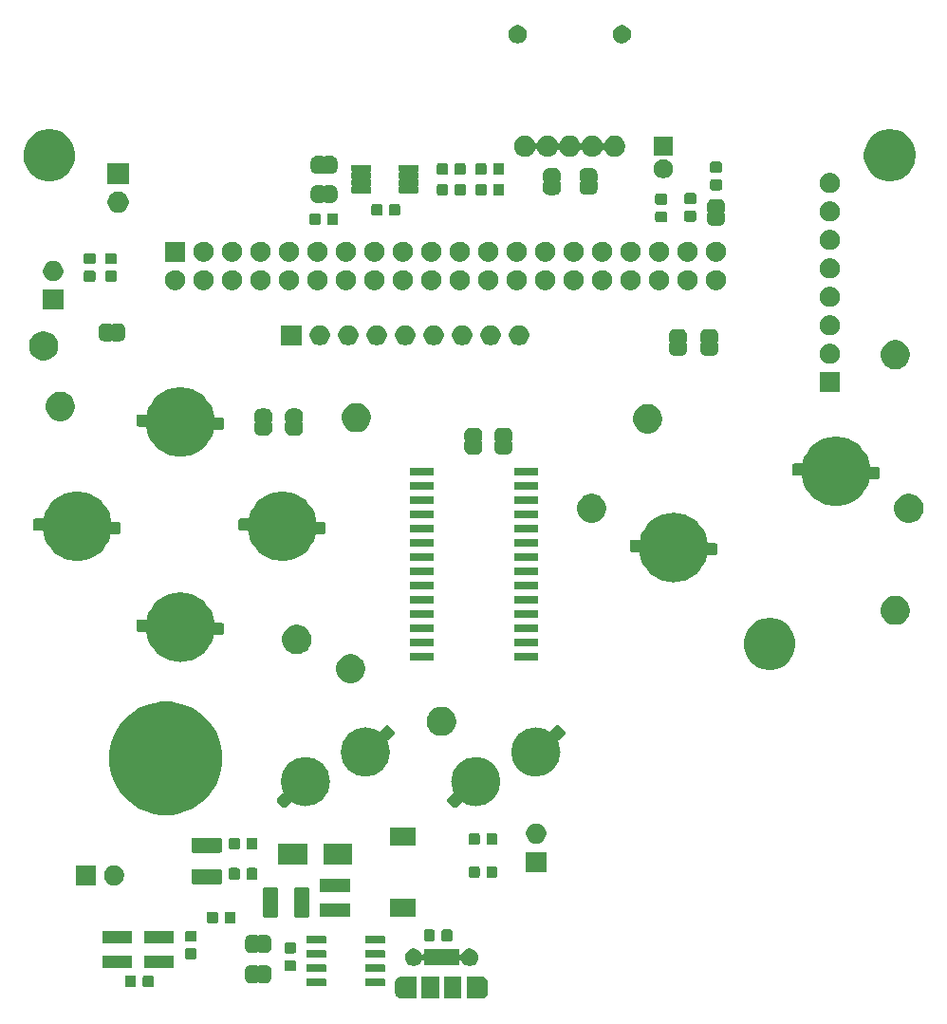
<source format=gbr>
G04 #@! TF.GenerationSoftware,KiCad,Pcbnew,5.1.5*
G04 #@! TF.CreationDate,2020-03-31T00:43:33+02:00*
G04 #@! TF.ProjectId,gameboy-dmg,67616d65-626f-4792-9d64-6d672e6b6963,rev?*
G04 #@! TF.SameCoordinates,Original*
G04 #@! TF.FileFunction,Soldermask,Top*
G04 #@! TF.FilePolarity,Negative*
%FSLAX46Y46*%
G04 Gerber Fmt 4.6, Leading zero omitted, Abs format (unit mm)*
G04 Created by KiCad (PCBNEW 5.1.5) date 2020-03-31 00:43:33*
%MOMM*%
%LPD*%
G04 APERTURE LIST*
%ADD10C,2.200000*%
%ADD11C,3.100000*%
%ADD12C,0.150000*%
G04 APERTURE END LIST*
D10*
X106464837Y-132978808D02*
G75*
G03X106464837Y-132978808I-1100000J0D01*
G01*
X111814837Y-130338808D02*
G75*
G03X111814837Y-130338808I-1100000J0D01*
G01*
D11*
X154250000Y-105300000D02*
G75*
G03X154250000Y-105300000I-1550000J0D01*
G01*
X139750000Y-112100000D02*
G75*
G03X139750000Y-112100000I-1550000J0D01*
G01*
X95750000Y-119200000D02*
G75*
G03X95750000Y-119200000I-1550000J0D01*
G01*
X86550000Y-110200000D02*
G75*
G03X86550000Y-110200000I-1550000J0D01*
G01*
X104850000Y-110200000D02*
G75*
G03X104850000Y-110200000I-1550000J0D01*
G01*
D10*
X127014837Y-130338808D02*
G75*
G03X127014837Y-130338808I-1100000J0D01*
G01*
X121664837Y-132978808D02*
G75*
G03X121664837Y-132978808I-1100000J0D01*
G01*
D11*
X95750000Y-100900000D02*
G75*
G03X95750000Y-100900000I-1550000J0D01*
G01*
D12*
G36*
X114025862Y-150348398D02*
G01*
X114038114Y-150349000D01*
X115251000Y-150349000D01*
X115251000Y-152351000D01*
X114038114Y-152351000D01*
X114025862Y-152351602D01*
X114000000Y-152354149D01*
X113974138Y-152351602D01*
X113961886Y-152351000D01*
X113888594Y-152351000D01*
X113871836Y-152342043D01*
X113860299Y-152337915D01*
X113775307Y-152312132D01*
X113749664Y-152304354D01*
X113636575Y-152243906D01*
X113537447Y-152162554D01*
X113456094Y-152063424D01*
X113395646Y-151950335D01*
X113385960Y-151918403D01*
X113358420Y-151827617D01*
X113349000Y-151731972D01*
X113349000Y-150968027D01*
X113358420Y-150872382D01*
X113395645Y-150749668D01*
X113442324Y-150662339D01*
X113456095Y-150636575D01*
X113537447Y-150537446D01*
X113636576Y-150456094D01*
X113749666Y-150395646D01*
X113755547Y-150393862D01*
X113860290Y-150362088D01*
X113882925Y-150352712D01*
X113888481Y-150349000D01*
X113961886Y-150349000D01*
X113974138Y-150348398D01*
X114000000Y-150345851D01*
X114025862Y-150348398D01*
G37*
G36*
X121025862Y-150348398D02*
G01*
X121038114Y-150349000D01*
X121111406Y-150349000D01*
X121128164Y-150357957D01*
X121139707Y-150362087D01*
X121244453Y-150393862D01*
X121250334Y-150395646D01*
X121363424Y-150456094D01*
X121462554Y-150537447D01*
X121543906Y-150636575D01*
X121604354Y-150749664D01*
X121614040Y-150781596D01*
X121641580Y-150872382D01*
X121651000Y-150968027D01*
X121651000Y-151731973D01*
X121641580Y-151827618D01*
X121614040Y-151918404D01*
X121604354Y-151950336D01*
X121543906Y-152063425D01*
X121462554Y-152162554D01*
X121363425Y-152243906D01*
X121250336Y-152304354D01*
X121224693Y-152312132D01*
X121139708Y-152337913D01*
X121117075Y-152347287D01*
X121111518Y-152351000D01*
X121038114Y-152351000D01*
X121025862Y-152351602D01*
X121000000Y-152354149D01*
X120974138Y-152351602D01*
X120961886Y-152351000D01*
X119749000Y-152351000D01*
X119749000Y-150349000D01*
X120961886Y-150349000D01*
X120974138Y-150348398D01*
X121000000Y-150345851D01*
X121025862Y-150348398D01*
G37*
G36*
X117301000Y-152351000D02*
G01*
X115699000Y-152351000D01*
X115699000Y-150349000D01*
X117301000Y-150349000D01*
X117301000Y-152351000D01*
G37*
G36*
X119301000Y-152351000D02*
G01*
X117699000Y-152351000D01*
X117699000Y-150349000D01*
X119301000Y-150349000D01*
X119301000Y-152351000D01*
G37*
G36*
X91679591Y-150278085D02*
G01*
X91713569Y-150288393D01*
X91744890Y-150305134D01*
X91772339Y-150327661D01*
X91794866Y-150355110D01*
X91811607Y-150386431D01*
X91821915Y-150420409D01*
X91826000Y-150461890D01*
X91826000Y-151138110D01*
X91821915Y-151179591D01*
X91811607Y-151213569D01*
X91794866Y-151244890D01*
X91772339Y-151272339D01*
X91744890Y-151294866D01*
X91713569Y-151311607D01*
X91679591Y-151321915D01*
X91638110Y-151326000D01*
X91036890Y-151326000D01*
X90995409Y-151321915D01*
X90961431Y-151311607D01*
X90930110Y-151294866D01*
X90902661Y-151272339D01*
X90880134Y-151244890D01*
X90863393Y-151213569D01*
X90853085Y-151179591D01*
X90849000Y-151138110D01*
X90849000Y-150461890D01*
X90853085Y-150420409D01*
X90863393Y-150386431D01*
X90880134Y-150355110D01*
X90902661Y-150327661D01*
X90930110Y-150305134D01*
X90961431Y-150288393D01*
X90995409Y-150278085D01*
X91036890Y-150274000D01*
X91638110Y-150274000D01*
X91679591Y-150278085D01*
G37*
G36*
X90104591Y-150278085D02*
G01*
X90138569Y-150288393D01*
X90169890Y-150305134D01*
X90197339Y-150327661D01*
X90219866Y-150355110D01*
X90236607Y-150386431D01*
X90246915Y-150420409D01*
X90251000Y-150461890D01*
X90251000Y-151138110D01*
X90246915Y-151179591D01*
X90236607Y-151213569D01*
X90219866Y-151244890D01*
X90197339Y-151272339D01*
X90169890Y-151294866D01*
X90138569Y-151311607D01*
X90104591Y-151321915D01*
X90063110Y-151326000D01*
X89461890Y-151326000D01*
X89420409Y-151321915D01*
X89386431Y-151311607D01*
X89355110Y-151294866D01*
X89327661Y-151272339D01*
X89305134Y-151244890D01*
X89288393Y-151213569D01*
X89278085Y-151179591D01*
X89274000Y-151138110D01*
X89274000Y-150461890D01*
X89278085Y-150420409D01*
X89288393Y-150386431D01*
X89305134Y-150355110D01*
X89327661Y-150327661D01*
X89355110Y-150305134D01*
X89386431Y-150288393D01*
X89420409Y-150278085D01*
X89461890Y-150274000D01*
X90063110Y-150274000D01*
X90104591Y-150278085D01*
G37*
G36*
X107109928Y-150556764D02*
G01*
X107131009Y-150563160D01*
X107150445Y-150573548D01*
X107167476Y-150587524D01*
X107181452Y-150604555D01*
X107191840Y-150623991D01*
X107198236Y-150645072D01*
X107201000Y-150673140D01*
X107201000Y-151136860D01*
X107198236Y-151164928D01*
X107191840Y-151186009D01*
X107181452Y-151205445D01*
X107167476Y-151222476D01*
X107150445Y-151236452D01*
X107131009Y-151246840D01*
X107109928Y-151253236D01*
X107081860Y-151256000D01*
X105568140Y-151256000D01*
X105540072Y-151253236D01*
X105518991Y-151246840D01*
X105499555Y-151236452D01*
X105482524Y-151222476D01*
X105468548Y-151205445D01*
X105458160Y-151186009D01*
X105451764Y-151164928D01*
X105449000Y-151136860D01*
X105449000Y-150673140D01*
X105451764Y-150645072D01*
X105458160Y-150623991D01*
X105468548Y-150604555D01*
X105482524Y-150587524D01*
X105499555Y-150573548D01*
X105518991Y-150563160D01*
X105540072Y-150556764D01*
X105568140Y-150554000D01*
X107081860Y-150554000D01*
X107109928Y-150556764D01*
G37*
G36*
X112359928Y-150556764D02*
G01*
X112381009Y-150563160D01*
X112400445Y-150573548D01*
X112417476Y-150587524D01*
X112431452Y-150604555D01*
X112441840Y-150623991D01*
X112448236Y-150645072D01*
X112451000Y-150673140D01*
X112451000Y-151136860D01*
X112448236Y-151164928D01*
X112441840Y-151186009D01*
X112431452Y-151205445D01*
X112417476Y-151222476D01*
X112400445Y-151236452D01*
X112381009Y-151246840D01*
X112359928Y-151253236D01*
X112331860Y-151256000D01*
X110818140Y-151256000D01*
X110790072Y-151253236D01*
X110768991Y-151246840D01*
X110749555Y-151236452D01*
X110732524Y-151222476D01*
X110718548Y-151205445D01*
X110708160Y-151186009D01*
X110701764Y-151164928D01*
X110699000Y-151136860D01*
X110699000Y-150673140D01*
X110701764Y-150645072D01*
X110708160Y-150623991D01*
X110718548Y-150604555D01*
X110732524Y-150587524D01*
X110749555Y-150573548D01*
X110768991Y-150563160D01*
X110790072Y-150556764D01*
X110818140Y-150554000D01*
X112331860Y-150554000D01*
X112359928Y-150556764D01*
G37*
G36*
X101009999Y-149349737D02*
G01*
X101019608Y-149352652D01*
X101028472Y-149357390D01*
X101036237Y-149363763D01*
X101046448Y-149376206D01*
X101053378Y-149386575D01*
X101070705Y-149403902D01*
X101091080Y-149417515D01*
X101113720Y-149426891D01*
X101137753Y-149431671D01*
X101162257Y-149431670D01*
X101186290Y-149426888D01*
X101208929Y-149417510D01*
X101229302Y-149403895D01*
X101246629Y-149386568D01*
X101253558Y-149376198D01*
X101263763Y-149363763D01*
X101271528Y-149357390D01*
X101280392Y-149352652D01*
X101290001Y-149349737D01*
X101306140Y-149348148D01*
X101793861Y-149348148D01*
X101812199Y-149349954D01*
X101824450Y-149350556D01*
X101842869Y-149350556D01*
X101865149Y-149352750D01*
X101949233Y-149369476D01*
X101970660Y-149375976D01*
X102049858Y-149408780D01*
X102055303Y-149411691D01*
X102055309Y-149411693D01*
X102064169Y-149416429D01*
X102064173Y-149416432D01*
X102069614Y-149419340D01*
X102140899Y-149466971D01*
X102158204Y-149481172D01*
X102218828Y-149541796D01*
X102233029Y-149559101D01*
X102280660Y-149630386D01*
X102283568Y-149635827D01*
X102283571Y-149635831D01*
X102288307Y-149644691D01*
X102288309Y-149644697D01*
X102291220Y-149650142D01*
X102324024Y-149729340D01*
X102330524Y-149750767D01*
X102347250Y-149834851D01*
X102349444Y-149857131D01*
X102349444Y-149875550D01*
X102350046Y-149887801D01*
X102351852Y-149906139D01*
X102351852Y-150393862D01*
X102350046Y-150412199D01*
X102349444Y-150424450D01*
X102349444Y-150442869D01*
X102347250Y-150465149D01*
X102330524Y-150549233D01*
X102324024Y-150570660D01*
X102291220Y-150649858D01*
X102288309Y-150655303D01*
X102288307Y-150655309D01*
X102283571Y-150664169D01*
X102283568Y-150664173D01*
X102280660Y-150669614D01*
X102233029Y-150740899D01*
X102218828Y-150758204D01*
X102158204Y-150818828D01*
X102140899Y-150833029D01*
X102069614Y-150880660D01*
X102064173Y-150883568D01*
X102064169Y-150883571D01*
X102055309Y-150888307D01*
X102055303Y-150888309D01*
X102049858Y-150891220D01*
X101970660Y-150924024D01*
X101949233Y-150930524D01*
X101865149Y-150947250D01*
X101842869Y-150949444D01*
X101824450Y-150949444D01*
X101812199Y-150950046D01*
X101793862Y-150951852D01*
X101306140Y-150951852D01*
X101290001Y-150950263D01*
X101280392Y-150947348D01*
X101271528Y-150942610D01*
X101263763Y-150936237D01*
X101253552Y-150923794D01*
X101246622Y-150913425D01*
X101229295Y-150896098D01*
X101208920Y-150882485D01*
X101186280Y-150873109D01*
X101162247Y-150868329D01*
X101137743Y-150868330D01*
X101113710Y-150873112D01*
X101091071Y-150882490D01*
X101070698Y-150896105D01*
X101053371Y-150913432D01*
X101046442Y-150923802D01*
X101036237Y-150936237D01*
X101028472Y-150942610D01*
X101019608Y-150947348D01*
X101009999Y-150950263D01*
X100993860Y-150951852D01*
X100506138Y-150951852D01*
X100487801Y-150950046D01*
X100475550Y-150949444D01*
X100457131Y-150949444D01*
X100434851Y-150947250D01*
X100350767Y-150930524D01*
X100329340Y-150924024D01*
X100250142Y-150891220D01*
X100244697Y-150888309D01*
X100244691Y-150888307D01*
X100235831Y-150883571D01*
X100235827Y-150883568D01*
X100230386Y-150880660D01*
X100159101Y-150833029D01*
X100141796Y-150818828D01*
X100081172Y-150758204D01*
X100066971Y-150740899D01*
X100019340Y-150669614D01*
X100016432Y-150664173D01*
X100016429Y-150664169D01*
X100011693Y-150655309D01*
X100011691Y-150655303D01*
X100008780Y-150649858D01*
X99975976Y-150570660D01*
X99969476Y-150549233D01*
X99952750Y-150465149D01*
X99950556Y-150442869D01*
X99950556Y-150424450D01*
X99949954Y-150412199D01*
X99948148Y-150393862D01*
X99948148Y-149906138D01*
X99949954Y-149887801D01*
X99950556Y-149875550D01*
X99950556Y-149857131D01*
X99952750Y-149834851D01*
X99969476Y-149750767D01*
X99975976Y-149729340D01*
X100008780Y-149650142D01*
X100011691Y-149644697D01*
X100011693Y-149644691D01*
X100016429Y-149635831D01*
X100016432Y-149635827D01*
X100019340Y-149630386D01*
X100066971Y-149559101D01*
X100081172Y-149541796D01*
X100141796Y-149481172D01*
X100159101Y-149466971D01*
X100230386Y-149419340D01*
X100235827Y-149416432D01*
X100235831Y-149416429D01*
X100244691Y-149411693D01*
X100244697Y-149411691D01*
X100250142Y-149408780D01*
X100329340Y-149375976D01*
X100350767Y-149369476D01*
X100434851Y-149352750D01*
X100457131Y-149350556D01*
X100475550Y-149350556D01*
X100487801Y-149349954D01*
X100506139Y-149348148D01*
X100993860Y-149348148D01*
X101009999Y-149349737D01*
G37*
G36*
X107109928Y-149286764D02*
G01*
X107131009Y-149293160D01*
X107150445Y-149303548D01*
X107167476Y-149317524D01*
X107181452Y-149334555D01*
X107191840Y-149353991D01*
X107198236Y-149375072D01*
X107201000Y-149403140D01*
X107201000Y-149866860D01*
X107198236Y-149894928D01*
X107191840Y-149916009D01*
X107181452Y-149935445D01*
X107167476Y-149952476D01*
X107150445Y-149966452D01*
X107131009Y-149976840D01*
X107109928Y-149983236D01*
X107081860Y-149986000D01*
X105568140Y-149986000D01*
X105540072Y-149983236D01*
X105518991Y-149976840D01*
X105499555Y-149966452D01*
X105482524Y-149952476D01*
X105468548Y-149935445D01*
X105458160Y-149916009D01*
X105451764Y-149894928D01*
X105449000Y-149866860D01*
X105449000Y-149403140D01*
X105451764Y-149375072D01*
X105458160Y-149353991D01*
X105468548Y-149334555D01*
X105482524Y-149317524D01*
X105499555Y-149303548D01*
X105518991Y-149293160D01*
X105540072Y-149286764D01*
X105568140Y-149284000D01*
X107081860Y-149284000D01*
X107109928Y-149286764D01*
G37*
G36*
X112359928Y-149286764D02*
G01*
X112381009Y-149293160D01*
X112400445Y-149303548D01*
X112417476Y-149317524D01*
X112431452Y-149334555D01*
X112441840Y-149353991D01*
X112448236Y-149375072D01*
X112451000Y-149403140D01*
X112451000Y-149866860D01*
X112448236Y-149894928D01*
X112441840Y-149916009D01*
X112431452Y-149935445D01*
X112417476Y-149952476D01*
X112400445Y-149966452D01*
X112381009Y-149976840D01*
X112359928Y-149983236D01*
X112331860Y-149986000D01*
X110818140Y-149986000D01*
X110790072Y-149983236D01*
X110768991Y-149976840D01*
X110749555Y-149966452D01*
X110732524Y-149952476D01*
X110718548Y-149935445D01*
X110708160Y-149916009D01*
X110701764Y-149894928D01*
X110699000Y-149866860D01*
X110699000Y-149403140D01*
X110701764Y-149375072D01*
X110708160Y-149353991D01*
X110718548Y-149334555D01*
X110732524Y-149317524D01*
X110749555Y-149303548D01*
X110768991Y-149293160D01*
X110790072Y-149286764D01*
X110818140Y-149284000D01*
X112331860Y-149284000D01*
X112359928Y-149286764D01*
G37*
G36*
X104379591Y-148903085D02*
G01*
X104413569Y-148913393D01*
X104444890Y-148930134D01*
X104472339Y-148952661D01*
X104494866Y-148980110D01*
X104511607Y-149011431D01*
X104521915Y-149045409D01*
X104526000Y-149086890D01*
X104526000Y-149688110D01*
X104521915Y-149729591D01*
X104511607Y-149763569D01*
X104494866Y-149794890D01*
X104472339Y-149822339D01*
X104444890Y-149844866D01*
X104413569Y-149861607D01*
X104379591Y-149871915D01*
X104338110Y-149876000D01*
X103661890Y-149876000D01*
X103620409Y-149871915D01*
X103586431Y-149861607D01*
X103555110Y-149844866D01*
X103527661Y-149822339D01*
X103505134Y-149794890D01*
X103488393Y-149763569D01*
X103478085Y-149729591D01*
X103474000Y-149688110D01*
X103474000Y-149086890D01*
X103478085Y-149045409D01*
X103488393Y-149011431D01*
X103505134Y-148980110D01*
X103527661Y-148952661D01*
X103555110Y-148930134D01*
X103586431Y-148913393D01*
X103620409Y-148903085D01*
X103661890Y-148899000D01*
X104338110Y-148899000D01*
X104379591Y-148903085D01*
G37*
G36*
X93626000Y-149631000D02*
G01*
X90974000Y-149631000D01*
X90974000Y-148469000D01*
X93626000Y-148469000D01*
X93626000Y-149631000D01*
G37*
G36*
X89876000Y-149631000D02*
G01*
X87224000Y-149631000D01*
X87224000Y-148469000D01*
X89876000Y-148469000D01*
X89876000Y-149631000D01*
G37*
G36*
X115226348Y-147903820D02*
G01*
X115226350Y-147903821D01*
X115226351Y-147903821D01*
X115367574Y-147962317D01*
X115367577Y-147962319D01*
X115494669Y-148047239D01*
X115602761Y-148155331D01*
X115648660Y-148224024D01*
X115687683Y-148282426D01*
X115708517Y-148332725D01*
X115720068Y-148354336D01*
X115735614Y-148373278D01*
X115754556Y-148388823D01*
X115776166Y-148400374D01*
X115799615Y-148407487D01*
X115824001Y-148409889D01*
X115848387Y-148407487D01*
X115871836Y-148400374D01*
X115893447Y-148388823D01*
X115912389Y-148373277D01*
X115927934Y-148354335D01*
X115939485Y-148332725D01*
X115946598Y-148309276D01*
X115949000Y-148284890D01*
X115949000Y-147924000D01*
X119051000Y-147924000D01*
X119051000Y-148284890D01*
X119053402Y-148309276D01*
X119060515Y-148332725D01*
X119072066Y-148354336D01*
X119087611Y-148373278D01*
X119106553Y-148388823D01*
X119128164Y-148400374D01*
X119151613Y-148407487D01*
X119175999Y-148409889D01*
X119200385Y-148407487D01*
X119223834Y-148400374D01*
X119245445Y-148388823D01*
X119264387Y-148373278D01*
X119279932Y-148354336D01*
X119291483Y-148332725D01*
X119312317Y-148282426D01*
X119351340Y-148224024D01*
X119397239Y-148155331D01*
X119505331Y-148047239D01*
X119632423Y-147962319D01*
X119632426Y-147962317D01*
X119773649Y-147903821D01*
X119773650Y-147903821D01*
X119773652Y-147903820D01*
X119923569Y-147874000D01*
X120076431Y-147874000D01*
X120226348Y-147903820D01*
X120226350Y-147903821D01*
X120226351Y-147903821D01*
X120367574Y-147962317D01*
X120367577Y-147962319D01*
X120494669Y-148047239D01*
X120602761Y-148155331D01*
X120664583Y-148247854D01*
X120687683Y-148282426D01*
X120740479Y-148409889D01*
X120746180Y-148423652D01*
X120776000Y-148573569D01*
X120776000Y-148726431D01*
X120756195Y-148826000D01*
X120746179Y-148876351D01*
X120687683Y-149017574D01*
X120687682Y-149017575D01*
X120687681Y-149017577D01*
X120602761Y-149144669D01*
X120494669Y-149252761D01*
X120403651Y-149313577D01*
X120367574Y-149337683D01*
X120226351Y-149396179D01*
X120226350Y-149396179D01*
X120226348Y-149396180D01*
X120076431Y-149426000D01*
X119923569Y-149426000D01*
X119773652Y-149396180D01*
X119773650Y-149396179D01*
X119773649Y-149396179D01*
X119632426Y-149337683D01*
X119596349Y-149313577D01*
X119505331Y-149252761D01*
X119397239Y-149144669D01*
X119340625Y-149059940D01*
X119312317Y-149017574D01*
X119291481Y-148967272D01*
X119279932Y-148945664D01*
X119264386Y-148926722D01*
X119245444Y-148911177D01*
X119223834Y-148899626D01*
X119200385Y-148892513D01*
X119175999Y-148890111D01*
X119151613Y-148892513D01*
X119128164Y-148899626D01*
X119106553Y-148911177D01*
X119087611Y-148926723D01*
X119072066Y-148945665D01*
X119060515Y-148967275D01*
X119053402Y-148990724D01*
X119051000Y-149015110D01*
X119051000Y-149376000D01*
X115949000Y-149376000D01*
X115949000Y-149015110D01*
X115946598Y-148990724D01*
X115939485Y-148967275D01*
X115927934Y-148945664D01*
X115912389Y-148926722D01*
X115893447Y-148911177D01*
X115871836Y-148899626D01*
X115848387Y-148892513D01*
X115824001Y-148890111D01*
X115799615Y-148892513D01*
X115776166Y-148899626D01*
X115754555Y-148911177D01*
X115735613Y-148926722D01*
X115720068Y-148945664D01*
X115708519Y-148967272D01*
X115687683Y-149017574D01*
X115659375Y-149059940D01*
X115602761Y-149144669D01*
X115494669Y-149252761D01*
X115403651Y-149313577D01*
X115367574Y-149337683D01*
X115226351Y-149396179D01*
X115226350Y-149396179D01*
X115226348Y-149396180D01*
X115076431Y-149426000D01*
X114923569Y-149426000D01*
X114773652Y-149396180D01*
X114773650Y-149396179D01*
X114773649Y-149396179D01*
X114632426Y-149337683D01*
X114596349Y-149313577D01*
X114505331Y-149252761D01*
X114397239Y-149144669D01*
X114312319Y-149017577D01*
X114312318Y-149017575D01*
X114312317Y-149017574D01*
X114253821Y-148876351D01*
X114243806Y-148826000D01*
X114224000Y-148726431D01*
X114224000Y-148573569D01*
X114253820Y-148423652D01*
X114259521Y-148409889D01*
X114312317Y-148282426D01*
X114335417Y-148247854D01*
X114397239Y-148155331D01*
X114505331Y-148047239D01*
X114632423Y-147962319D01*
X114632426Y-147962317D01*
X114773649Y-147903821D01*
X114773650Y-147903821D01*
X114773652Y-147903820D01*
X114923569Y-147874000D01*
X115076431Y-147874000D01*
X115226348Y-147903820D01*
G37*
G36*
X95529591Y-147853085D02*
G01*
X95563569Y-147863393D01*
X95594890Y-147880134D01*
X95622339Y-147902661D01*
X95644866Y-147930110D01*
X95661607Y-147961431D01*
X95671915Y-147995409D01*
X95676000Y-148036890D01*
X95676000Y-148638110D01*
X95671915Y-148679591D01*
X95661607Y-148713569D01*
X95644866Y-148744890D01*
X95622339Y-148772339D01*
X95594890Y-148794866D01*
X95563569Y-148811607D01*
X95529591Y-148821915D01*
X95488110Y-148826000D01*
X94811890Y-148826000D01*
X94770409Y-148821915D01*
X94736431Y-148811607D01*
X94705110Y-148794866D01*
X94677661Y-148772339D01*
X94655134Y-148744890D01*
X94638393Y-148713569D01*
X94628085Y-148679591D01*
X94624000Y-148638110D01*
X94624000Y-148036890D01*
X94628085Y-147995409D01*
X94638393Y-147961431D01*
X94655134Y-147930110D01*
X94677661Y-147902661D01*
X94705110Y-147880134D01*
X94736431Y-147863393D01*
X94770409Y-147853085D01*
X94811890Y-147849000D01*
X95488110Y-147849000D01*
X95529591Y-147853085D01*
G37*
G36*
X107109928Y-148016764D02*
G01*
X107131009Y-148023160D01*
X107150445Y-148033548D01*
X107167476Y-148047524D01*
X107181452Y-148064555D01*
X107191840Y-148083991D01*
X107198236Y-148105072D01*
X107201000Y-148133140D01*
X107201000Y-148596860D01*
X107198236Y-148624928D01*
X107191840Y-148646009D01*
X107181452Y-148665445D01*
X107167476Y-148682476D01*
X107150445Y-148696452D01*
X107131009Y-148706840D01*
X107109928Y-148713236D01*
X107081860Y-148716000D01*
X105568140Y-148716000D01*
X105540072Y-148713236D01*
X105518991Y-148706840D01*
X105499555Y-148696452D01*
X105482524Y-148682476D01*
X105468548Y-148665445D01*
X105458160Y-148646009D01*
X105451764Y-148624928D01*
X105449000Y-148596860D01*
X105449000Y-148133140D01*
X105451764Y-148105072D01*
X105458160Y-148083991D01*
X105468548Y-148064555D01*
X105482524Y-148047524D01*
X105499555Y-148033548D01*
X105518991Y-148023160D01*
X105540072Y-148016764D01*
X105568140Y-148014000D01*
X107081860Y-148014000D01*
X107109928Y-148016764D01*
G37*
G36*
X112359928Y-148016764D02*
G01*
X112381009Y-148023160D01*
X112400445Y-148033548D01*
X112417476Y-148047524D01*
X112431452Y-148064555D01*
X112441840Y-148083991D01*
X112448236Y-148105072D01*
X112451000Y-148133140D01*
X112451000Y-148596860D01*
X112448236Y-148624928D01*
X112441840Y-148646009D01*
X112431452Y-148665445D01*
X112417476Y-148682476D01*
X112400445Y-148696452D01*
X112381009Y-148706840D01*
X112359928Y-148713236D01*
X112331860Y-148716000D01*
X110818140Y-148716000D01*
X110790072Y-148713236D01*
X110768991Y-148706840D01*
X110749555Y-148696452D01*
X110732524Y-148682476D01*
X110718548Y-148665445D01*
X110708160Y-148646009D01*
X110701764Y-148624928D01*
X110699000Y-148596860D01*
X110699000Y-148133140D01*
X110701764Y-148105072D01*
X110708160Y-148083991D01*
X110718548Y-148064555D01*
X110732524Y-148047524D01*
X110749555Y-148033548D01*
X110768991Y-148023160D01*
X110790072Y-148016764D01*
X110818140Y-148014000D01*
X112331860Y-148014000D01*
X112359928Y-148016764D01*
G37*
G36*
X104379591Y-147328085D02*
G01*
X104413569Y-147338393D01*
X104444890Y-147355134D01*
X104472339Y-147377661D01*
X104494866Y-147405110D01*
X104511607Y-147436431D01*
X104521915Y-147470409D01*
X104526000Y-147511890D01*
X104526000Y-148113110D01*
X104521915Y-148154591D01*
X104511607Y-148188569D01*
X104494866Y-148219890D01*
X104472339Y-148247339D01*
X104444890Y-148269866D01*
X104413569Y-148286607D01*
X104379591Y-148296915D01*
X104338110Y-148301000D01*
X103661890Y-148301000D01*
X103620409Y-148296915D01*
X103586431Y-148286607D01*
X103555110Y-148269866D01*
X103527661Y-148247339D01*
X103505134Y-148219890D01*
X103488393Y-148188569D01*
X103478085Y-148154591D01*
X103474000Y-148113110D01*
X103474000Y-147511890D01*
X103478085Y-147470409D01*
X103488393Y-147436431D01*
X103505134Y-147405110D01*
X103527661Y-147377661D01*
X103555110Y-147355134D01*
X103586431Y-147338393D01*
X103620409Y-147328085D01*
X103661890Y-147324000D01*
X104338110Y-147324000D01*
X104379591Y-147328085D01*
G37*
G36*
X101009999Y-146649737D02*
G01*
X101019608Y-146652652D01*
X101028472Y-146657390D01*
X101036237Y-146663763D01*
X101046448Y-146676206D01*
X101053378Y-146686575D01*
X101070705Y-146703902D01*
X101091080Y-146717515D01*
X101113720Y-146726891D01*
X101137753Y-146731671D01*
X101162257Y-146731670D01*
X101186290Y-146726888D01*
X101208929Y-146717510D01*
X101229302Y-146703895D01*
X101246629Y-146686568D01*
X101253558Y-146676198D01*
X101263763Y-146663763D01*
X101271528Y-146657390D01*
X101280392Y-146652652D01*
X101290001Y-146649737D01*
X101306140Y-146648148D01*
X101793861Y-146648148D01*
X101812199Y-146649954D01*
X101824450Y-146650556D01*
X101842869Y-146650556D01*
X101865149Y-146652750D01*
X101949233Y-146669476D01*
X101970660Y-146675976D01*
X102049858Y-146708780D01*
X102055303Y-146711691D01*
X102055309Y-146711693D01*
X102064169Y-146716429D01*
X102064173Y-146716432D01*
X102069614Y-146719340D01*
X102140899Y-146766971D01*
X102158204Y-146781172D01*
X102218828Y-146841796D01*
X102233029Y-146859101D01*
X102280660Y-146930386D01*
X102283568Y-146935827D01*
X102283571Y-146935831D01*
X102288307Y-146944691D01*
X102288309Y-146944697D01*
X102291220Y-146950142D01*
X102324024Y-147029340D01*
X102330524Y-147050767D01*
X102347250Y-147134851D01*
X102349444Y-147157131D01*
X102349444Y-147175550D01*
X102350046Y-147187801D01*
X102351852Y-147206139D01*
X102351852Y-147693862D01*
X102350046Y-147712199D01*
X102349444Y-147724450D01*
X102349444Y-147742869D01*
X102347250Y-147765149D01*
X102330524Y-147849233D01*
X102328732Y-147855140D01*
X102326229Y-147863393D01*
X102324024Y-147870660D01*
X102291220Y-147949858D01*
X102288309Y-147955303D01*
X102288307Y-147955309D01*
X102283571Y-147964169D01*
X102283568Y-147964173D01*
X102280660Y-147969614D01*
X102233029Y-148040899D01*
X102218828Y-148058204D01*
X102158204Y-148118828D01*
X102140899Y-148133029D01*
X102069614Y-148180660D01*
X102064173Y-148183568D01*
X102064169Y-148183571D01*
X102055309Y-148188307D01*
X102055303Y-148188309D01*
X102049858Y-148191220D01*
X101970660Y-148224024D01*
X101949233Y-148230524D01*
X101865149Y-148247250D01*
X101842869Y-148249444D01*
X101824450Y-148249444D01*
X101812199Y-148250046D01*
X101793862Y-148251852D01*
X101306140Y-148251852D01*
X101290001Y-148250263D01*
X101280392Y-148247348D01*
X101271528Y-148242610D01*
X101263763Y-148236237D01*
X101253552Y-148223794D01*
X101246622Y-148213425D01*
X101229295Y-148196098D01*
X101208920Y-148182485D01*
X101186280Y-148173109D01*
X101162247Y-148168329D01*
X101137743Y-148168330D01*
X101113710Y-148173112D01*
X101091071Y-148182490D01*
X101070698Y-148196105D01*
X101053371Y-148213432D01*
X101046442Y-148223802D01*
X101036237Y-148236237D01*
X101028472Y-148242610D01*
X101019608Y-148247348D01*
X101009999Y-148250263D01*
X100993860Y-148251852D01*
X100506138Y-148251852D01*
X100487801Y-148250046D01*
X100475550Y-148249444D01*
X100457131Y-148249444D01*
X100434851Y-148247250D01*
X100350767Y-148230524D01*
X100329340Y-148224024D01*
X100250142Y-148191220D01*
X100244697Y-148188309D01*
X100244691Y-148188307D01*
X100235831Y-148183571D01*
X100235827Y-148183568D01*
X100230386Y-148180660D01*
X100159101Y-148133029D01*
X100141796Y-148118828D01*
X100081172Y-148058204D01*
X100066971Y-148040899D01*
X100019340Y-147969614D01*
X100016432Y-147964173D01*
X100016429Y-147964169D01*
X100011693Y-147955309D01*
X100011691Y-147955303D01*
X100008780Y-147949858D01*
X99975976Y-147870660D01*
X99973772Y-147863393D01*
X99971268Y-147855140D01*
X99969476Y-147849233D01*
X99952750Y-147765149D01*
X99950556Y-147742869D01*
X99950556Y-147724450D01*
X99949954Y-147712199D01*
X99948148Y-147693862D01*
X99948148Y-147206138D01*
X99949954Y-147187801D01*
X99950556Y-147175550D01*
X99950556Y-147157131D01*
X99952750Y-147134851D01*
X99969476Y-147050767D01*
X99975976Y-147029340D01*
X100008780Y-146950142D01*
X100011691Y-146944697D01*
X100011693Y-146944691D01*
X100016429Y-146935831D01*
X100016432Y-146935827D01*
X100019340Y-146930386D01*
X100066971Y-146859101D01*
X100081172Y-146841796D01*
X100141796Y-146781172D01*
X100159101Y-146766971D01*
X100230386Y-146719340D01*
X100235827Y-146716432D01*
X100235831Y-146716429D01*
X100244691Y-146711693D01*
X100244697Y-146711691D01*
X100250142Y-146708780D01*
X100329340Y-146675976D01*
X100350767Y-146669476D01*
X100434851Y-146652750D01*
X100457131Y-146650556D01*
X100475550Y-146650556D01*
X100487801Y-146649954D01*
X100506139Y-146648148D01*
X100993860Y-146648148D01*
X101009999Y-146649737D01*
G37*
G36*
X107109928Y-146746764D02*
G01*
X107131009Y-146753160D01*
X107150445Y-146763548D01*
X107167476Y-146777524D01*
X107181452Y-146794555D01*
X107191840Y-146813991D01*
X107198236Y-146835072D01*
X107201000Y-146863140D01*
X107201000Y-147326860D01*
X107198236Y-147354928D01*
X107191840Y-147376009D01*
X107181452Y-147395445D01*
X107167476Y-147412476D01*
X107150445Y-147426452D01*
X107131009Y-147436840D01*
X107109928Y-147443236D01*
X107081860Y-147446000D01*
X105568140Y-147446000D01*
X105540072Y-147443236D01*
X105518991Y-147436840D01*
X105499555Y-147426452D01*
X105482524Y-147412476D01*
X105468548Y-147395445D01*
X105458160Y-147376009D01*
X105451764Y-147354928D01*
X105449000Y-147326860D01*
X105449000Y-146863140D01*
X105451764Y-146835072D01*
X105458160Y-146813991D01*
X105468548Y-146794555D01*
X105482524Y-146777524D01*
X105499555Y-146763548D01*
X105518991Y-146753160D01*
X105540072Y-146746764D01*
X105568140Y-146744000D01*
X107081860Y-146744000D01*
X107109928Y-146746764D01*
G37*
G36*
X112359928Y-146746764D02*
G01*
X112381009Y-146753160D01*
X112400445Y-146763548D01*
X112417476Y-146777524D01*
X112431452Y-146794555D01*
X112441840Y-146813991D01*
X112448236Y-146835072D01*
X112451000Y-146863140D01*
X112451000Y-147326860D01*
X112448236Y-147354928D01*
X112441840Y-147376009D01*
X112431452Y-147395445D01*
X112417476Y-147412476D01*
X112400445Y-147426452D01*
X112381009Y-147436840D01*
X112359928Y-147443236D01*
X112331860Y-147446000D01*
X110818140Y-147446000D01*
X110790072Y-147443236D01*
X110768991Y-147436840D01*
X110749555Y-147426452D01*
X110732524Y-147412476D01*
X110718548Y-147395445D01*
X110708160Y-147376009D01*
X110701764Y-147354928D01*
X110699000Y-147326860D01*
X110699000Y-146863140D01*
X110701764Y-146835072D01*
X110708160Y-146813991D01*
X110718548Y-146794555D01*
X110732524Y-146777524D01*
X110749555Y-146763548D01*
X110768991Y-146753160D01*
X110790072Y-146746764D01*
X110818140Y-146744000D01*
X112331860Y-146744000D01*
X112359928Y-146746764D01*
G37*
G36*
X93626000Y-147431000D02*
G01*
X90974000Y-147431000D01*
X90974000Y-146269000D01*
X93626000Y-146269000D01*
X93626000Y-147431000D01*
G37*
G36*
X89876000Y-147431000D02*
G01*
X87224000Y-147431000D01*
X87224000Y-146269000D01*
X89876000Y-146269000D01*
X89876000Y-147431000D01*
G37*
G36*
X95529591Y-146278085D02*
G01*
X95563569Y-146288393D01*
X95594890Y-146305134D01*
X95622339Y-146327661D01*
X95644866Y-146355110D01*
X95661607Y-146386431D01*
X95671915Y-146420409D01*
X95676000Y-146461890D01*
X95676000Y-147063110D01*
X95671915Y-147104591D01*
X95661607Y-147138569D01*
X95644866Y-147169890D01*
X95622339Y-147197339D01*
X95594890Y-147219866D01*
X95563569Y-147236607D01*
X95529591Y-147246915D01*
X95488110Y-147251000D01*
X94811890Y-147251000D01*
X94770409Y-147246915D01*
X94736431Y-147236607D01*
X94705110Y-147219866D01*
X94677661Y-147197339D01*
X94655134Y-147169890D01*
X94638393Y-147138569D01*
X94628085Y-147104591D01*
X94624000Y-147063110D01*
X94624000Y-146461890D01*
X94628085Y-146420409D01*
X94638393Y-146386431D01*
X94655134Y-146355110D01*
X94677661Y-146327661D01*
X94705110Y-146305134D01*
X94736431Y-146288393D01*
X94770409Y-146278085D01*
X94811890Y-146274000D01*
X95488110Y-146274000D01*
X95529591Y-146278085D01*
G37*
G36*
X118329591Y-146178085D02*
G01*
X118363569Y-146188393D01*
X118394890Y-146205134D01*
X118422339Y-146227661D01*
X118444866Y-146255110D01*
X118461607Y-146286431D01*
X118471915Y-146320409D01*
X118476000Y-146361890D01*
X118476000Y-147038110D01*
X118471915Y-147079591D01*
X118461607Y-147113569D01*
X118444866Y-147144890D01*
X118422339Y-147172339D01*
X118394890Y-147194866D01*
X118363569Y-147211607D01*
X118329591Y-147221915D01*
X118288110Y-147226000D01*
X117686890Y-147226000D01*
X117645409Y-147221915D01*
X117611431Y-147211607D01*
X117580110Y-147194866D01*
X117552661Y-147172339D01*
X117530134Y-147144890D01*
X117513393Y-147113569D01*
X117503085Y-147079591D01*
X117499000Y-147038110D01*
X117499000Y-146361890D01*
X117503085Y-146320409D01*
X117513393Y-146286431D01*
X117530134Y-146255110D01*
X117552661Y-146227661D01*
X117580110Y-146205134D01*
X117611431Y-146188393D01*
X117645409Y-146178085D01*
X117686890Y-146174000D01*
X118288110Y-146174000D01*
X118329591Y-146178085D01*
G37*
G36*
X116754591Y-146178085D02*
G01*
X116788569Y-146188393D01*
X116819890Y-146205134D01*
X116847339Y-146227661D01*
X116869866Y-146255110D01*
X116886607Y-146286431D01*
X116896915Y-146320409D01*
X116901000Y-146361890D01*
X116901000Y-147038110D01*
X116896915Y-147079591D01*
X116886607Y-147113569D01*
X116869866Y-147144890D01*
X116847339Y-147172339D01*
X116819890Y-147194866D01*
X116788569Y-147211607D01*
X116754591Y-147221915D01*
X116713110Y-147226000D01*
X116111890Y-147226000D01*
X116070409Y-147221915D01*
X116036431Y-147211607D01*
X116005110Y-147194866D01*
X115977661Y-147172339D01*
X115955134Y-147144890D01*
X115938393Y-147113569D01*
X115928085Y-147079591D01*
X115924000Y-147038110D01*
X115924000Y-146361890D01*
X115928085Y-146320409D01*
X115938393Y-146286431D01*
X115955134Y-146255110D01*
X115977661Y-146227661D01*
X116005110Y-146205134D01*
X116036431Y-146188393D01*
X116070409Y-146178085D01*
X116111890Y-146174000D01*
X116713110Y-146174000D01*
X116754591Y-146178085D01*
G37*
G36*
X98979591Y-144578085D02*
G01*
X99013569Y-144588393D01*
X99044890Y-144605134D01*
X99072339Y-144627661D01*
X99094866Y-144655110D01*
X99111607Y-144686431D01*
X99121915Y-144720409D01*
X99126000Y-144761890D01*
X99126000Y-145438110D01*
X99121915Y-145479591D01*
X99111607Y-145513569D01*
X99094866Y-145544890D01*
X99072339Y-145572339D01*
X99044890Y-145594866D01*
X99013569Y-145611607D01*
X98979591Y-145621915D01*
X98938110Y-145626000D01*
X98336890Y-145626000D01*
X98295409Y-145621915D01*
X98261431Y-145611607D01*
X98230110Y-145594866D01*
X98202661Y-145572339D01*
X98180134Y-145544890D01*
X98163393Y-145513569D01*
X98153085Y-145479591D01*
X98149000Y-145438110D01*
X98149000Y-144761890D01*
X98153085Y-144720409D01*
X98163393Y-144686431D01*
X98180134Y-144655110D01*
X98202661Y-144627661D01*
X98230110Y-144605134D01*
X98261431Y-144588393D01*
X98295409Y-144578085D01*
X98336890Y-144574000D01*
X98938110Y-144574000D01*
X98979591Y-144578085D01*
G37*
G36*
X97404591Y-144578085D02*
G01*
X97438569Y-144588393D01*
X97469890Y-144605134D01*
X97497339Y-144627661D01*
X97519866Y-144655110D01*
X97536607Y-144686431D01*
X97546915Y-144720409D01*
X97551000Y-144761890D01*
X97551000Y-145438110D01*
X97546915Y-145479591D01*
X97536607Y-145513569D01*
X97519866Y-145544890D01*
X97497339Y-145572339D01*
X97469890Y-145594866D01*
X97438569Y-145611607D01*
X97404591Y-145621915D01*
X97363110Y-145626000D01*
X96761890Y-145626000D01*
X96720409Y-145621915D01*
X96686431Y-145611607D01*
X96655110Y-145594866D01*
X96627661Y-145572339D01*
X96605134Y-145544890D01*
X96588393Y-145513569D01*
X96578085Y-145479591D01*
X96574000Y-145438110D01*
X96574000Y-144761890D01*
X96578085Y-144720409D01*
X96588393Y-144686431D01*
X96605134Y-144655110D01*
X96627661Y-144627661D01*
X96655110Y-144605134D01*
X96686431Y-144588393D01*
X96720409Y-144578085D01*
X96761890Y-144574000D01*
X97363110Y-144574000D01*
X97404591Y-144578085D01*
G37*
G36*
X102768604Y-142378347D02*
G01*
X102805144Y-142389432D01*
X102838821Y-142407433D01*
X102868341Y-142431659D01*
X102892567Y-142461179D01*
X102910568Y-142494856D01*
X102921653Y-142531396D01*
X102926000Y-142575538D01*
X102926000Y-144924462D01*
X102921653Y-144968604D01*
X102910568Y-145005144D01*
X102892567Y-145038821D01*
X102868341Y-145068341D01*
X102838821Y-145092567D01*
X102805144Y-145110568D01*
X102768604Y-145121653D01*
X102724462Y-145126000D01*
X101775538Y-145126000D01*
X101731396Y-145121653D01*
X101694856Y-145110568D01*
X101661179Y-145092567D01*
X101631659Y-145068341D01*
X101607433Y-145038821D01*
X101589432Y-145005144D01*
X101578347Y-144968604D01*
X101574000Y-144924462D01*
X101574000Y-142575538D01*
X101578347Y-142531396D01*
X101589432Y-142494856D01*
X101607433Y-142461179D01*
X101631659Y-142431659D01*
X101661179Y-142407433D01*
X101694856Y-142389432D01*
X101731396Y-142378347D01*
X101775538Y-142374000D01*
X102724462Y-142374000D01*
X102768604Y-142378347D01*
G37*
G36*
X105568604Y-142378347D02*
G01*
X105605144Y-142389432D01*
X105638821Y-142407433D01*
X105668341Y-142431659D01*
X105692567Y-142461179D01*
X105710568Y-142494856D01*
X105721653Y-142531396D01*
X105726000Y-142575538D01*
X105726000Y-144924462D01*
X105721653Y-144968604D01*
X105710568Y-145005144D01*
X105692567Y-145038821D01*
X105668341Y-145068341D01*
X105638821Y-145092567D01*
X105605144Y-145110568D01*
X105568604Y-145121653D01*
X105524462Y-145126000D01*
X104575538Y-145126000D01*
X104531396Y-145121653D01*
X104494856Y-145110568D01*
X104461179Y-145092567D01*
X104431659Y-145068341D01*
X104407433Y-145038821D01*
X104389432Y-145005144D01*
X104378347Y-144968604D01*
X104374000Y-144924462D01*
X104374000Y-142575538D01*
X104378347Y-142531396D01*
X104389432Y-142494856D01*
X104407433Y-142461179D01*
X104431659Y-142431659D01*
X104461179Y-142407433D01*
X104494856Y-142389432D01*
X104531396Y-142378347D01*
X104575538Y-142374000D01*
X105524462Y-142374000D01*
X105568604Y-142378347D01*
G37*
G36*
X115201000Y-145051000D02*
G01*
X112899000Y-145051000D01*
X112899000Y-143449000D01*
X115201000Y-143449000D01*
X115201000Y-145051000D01*
G37*
G36*
X109326000Y-145031000D02*
G01*
X106674000Y-145031000D01*
X106674000Y-143869000D01*
X109326000Y-143869000D01*
X109326000Y-145031000D01*
G37*
G36*
X109326000Y-142831000D02*
G01*
X106674000Y-142831000D01*
X106674000Y-141669000D01*
X109326000Y-141669000D01*
X109326000Y-142831000D01*
G37*
G36*
X88403512Y-140453927D02*
G01*
X88552812Y-140483624D01*
X88716784Y-140551544D01*
X88864354Y-140650147D01*
X88989853Y-140775646D01*
X89088456Y-140923216D01*
X89156376Y-141087188D01*
X89191000Y-141261259D01*
X89191000Y-141438741D01*
X89156376Y-141612812D01*
X89088456Y-141776784D01*
X88989853Y-141924354D01*
X88864354Y-142049853D01*
X88716784Y-142148456D01*
X88552812Y-142216376D01*
X88403512Y-142246073D01*
X88378742Y-142251000D01*
X88201258Y-142251000D01*
X88176488Y-142246073D01*
X88027188Y-142216376D01*
X87863216Y-142148456D01*
X87715646Y-142049853D01*
X87590147Y-141924354D01*
X87491544Y-141776784D01*
X87423624Y-141612812D01*
X87389000Y-141438741D01*
X87389000Y-141261259D01*
X87423624Y-141087188D01*
X87491544Y-140923216D01*
X87590147Y-140775646D01*
X87715646Y-140650147D01*
X87863216Y-140551544D01*
X88027188Y-140483624D01*
X88176488Y-140453927D01*
X88201258Y-140449000D01*
X88378742Y-140449000D01*
X88403512Y-140453927D01*
G37*
G36*
X86651000Y-142251000D02*
G01*
X84849000Y-142251000D01*
X84849000Y-140449000D01*
X86651000Y-140449000D01*
X86651000Y-142251000D01*
G37*
G36*
X97768604Y-140778347D02*
G01*
X97805144Y-140789432D01*
X97838821Y-140807433D01*
X97868341Y-140831659D01*
X97892567Y-140861179D01*
X97910568Y-140894856D01*
X97921653Y-140931396D01*
X97926000Y-140975538D01*
X97926000Y-141924462D01*
X97921653Y-141968604D01*
X97910568Y-142005144D01*
X97892567Y-142038821D01*
X97868341Y-142068341D01*
X97838821Y-142092567D01*
X97805144Y-142110568D01*
X97768604Y-142121653D01*
X97724462Y-142126000D01*
X95375538Y-142126000D01*
X95331396Y-142121653D01*
X95294856Y-142110568D01*
X95261179Y-142092567D01*
X95231659Y-142068341D01*
X95207433Y-142038821D01*
X95189432Y-142005144D01*
X95178347Y-141968604D01*
X95174000Y-141924462D01*
X95174000Y-140975538D01*
X95178347Y-140931396D01*
X95189432Y-140894856D01*
X95207433Y-140861179D01*
X95231659Y-140831659D01*
X95261179Y-140807433D01*
X95294856Y-140789432D01*
X95331396Y-140778347D01*
X95375538Y-140774000D01*
X97724462Y-140774000D01*
X97768604Y-140778347D01*
G37*
G36*
X100929591Y-140678085D02*
G01*
X100963569Y-140688393D01*
X100994890Y-140705134D01*
X101022339Y-140727661D01*
X101044866Y-140755110D01*
X101061607Y-140786431D01*
X101071915Y-140820409D01*
X101076000Y-140861890D01*
X101076000Y-141538110D01*
X101071915Y-141579591D01*
X101061607Y-141613569D01*
X101044866Y-141644890D01*
X101022339Y-141672339D01*
X100994890Y-141694866D01*
X100963569Y-141711607D01*
X100929591Y-141721915D01*
X100888110Y-141726000D01*
X100286890Y-141726000D01*
X100245409Y-141721915D01*
X100211431Y-141711607D01*
X100180110Y-141694866D01*
X100152661Y-141672339D01*
X100130134Y-141644890D01*
X100113393Y-141613569D01*
X100103085Y-141579591D01*
X100099000Y-141538110D01*
X100099000Y-140861890D01*
X100103085Y-140820409D01*
X100113393Y-140786431D01*
X100130134Y-140755110D01*
X100152661Y-140727661D01*
X100180110Y-140705134D01*
X100211431Y-140688393D01*
X100245409Y-140678085D01*
X100286890Y-140674000D01*
X100888110Y-140674000D01*
X100929591Y-140678085D01*
G37*
G36*
X99354591Y-140678085D02*
G01*
X99388569Y-140688393D01*
X99419890Y-140705134D01*
X99447339Y-140727661D01*
X99469866Y-140755110D01*
X99486607Y-140786431D01*
X99496915Y-140820409D01*
X99501000Y-140861890D01*
X99501000Y-141538110D01*
X99496915Y-141579591D01*
X99486607Y-141613569D01*
X99469866Y-141644890D01*
X99447339Y-141672339D01*
X99419890Y-141694866D01*
X99388569Y-141711607D01*
X99354591Y-141721915D01*
X99313110Y-141726000D01*
X98711890Y-141726000D01*
X98670409Y-141721915D01*
X98636431Y-141711607D01*
X98605110Y-141694866D01*
X98577661Y-141672339D01*
X98555134Y-141644890D01*
X98538393Y-141613569D01*
X98528085Y-141579591D01*
X98524000Y-141538110D01*
X98524000Y-140861890D01*
X98528085Y-140820409D01*
X98538393Y-140786431D01*
X98555134Y-140755110D01*
X98577661Y-140727661D01*
X98605110Y-140705134D01*
X98636431Y-140688393D01*
X98670409Y-140678085D01*
X98711890Y-140674000D01*
X99313110Y-140674000D01*
X99354591Y-140678085D01*
G37*
G36*
X122342091Y-140528085D02*
G01*
X122376069Y-140538393D01*
X122407390Y-140555134D01*
X122434839Y-140577661D01*
X122457366Y-140605110D01*
X122474107Y-140636431D01*
X122484415Y-140670409D01*
X122488500Y-140711890D01*
X122488500Y-141388110D01*
X122484415Y-141429591D01*
X122474107Y-141463569D01*
X122457366Y-141494890D01*
X122434839Y-141522339D01*
X122407390Y-141544866D01*
X122376069Y-141561607D01*
X122342091Y-141571915D01*
X122300610Y-141576000D01*
X121699390Y-141576000D01*
X121657909Y-141571915D01*
X121623931Y-141561607D01*
X121592610Y-141544866D01*
X121565161Y-141522339D01*
X121542634Y-141494890D01*
X121525893Y-141463569D01*
X121515585Y-141429591D01*
X121511500Y-141388110D01*
X121511500Y-140711890D01*
X121515585Y-140670409D01*
X121525893Y-140636431D01*
X121542634Y-140605110D01*
X121565161Y-140577661D01*
X121592610Y-140555134D01*
X121623931Y-140538393D01*
X121657909Y-140528085D01*
X121699390Y-140524000D01*
X122300610Y-140524000D01*
X122342091Y-140528085D01*
G37*
G36*
X120767091Y-140528085D02*
G01*
X120801069Y-140538393D01*
X120832390Y-140555134D01*
X120859839Y-140577661D01*
X120882366Y-140605110D01*
X120899107Y-140636431D01*
X120909415Y-140670409D01*
X120913500Y-140711890D01*
X120913500Y-141388110D01*
X120909415Y-141429591D01*
X120899107Y-141463569D01*
X120882366Y-141494890D01*
X120859839Y-141522339D01*
X120832390Y-141544866D01*
X120801069Y-141561607D01*
X120767091Y-141571915D01*
X120725610Y-141576000D01*
X120124390Y-141576000D01*
X120082909Y-141571915D01*
X120048931Y-141561607D01*
X120017610Y-141544866D01*
X119990161Y-141522339D01*
X119967634Y-141494890D01*
X119950893Y-141463569D01*
X119940585Y-141429591D01*
X119936500Y-141388110D01*
X119936500Y-140711890D01*
X119940585Y-140670409D01*
X119950893Y-140636431D01*
X119967634Y-140605110D01*
X119990161Y-140577661D01*
X120017610Y-140555134D01*
X120048931Y-140538393D01*
X120082909Y-140528085D01*
X120124390Y-140524000D01*
X120725610Y-140524000D01*
X120767091Y-140528085D01*
G37*
G36*
X126851000Y-141051000D02*
G01*
X125049000Y-141051000D01*
X125049000Y-139249000D01*
X126851000Y-139249000D01*
X126851000Y-141051000D01*
G37*
G36*
X109551000Y-140401000D02*
G01*
X106949000Y-140401000D01*
X106949000Y-138499000D01*
X109551000Y-138499000D01*
X109551000Y-140401000D01*
G37*
G36*
X105551000Y-140401000D02*
G01*
X102949000Y-140401000D01*
X102949000Y-138499000D01*
X105551000Y-138499000D01*
X105551000Y-140401000D01*
G37*
G36*
X97768604Y-137978347D02*
G01*
X97805144Y-137989432D01*
X97838821Y-138007433D01*
X97868341Y-138031659D01*
X97892567Y-138061179D01*
X97910568Y-138094856D01*
X97921653Y-138131396D01*
X97926000Y-138175538D01*
X97926000Y-139124462D01*
X97921653Y-139168604D01*
X97910568Y-139205144D01*
X97892567Y-139238821D01*
X97868341Y-139268341D01*
X97838821Y-139292567D01*
X97805144Y-139310568D01*
X97768604Y-139321653D01*
X97724462Y-139326000D01*
X95375538Y-139326000D01*
X95331396Y-139321653D01*
X95294856Y-139310568D01*
X95261179Y-139292567D01*
X95231659Y-139268341D01*
X95207433Y-139238821D01*
X95189432Y-139205144D01*
X95178347Y-139168604D01*
X95174000Y-139124462D01*
X95174000Y-138175538D01*
X95178347Y-138131396D01*
X95189432Y-138094856D01*
X95207433Y-138061179D01*
X95231659Y-138031659D01*
X95261179Y-138007433D01*
X95294856Y-137989432D01*
X95331396Y-137978347D01*
X95375538Y-137974000D01*
X97724462Y-137974000D01*
X97768604Y-137978347D01*
G37*
G36*
X100929591Y-137978085D02*
G01*
X100963569Y-137988393D01*
X100994890Y-138005134D01*
X101022339Y-138027661D01*
X101044866Y-138055110D01*
X101061607Y-138086431D01*
X101071915Y-138120409D01*
X101076000Y-138161890D01*
X101076000Y-138838110D01*
X101071915Y-138879591D01*
X101061607Y-138913569D01*
X101044866Y-138944890D01*
X101022339Y-138972339D01*
X100994890Y-138994866D01*
X100963569Y-139011607D01*
X100929591Y-139021915D01*
X100888110Y-139026000D01*
X100286890Y-139026000D01*
X100245409Y-139021915D01*
X100211431Y-139011607D01*
X100180110Y-138994866D01*
X100152661Y-138972339D01*
X100130134Y-138944890D01*
X100113393Y-138913569D01*
X100103085Y-138879591D01*
X100099000Y-138838110D01*
X100099000Y-138161890D01*
X100103085Y-138120409D01*
X100113393Y-138086431D01*
X100130134Y-138055110D01*
X100152661Y-138027661D01*
X100180110Y-138005134D01*
X100211431Y-137988393D01*
X100245409Y-137978085D01*
X100286890Y-137974000D01*
X100888110Y-137974000D01*
X100929591Y-137978085D01*
G37*
G36*
X99354591Y-137978085D02*
G01*
X99388569Y-137988393D01*
X99419890Y-138005134D01*
X99447339Y-138027661D01*
X99469866Y-138055110D01*
X99486607Y-138086431D01*
X99496915Y-138120409D01*
X99501000Y-138161890D01*
X99501000Y-138838110D01*
X99496915Y-138879591D01*
X99486607Y-138913569D01*
X99469866Y-138944890D01*
X99447339Y-138972339D01*
X99419890Y-138994866D01*
X99388569Y-139011607D01*
X99354591Y-139021915D01*
X99313110Y-139026000D01*
X98711890Y-139026000D01*
X98670409Y-139021915D01*
X98636431Y-139011607D01*
X98605110Y-138994866D01*
X98577661Y-138972339D01*
X98555134Y-138944890D01*
X98538393Y-138913569D01*
X98528085Y-138879591D01*
X98524000Y-138838110D01*
X98524000Y-138161890D01*
X98528085Y-138120409D01*
X98538393Y-138086431D01*
X98555134Y-138055110D01*
X98577661Y-138027661D01*
X98605110Y-138005134D01*
X98636431Y-137988393D01*
X98670409Y-137978085D01*
X98711890Y-137974000D01*
X99313110Y-137974000D01*
X99354591Y-137978085D01*
G37*
G36*
X115201000Y-138651000D02*
G01*
X112899000Y-138651000D01*
X112899000Y-137049000D01*
X115201000Y-137049000D01*
X115201000Y-138651000D01*
G37*
G36*
X122342091Y-137578085D02*
G01*
X122376069Y-137588393D01*
X122407390Y-137605134D01*
X122434839Y-137627661D01*
X122457366Y-137655110D01*
X122474107Y-137686431D01*
X122484415Y-137720409D01*
X122488500Y-137761890D01*
X122488500Y-138438110D01*
X122484415Y-138479591D01*
X122474107Y-138513569D01*
X122457366Y-138544890D01*
X122434839Y-138572339D01*
X122407390Y-138594866D01*
X122376069Y-138611607D01*
X122342091Y-138621915D01*
X122300610Y-138626000D01*
X121699390Y-138626000D01*
X121657909Y-138621915D01*
X121623931Y-138611607D01*
X121592610Y-138594866D01*
X121565161Y-138572339D01*
X121542634Y-138544890D01*
X121525893Y-138513569D01*
X121515585Y-138479591D01*
X121511500Y-138438110D01*
X121511500Y-137761890D01*
X121515585Y-137720409D01*
X121525893Y-137686431D01*
X121542634Y-137655110D01*
X121565161Y-137627661D01*
X121592610Y-137605134D01*
X121623931Y-137588393D01*
X121657909Y-137578085D01*
X121699390Y-137574000D01*
X122300610Y-137574000D01*
X122342091Y-137578085D01*
G37*
G36*
X120767091Y-137578085D02*
G01*
X120801069Y-137588393D01*
X120832390Y-137605134D01*
X120859839Y-137627661D01*
X120882366Y-137655110D01*
X120899107Y-137686431D01*
X120909415Y-137720409D01*
X120913500Y-137761890D01*
X120913500Y-138438110D01*
X120909415Y-138479591D01*
X120899107Y-138513569D01*
X120882366Y-138544890D01*
X120859839Y-138572339D01*
X120832390Y-138594866D01*
X120801069Y-138611607D01*
X120767091Y-138621915D01*
X120725610Y-138626000D01*
X120124390Y-138626000D01*
X120082909Y-138621915D01*
X120048931Y-138611607D01*
X120017610Y-138594866D01*
X119990161Y-138572339D01*
X119967634Y-138544890D01*
X119950893Y-138513569D01*
X119940585Y-138479591D01*
X119936500Y-138438110D01*
X119936500Y-137761890D01*
X119940585Y-137720409D01*
X119950893Y-137686431D01*
X119967634Y-137655110D01*
X119990161Y-137627661D01*
X120017610Y-137605134D01*
X120048931Y-137588393D01*
X120082909Y-137578085D01*
X120124390Y-137574000D01*
X120725610Y-137574000D01*
X120767091Y-137578085D01*
G37*
G36*
X126063512Y-136713927D02*
G01*
X126212812Y-136743624D01*
X126376784Y-136811544D01*
X126524354Y-136910147D01*
X126649853Y-137035646D01*
X126748456Y-137183216D01*
X126816376Y-137347188D01*
X126851000Y-137521259D01*
X126851000Y-137698741D01*
X126816376Y-137872812D01*
X126748456Y-138036784D01*
X126649853Y-138184354D01*
X126524354Y-138309853D01*
X126376784Y-138408456D01*
X126212812Y-138476376D01*
X126063512Y-138506073D01*
X126038742Y-138511000D01*
X125861258Y-138511000D01*
X125836488Y-138506073D01*
X125687188Y-138476376D01*
X125523216Y-138408456D01*
X125375646Y-138309853D01*
X125250147Y-138184354D01*
X125151544Y-138036784D01*
X125083624Y-137872812D01*
X125049000Y-137698741D01*
X125049000Y-137521259D01*
X125083624Y-137347188D01*
X125151544Y-137183216D01*
X125250147Y-137035646D01*
X125375646Y-136910147D01*
X125523216Y-136811544D01*
X125687188Y-136743624D01*
X125836488Y-136713927D01*
X125861258Y-136709000D01*
X126038742Y-136709000D01*
X126063512Y-136713927D01*
G37*
G36*
X93885401Y-125946054D02*
G01*
X94373322Y-126043107D01*
X95292546Y-126423862D01*
X96119825Y-126976632D01*
X96823368Y-127680175D01*
X97376138Y-128507454D01*
X97756893Y-129426678D01*
X97951000Y-130402520D01*
X97951000Y-131397480D01*
X97756893Y-132373322D01*
X97376138Y-133292546D01*
X96823368Y-134119825D01*
X96119825Y-134823368D01*
X95292546Y-135376138D01*
X94373322Y-135756893D01*
X93885401Y-135853946D01*
X93397481Y-135951000D01*
X92402519Y-135951000D01*
X91914599Y-135853946D01*
X91426678Y-135756893D01*
X90507454Y-135376138D01*
X89680175Y-134823368D01*
X88976632Y-134119825D01*
X88423862Y-133292546D01*
X88043107Y-132373322D01*
X87849000Y-131397480D01*
X87849000Y-130402520D01*
X88043107Y-129426678D01*
X88423862Y-128507454D01*
X88976632Y-127680175D01*
X89680175Y-126976632D01*
X90507454Y-126423862D01*
X91426678Y-126043107D01*
X91914599Y-125946054D01*
X92402519Y-125849000D01*
X93397481Y-125849000D01*
X93885401Y-125946054D01*
G37*
G36*
X118731434Y-133963682D02*
G01*
X118771284Y-133975770D01*
X118807999Y-133995395D01*
X118844950Y-134025720D01*
X118884797Y-134065567D01*
X118884808Y-134065576D01*
X119274424Y-134455192D01*
X119274433Y-134455203D01*
X119314280Y-134495050D01*
X119344605Y-134532001D01*
X119364230Y-134568716D01*
X119376318Y-134608566D01*
X119380399Y-134650000D01*
X119376318Y-134691434D01*
X119364230Y-134731284D01*
X119344605Y-134767999D01*
X119314280Y-134804950D01*
X119274433Y-134844797D01*
X119274424Y-134844808D01*
X118884808Y-135234424D01*
X118884797Y-135234433D01*
X118844950Y-135274280D01*
X118807999Y-135304605D01*
X118771284Y-135324230D01*
X118731434Y-135336318D01*
X118690000Y-135340399D01*
X118648566Y-135336318D01*
X118608716Y-135324230D01*
X118572001Y-135304605D01*
X118535050Y-135274280D01*
X118495203Y-135234433D01*
X118495192Y-135234424D01*
X118105576Y-134844808D01*
X118105567Y-134844797D01*
X118065720Y-134804950D01*
X118035395Y-134767999D01*
X118015770Y-134731284D01*
X118003682Y-134691434D01*
X117999601Y-134650000D01*
X118003682Y-134608566D01*
X118015770Y-134568716D01*
X118035395Y-134532001D01*
X118065720Y-134495050D01*
X118105567Y-134455203D01*
X118105576Y-134455192D01*
X118495192Y-134065576D01*
X118495203Y-134065567D01*
X118535050Y-134025720D01*
X118572001Y-133995395D01*
X118608716Y-133975770D01*
X118648566Y-133963682D01*
X118690000Y-133959601D01*
X118731434Y-133963682D01*
G37*
G36*
X103531434Y-133963682D02*
G01*
X103571284Y-133975770D01*
X103607999Y-133995395D01*
X103644950Y-134025720D01*
X103684797Y-134065567D01*
X103684808Y-134065576D01*
X104074424Y-134455192D01*
X104074433Y-134455203D01*
X104114280Y-134495050D01*
X104144605Y-134532001D01*
X104164230Y-134568716D01*
X104176318Y-134608566D01*
X104180399Y-134650000D01*
X104176318Y-134691434D01*
X104164230Y-134731284D01*
X104144605Y-134767999D01*
X104114280Y-134804950D01*
X104074433Y-134844797D01*
X104074424Y-134844808D01*
X103684808Y-135234424D01*
X103684797Y-135234433D01*
X103644950Y-135274280D01*
X103607999Y-135304605D01*
X103571284Y-135324230D01*
X103531434Y-135336318D01*
X103490000Y-135340399D01*
X103448566Y-135336318D01*
X103408716Y-135324230D01*
X103372001Y-135304605D01*
X103335050Y-135274280D01*
X103295203Y-135234433D01*
X103295192Y-135234424D01*
X102905576Y-134844808D01*
X102905567Y-134844797D01*
X102865720Y-134804950D01*
X102835395Y-134767999D01*
X102815770Y-134731284D01*
X102803682Y-134691434D01*
X102799601Y-134650000D01*
X102803682Y-134608566D01*
X102815770Y-134568716D01*
X102835395Y-134532001D01*
X102865720Y-134495050D01*
X102905567Y-134455203D01*
X102905576Y-134455192D01*
X103295192Y-134065576D01*
X103295203Y-134065567D01*
X103335050Y-134025720D01*
X103372001Y-133995395D01*
X103408716Y-133975770D01*
X103448566Y-133963682D01*
X103490000Y-133959601D01*
X103531434Y-133963682D01*
G37*
G36*
X112701434Y-127943682D02*
G01*
X112741284Y-127955770D01*
X112777999Y-127975395D01*
X112814950Y-128005720D01*
X112854797Y-128045567D01*
X112854808Y-128045576D01*
X113244424Y-128435192D01*
X113244433Y-128435203D01*
X113284280Y-128475050D01*
X113314605Y-128512001D01*
X113334230Y-128548716D01*
X113346318Y-128588566D01*
X113350399Y-128630000D01*
X113346318Y-128671434D01*
X113334230Y-128711284D01*
X113314605Y-128747999D01*
X113284280Y-128784950D01*
X113244433Y-128824797D01*
X113244424Y-128824808D01*
X112854808Y-129214424D01*
X112854797Y-129214433D01*
X112814950Y-129254280D01*
X112777999Y-129284605D01*
X112741284Y-129304230D01*
X112701434Y-129316318D01*
X112660000Y-129320399D01*
X112618566Y-129316318D01*
X112578716Y-129304230D01*
X112542001Y-129284605D01*
X112505050Y-129254280D01*
X112465203Y-129214433D01*
X112465192Y-129214424D01*
X112075576Y-128824808D01*
X112075567Y-128824797D01*
X112035720Y-128784950D01*
X112005395Y-128747999D01*
X111985770Y-128711284D01*
X111973682Y-128671434D01*
X111969601Y-128630000D01*
X111973682Y-128588566D01*
X111985770Y-128548716D01*
X112005395Y-128512001D01*
X112035720Y-128475050D01*
X112075567Y-128435203D01*
X112075576Y-128435192D01*
X112465192Y-128045576D01*
X112465203Y-128045567D01*
X112505050Y-128005720D01*
X112542001Y-127975395D01*
X112578716Y-127955770D01*
X112618566Y-127943682D01*
X112660000Y-127939601D01*
X112701434Y-127943682D01*
G37*
G36*
X127901434Y-127943682D02*
G01*
X127941284Y-127955770D01*
X127977999Y-127975395D01*
X128014950Y-128005720D01*
X128054797Y-128045567D01*
X128054808Y-128045576D01*
X128444424Y-128435192D01*
X128444433Y-128435203D01*
X128484280Y-128475050D01*
X128514605Y-128512001D01*
X128534230Y-128548716D01*
X128546318Y-128588566D01*
X128550399Y-128630000D01*
X128546318Y-128671434D01*
X128534230Y-128711284D01*
X128514605Y-128747999D01*
X128484280Y-128784950D01*
X128444433Y-128824797D01*
X128444424Y-128824808D01*
X128054808Y-129214424D01*
X128054797Y-129214433D01*
X128014950Y-129254280D01*
X127977999Y-129284605D01*
X127941284Y-129304230D01*
X127901434Y-129316318D01*
X127860000Y-129320399D01*
X127818566Y-129316318D01*
X127778716Y-129304230D01*
X127742001Y-129284605D01*
X127705050Y-129254280D01*
X127665203Y-129214433D01*
X127665192Y-129214424D01*
X127275576Y-128824808D01*
X127275567Y-128824797D01*
X127235720Y-128784950D01*
X127205395Y-128747999D01*
X127185770Y-128711284D01*
X127173682Y-128671434D01*
X127169601Y-128630000D01*
X127173682Y-128588566D01*
X127185770Y-128548716D01*
X127205395Y-128512001D01*
X127235720Y-128475050D01*
X127275567Y-128435203D01*
X127275576Y-128435192D01*
X127665192Y-128045576D01*
X127665203Y-128045567D01*
X127705050Y-128005720D01*
X127742001Y-127975395D01*
X127778716Y-127955770D01*
X127818566Y-127943682D01*
X127860000Y-127939601D01*
X127901434Y-127943682D01*
G37*
G36*
X117879487Y-126348996D02*
G01*
X118116253Y-126447068D01*
X118116255Y-126447069D01*
X118329339Y-126589447D01*
X118510553Y-126770661D01*
X118652932Y-126983747D01*
X118751004Y-127220513D01*
X118801000Y-127471861D01*
X118801000Y-127728139D01*
X118751004Y-127979487D01*
X118652932Y-128216253D01*
X118652931Y-128216255D01*
X118510553Y-128429339D01*
X118329339Y-128610553D01*
X118116255Y-128752931D01*
X118116254Y-128752932D01*
X118116253Y-128752932D01*
X117879487Y-128851004D01*
X117628139Y-128901000D01*
X117371861Y-128901000D01*
X117120513Y-128851004D01*
X116883747Y-128752932D01*
X116883746Y-128752932D01*
X116883745Y-128752931D01*
X116670661Y-128610553D01*
X116489447Y-128429339D01*
X116347069Y-128216255D01*
X116347068Y-128216253D01*
X116248996Y-127979487D01*
X116199000Y-127728139D01*
X116199000Y-127471861D01*
X116248996Y-127220513D01*
X116347068Y-126983747D01*
X116489447Y-126770661D01*
X116670661Y-126589447D01*
X116883745Y-126447069D01*
X116883747Y-126447068D01*
X117120513Y-126348996D01*
X117371861Y-126299000D01*
X117628139Y-126299000D01*
X117879487Y-126348996D01*
G37*
G36*
X109779487Y-121648996D02*
G01*
X110016253Y-121747068D01*
X110016255Y-121747069D01*
X110229339Y-121889447D01*
X110410553Y-122070661D01*
X110500984Y-122206000D01*
X110552932Y-122283747D01*
X110651004Y-122520513D01*
X110701000Y-122771861D01*
X110701000Y-123028139D01*
X110651004Y-123279487D01*
X110552932Y-123516253D01*
X110552931Y-123516255D01*
X110410553Y-123729339D01*
X110229339Y-123910553D01*
X110016255Y-124052931D01*
X110016254Y-124052932D01*
X110016253Y-124052932D01*
X109779487Y-124151004D01*
X109528139Y-124201000D01*
X109271861Y-124201000D01*
X109020513Y-124151004D01*
X108783747Y-124052932D01*
X108783746Y-124052932D01*
X108783745Y-124052931D01*
X108570661Y-123910553D01*
X108389447Y-123729339D01*
X108247069Y-123516255D01*
X108247068Y-123516253D01*
X108148996Y-123279487D01*
X108099000Y-123028139D01*
X108099000Y-122771861D01*
X108148996Y-122520513D01*
X108247068Y-122283747D01*
X108299017Y-122206000D01*
X108389447Y-122070661D01*
X108570661Y-121889447D01*
X108783745Y-121747069D01*
X108783747Y-121747068D01*
X109020513Y-121648996D01*
X109271861Y-121599000D01*
X109528139Y-121599000D01*
X109779487Y-121648996D01*
G37*
G36*
X147248903Y-118443213D02*
G01*
X147471177Y-118487426D01*
X147889932Y-118660880D01*
X148266802Y-118912696D01*
X148587304Y-119233198D01*
X148839120Y-119610068D01*
X149012574Y-120028823D01*
X149012574Y-120028824D01*
X149092003Y-120428137D01*
X149101000Y-120473371D01*
X149101000Y-120926629D01*
X149012574Y-121371177D01*
X148839120Y-121789932D01*
X148587304Y-122166802D01*
X148266802Y-122487304D01*
X147889932Y-122739120D01*
X147471177Y-122912574D01*
X147248903Y-122956787D01*
X147026630Y-123001000D01*
X146573370Y-123001000D01*
X146351097Y-122956787D01*
X146128823Y-122912574D01*
X145710068Y-122739120D01*
X145333198Y-122487304D01*
X145012696Y-122166802D01*
X144760880Y-121789932D01*
X144587426Y-121371177D01*
X144499000Y-120926629D01*
X144499000Y-120473371D01*
X144507998Y-120428137D01*
X144587426Y-120028824D01*
X144587426Y-120028823D01*
X144760880Y-119610068D01*
X145012696Y-119233198D01*
X145333198Y-118912696D01*
X145710068Y-118660880D01*
X146128823Y-118487426D01*
X146351097Y-118443213D01*
X146573370Y-118399000D01*
X147026630Y-118399000D01*
X147248903Y-118443213D01*
G37*
G36*
X126034928Y-121506764D02*
G01*
X126056009Y-121513160D01*
X126075445Y-121523548D01*
X126092476Y-121537524D01*
X126106452Y-121554555D01*
X126116840Y-121573991D01*
X126123236Y-121595072D01*
X126126000Y-121623140D01*
X126126000Y-122086860D01*
X126123236Y-122114928D01*
X126116840Y-122136009D01*
X126106452Y-122155445D01*
X126092476Y-122172476D01*
X126075445Y-122186452D01*
X126056009Y-122196840D01*
X126034928Y-122203236D01*
X126006860Y-122206000D01*
X124093140Y-122206000D01*
X124065072Y-122203236D01*
X124043991Y-122196840D01*
X124024555Y-122186452D01*
X124007524Y-122172476D01*
X123993548Y-122155445D01*
X123983160Y-122136009D01*
X123976764Y-122114928D01*
X123974000Y-122086860D01*
X123974000Y-121623140D01*
X123976764Y-121595072D01*
X123983160Y-121573991D01*
X123993548Y-121554555D01*
X124007524Y-121537524D01*
X124024555Y-121523548D01*
X124043991Y-121513160D01*
X124065072Y-121506764D01*
X124093140Y-121504000D01*
X126006860Y-121504000D01*
X126034928Y-121506764D01*
G37*
G36*
X116734928Y-121506764D02*
G01*
X116756009Y-121513160D01*
X116775445Y-121523548D01*
X116792476Y-121537524D01*
X116806452Y-121554555D01*
X116816840Y-121573991D01*
X116823236Y-121595072D01*
X116826000Y-121623140D01*
X116826000Y-122086860D01*
X116823236Y-122114928D01*
X116816840Y-122136009D01*
X116806452Y-122155445D01*
X116792476Y-122172476D01*
X116775445Y-122186452D01*
X116756009Y-122196840D01*
X116734928Y-122203236D01*
X116706860Y-122206000D01*
X114793140Y-122206000D01*
X114765072Y-122203236D01*
X114743991Y-122196840D01*
X114724555Y-122186452D01*
X114707524Y-122172476D01*
X114693548Y-122155445D01*
X114683160Y-122136009D01*
X114676764Y-122114928D01*
X114674000Y-122086860D01*
X114674000Y-121623140D01*
X114676764Y-121595072D01*
X114683160Y-121573991D01*
X114693548Y-121554555D01*
X114707524Y-121537524D01*
X114724555Y-121523548D01*
X114743991Y-121513160D01*
X114765072Y-121506764D01*
X114793140Y-121504000D01*
X116706860Y-121504000D01*
X116734928Y-121506764D01*
G37*
G36*
X104979487Y-119048996D02*
G01*
X105197982Y-119139500D01*
X105216255Y-119147069D01*
X105429339Y-119289447D01*
X105610553Y-119470661D01*
X105751671Y-119681859D01*
X105752932Y-119683747D01*
X105851004Y-119920513D01*
X105901000Y-120171861D01*
X105901000Y-120428139D01*
X105851004Y-120679487D01*
X105757004Y-120906423D01*
X105752931Y-120916255D01*
X105610553Y-121129339D01*
X105429339Y-121310553D01*
X105216255Y-121452931D01*
X105216254Y-121452932D01*
X105216253Y-121452932D01*
X104979487Y-121551004D01*
X104728139Y-121601000D01*
X104471861Y-121601000D01*
X104220513Y-121551004D01*
X103983747Y-121452932D01*
X103983746Y-121452932D01*
X103983745Y-121452931D01*
X103770661Y-121310553D01*
X103589447Y-121129339D01*
X103447069Y-120916255D01*
X103442996Y-120906423D01*
X103348996Y-120679487D01*
X103299000Y-120428139D01*
X103299000Y-120171861D01*
X103348996Y-119920513D01*
X103447068Y-119683747D01*
X103448330Y-119681859D01*
X103589447Y-119470661D01*
X103770661Y-119289447D01*
X103983745Y-119147069D01*
X104002018Y-119139500D01*
X104220513Y-119048996D01*
X104471861Y-118999000D01*
X104728139Y-118999000D01*
X104979487Y-119048996D01*
G37*
G36*
X116734928Y-120236764D02*
G01*
X116756009Y-120243160D01*
X116775445Y-120253548D01*
X116792476Y-120267524D01*
X116806452Y-120284555D01*
X116816840Y-120303991D01*
X116823236Y-120325072D01*
X116826000Y-120353140D01*
X116826000Y-120816860D01*
X116823236Y-120844928D01*
X116816840Y-120866009D01*
X116806452Y-120885445D01*
X116792476Y-120902476D01*
X116775445Y-120916452D01*
X116756009Y-120926840D01*
X116734928Y-120933236D01*
X116706860Y-120936000D01*
X114793140Y-120936000D01*
X114765072Y-120933236D01*
X114743991Y-120926840D01*
X114724555Y-120916452D01*
X114707524Y-120902476D01*
X114693548Y-120885445D01*
X114683160Y-120866009D01*
X114676764Y-120844928D01*
X114674000Y-120816860D01*
X114674000Y-120353140D01*
X114676764Y-120325072D01*
X114683160Y-120303991D01*
X114693548Y-120284555D01*
X114707524Y-120267524D01*
X114724555Y-120253548D01*
X114743991Y-120243160D01*
X114765072Y-120236764D01*
X114793140Y-120234000D01*
X116706860Y-120234000D01*
X116734928Y-120236764D01*
G37*
G36*
X126034928Y-120236764D02*
G01*
X126056009Y-120243160D01*
X126075445Y-120253548D01*
X126092476Y-120267524D01*
X126106452Y-120284555D01*
X126116840Y-120303991D01*
X126123236Y-120325072D01*
X126126000Y-120353140D01*
X126126000Y-120816860D01*
X126123236Y-120844928D01*
X126116840Y-120866009D01*
X126106452Y-120885445D01*
X126092476Y-120902476D01*
X126075445Y-120916452D01*
X126056009Y-120926840D01*
X126034928Y-120933236D01*
X126006860Y-120936000D01*
X124093140Y-120936000D01*
X124065072Y-120933236D01*
X124043991Y-120926840D01*
X124024555Y-120916452D01*
X124007524Y-120902476D01*
X123993548Y-120885445D01*
X123983160Y-120866009D01*
X123976764Y-120844928D01*
X123974000Y-120816860D01*
X123974000Y-120353140D01*
X123976764Y-120325072D01*
X123983160Y-120303991D01*
X123993548Y-120284555D01*
X124007524Y-120267524D01*
X124024555Y-120253548D01*
X124043991Y-120243160D01*
X124065072Y-120236764D01*
X124093140Y-120234000D01*
X126006860Y-120234000D01*
X126034928Y-120236764D01*
G37*
G36*
X97919434Y-118803686D02*
G01*
X97959284Y-118815774D01*
X97995999Y-118835399D01*
X98028186Y-118861814D01*
X98054601Y-118894001D01*
X98074226Y-118930716D01*
X98086314Y-118970566D01*
X98091000Y-119018141D01*
X98091000Y-119681859D01*
X98086314Y-119729434D01*
X98074226Y-119769284D01*
X98054601Y-119805999D01*
X98028186Y-119838186D01*
X97995999Y-119864601D01*
X97959284Y-119884226D01*
X97919434Y-119896314D01*
X97871859Y-119901000D01*
X97208141Y-119901000D01*
X97160566Y-119896314D01*
X97120716Y-119884226D01*
X97084001Y-119864601D01*
X97051814Y-119838186D01*
X97025399Y-119805999D01*
X97005774Y-119769284D01*
X96993686Y-119729434D01*
X96989000Y-119681859D01*
X96989000Y-119018141D01*
X96993686Y-118970566D01*
X97005774Y-118930716D01*
X97025399Y-118894001D01*
X97051814Y-118861814D01*
X97084001Y-118835399D01*
X97120716Y-118815774D01*
X97160566Y-118803686D01*
X97208141Y-118799000D01*
X97871859Y-118799000D01*
X97919434Y-118803686D01*
G37*
G36*
X116734928Y-118966764D02*
G01*
X116756009Y-118973160D01*
X116775445Y-118983548D01*
X116792476Y-118997524D01*
X116806452Y-119014555D01*
X116816840Y-119033991D01*
X116823236Y-119055072D01*
X116826000Y-119083140D01*
X116826000Y-119546860D01*
X116823236Y-119574928D01*
X116816840Y-119596009D01*
X116806452Y-119615445D01*
X116792476Y-119632476D01*
X116775445Y-119646452D01*
X116756009Y-119656840D01*
X116734928Y-119663236D01*
X116706860Y-119666000D01*
X114793140Y-119666000D01*
X114765072Y-119663236D01*
X114743991Y-119656840D01*
X114724555Y-119646452D01*
X114707524Y-119632476D01*
X114693548Y-119615445D01*
X114683160Y-119596009D01*
X114676764Y-119574928D01*
X114674000Y-119546860D01*
X114674000Y-119083140D01*
X114676764Y-119055072D01*
X114683160Y-119033991D01*
X114693548Y-119014555D01*
X114707524Y-118997524D01*
X114724555Y-118983548D01*
X114743991Y-118973160D01*
X114765072Y-118966764D01*
X114793140Y-118964000D01*
X116706860Y-118964000D01*
X116734928Y-118966764D01*
G37*
G36*
X126034928Y-118966764D02*
G01*
X126056009Y-118973160D01*
X126075445Y-118983548D01*
X126092476Y-118997524D01*
X126106452Y-119014555D01*
X126116840Y-119033991D01*
X126123236Y-119055072D01*
X126126000Y-119083140D01*
X126126000Y-119546860D01*
X126123236Y-119574928D01*
X126116840Y-119596009D01*
X126106452Y-119615445D01*
X126092476Y-119632476D01*
X126075445Y-119646452D01*
X126056009Y-119656840D01*
X126034928Y-119663236D01*
X126006860Y-119666000D01*
X124093140Y-119666000D01*
X124065072Y-119663236D01*
X124043991Y-119656840D01*
X124024555Y-119646452D01*
X124007524Y-119632476D01*
X123993548Y-119615445D01*
X123983160Y-119596009D01*
X123976764Y-119574928D01*
X123974000Y-119546860D01*
X123974000Y-119083140D01*
X123976764Y-119055072D01*
X123983160Y-119033991D01*
X123993548Y-119014555D01*
X124007524Y-118997524D01*
X124024555Y-118983548D01*
X124043991Y-118973160D01*
X124065072Y-118966764D01*
X124093140Y-118964000D01*
X126006860Y-118964000D01*
X126034928Y-118966764D01*
G37*
G36*
X91209434Y-118513686D02*
G01*
X91249284Y-118525774D01*
X91285999Y-118545399D01*
X91318186Y-118571814D01*
X91344601Y-118604001D01*
X91364226Y-118640716D01*
X91376314Y-118680566D01*
X91381000Y-118728141D01*
X91381000Y-119391859D01*
X91376314Y-119439434D01*
X91364226Y-119479284D01*
X91344601Y-119515999D01*
X91318186Y-119548186D01*
X91285999Y-119574601D01*
X91249284Y-119594226D01*
X91209434Y-119606314D01*
X91161859Y-119611000D01*
X90498141Y-119611000D01*
X90450566Y-119606314D01*
X90410716Y-119594226D01*
X90374001Y-119574601D01*
X90341814Y-119548186D01*
X90315399Y-119515999D01*
X90295774Y-119479284D01*
X90283686Y-119439434D01*
X90279000Y-119391859D01*
X90279000Y-118728141D01*
X90283686Y-118680566D01*
X90295774Y-118640716D01*
X90315399Y-118604001D01*
X90341814Y-118571814D01*
X90374001Y-118545399D01*
X90410716Y-118525774D01*
X90450566Y-118513686D01*
X90498141Y-118509000D01*
X91161859Y-118509000D01*
X91209434Y-118513686D01*
G37*
G36*
X158379487Y-116448996D02*
G01*
X158580694Y-116532339D01*
X158616255Y-116547069D01*
X158829339Y-116689447D01*
X159010553Y-116870661D01*
X159146819Y-117074597D01*
X159152932Y-117083747D01*
X159251004Y-117320513D01*
X159301000Y-117571861D01*
X159301000Y-117828139D01*
X159251004Y-118079487D01*
X159192594Y-118220500D01*
X159152931Y-118316255D01*
X159010553Y-118529339D01*
X158829339Y-118710553D01*
X158616255Y-118852931D01*
X158616254Y-118852932D01*
X158616253Y-118852932D01*
X158379487Y-118951004D01*
X158128139Y-119001000D01*
X157871861Y-119001000D01*
X157620513Y-118951004D01*
X157383747Y-118852932D01*
X157383746Y-118852932D01*
X157383745Y-118852931D01*
X157170661Y-118710553D01*
X156989447Y-118529339D01*
X156847069Y-118316255D01*
X156807406Y-118220500D01*
X156748996Y-118079487D01*
X156699000Y-117828139D01*
X156699000Y-117571861D01*
X156748996Y-117320513D01*
X156847068Y-117083747D01*
X156853182Y-117074597D01*
X156989447Y-116870661D01*
X157170661Y-116689447D01*
X157383745Y-116547069D01*
X157419306Y-116532339D01*
X157620513Y-116448996D01*
X157871861Y-116399000D01*
X158128139Y-116399000D01*
X158379487Y-116448996D01*
G37*
G36*
X116734928Y-117696764D02*
G01*
X116756009Y-117703160D01*
X116775445Y-117713548D01*
X116792476Y-117727524D01*
X116806452Y-117744555D01*
X116816840Y-117763991D01*
X116823236Y-117785072D01*
X116826000Y-117813140D01*
X116826000Y-118276860D01*
X116823236Y-118304928D01*
X116816840Y-118326009D01*
X116806452Y-118345445D01*
X116792476Y-118362476D01*
X116775445Y-118376452D01*
X116756009Y-118386840D01*
X116734928Y-118393236D01*
X116706860Y-118396000D01*
X114793140Y-118396000D01*
X114765072Y-118393236D01*
X114743991Y-118386840D01*
X114724555Y-118376452D01*
X114707524Y-118362476D01*
X114693548Y-118345445D01*
X114683160Y-118326009D01*
X114676764Y-118304928D01*
X114674000Y-118276860D01*
X114674000Y-117813140D01*
X114676764Y-117785072D01*
X114683160Y-117763991D01*
X114693548Y-117744555D01*
X114707524Y-117727524D01*
X114724555Y-117713548D01*
X114743991Y-117703160D01*
X114765072Y-117696764D01*
X114793140Y-117694000D01*
X116706860Y-117694000D01*
X116734928Y-117696764D01*
G37*
G36*
X126034928Y-117696764D02*
G01*
X126056009Y-117703160D01*
X126075445Y-117713548D01*
X126092476Y-117727524D01*
X126106452Y-117744555D01*
X126116840Y-117763991D01*
X126123236Y-117785072D01*
X126126000Y-117813140D01*
X126126000Y-118276860D01*
X126123236Y-118304928D01*
X126116840Y-118326009D01*
X126106452Y-118345445D01*
X126092476Y-118362476D01*
X126075445Y-118376452D01*
X126056009Y-118386840D01*
X126034928Y-118393236D01*
X126006860Y-118396000D01*
X124093140Y-118396000D01*
X124065072Y-118393236D01*
X124043991Y-118386840D01*
X124024555Y-118376452D01*
X124007524Y-118362476D01*
X123993548Y-118345445D01*
X123983160Y-118326009D01*
X123976764Y-118304928D01*
X123974000Y-118276860D01*
X123974000Y-117813140D01*
X123976764Y-117785072D01*
X123983160Y-117763991D01*
X123993548Y-117744555D01*
X124007524Y-117727524D01*
X124024555Y-117713548D01*
X124043991Y-117703160D01*
X124065072Y-117696764D01*
X124093140Y-117694000D01*
X126006860Y-117694000D01*
X126034928Y-117696764D01*
G37*
G36*
X116734928Y-116426764D02*
G01*
X116756009Y-116433160D01*
X116775445Y-116443548D01*
X116792476Y-116457524D01*
X116806452Y-116474555D01*
X116816840Y-116493991D01*
X116823236Y-116515072D01*
X116826000Y-116543140D01*
X116826000Y-117006860D01*
X116823236Y-117034928D01*
X116816840Y-117056009D01*
X116806452Y-117075445D01*
X116792476Y-117092476D01*
X116775445Y-117106452D01*
X116756009Y-117116840D01*
X116734928Y-117123236D01*
X116706860Y-117126000D01*
X114793140Y-117126000D01*
X114765072Y-117123236D01*
X114743991Y-117116840D01*
X114724555Y-117106452D01*
X114707524Y-117092476D01*
X114693548Y-117075445D01*
X114683160Y-117056009D01*
X114676764Y-117034928D01*
X114674000Y-117006860D01*
X114674000Y-116543140D01*
X114676764Y-116515072D01*
X114683160Y-116493991D01*
X114693548Y-116474555D01*
X114707524Y-116457524D01*
X114724555Y-116443548D01*
X114743991Y-116433160D01*
X114765072Y-116426764D01*
X114793140Y-116424000D01*
X116706860Y-116424000D01*
X116734928Y-116426764D01*
G37*
G36*
X126034928Y-116426764D02*
G01*
X126056009Y-116433160D01*
X126075445Y-116443548D01*
X126092476Y-116457524D01*
X126106452Y-116474555D01*
X126116840Y-116493991D01*
X126123236Y-116515072D01*
X126126000Y-116543140D01*
X126126000Y-117006860D01*
X126123236Y-117034928D01*
X126116840Y-117056009D01*
X126106452Y-117075445D01*
X126092476Y-117092476D01*
X126075445Y-117106452D01*
X126056009Y-117116840D01*
X126034928Y-117123236D01*
X126006860Y-117126000D01*
X124093140Y-117126000D01*
X124065072Y-117123236D01*
X124043991Y-117116840D01*
X124024555Y-117106452D01*
X124007524Y-117092476D01*
X123993548Y-117075445D01*
X123983160Y-117056009D01*
X123976764Y-117034928D01*
X123974000Y-117006860D01*
X123974000Y-116543140D01*
X123976764Y-116515072D01*
X123983160Y-116493991D01*
X123993548Y-116474555D01*
X124007524Y-116457524D01*
X124024555Y-116443548D01*
X124043991Y-116433160D01*
X124065072Y-116426764D01*
X124093140Y-116424000D01*
X126006860Y-116424000D01*
X126034928Y-116426764D01*
G37*
G36*
X116734928Y-115156764D02*
G01*
X116756009Y-115163160D01*
X116775445Y-115173548D01*
X116792476Y-115187524D01*
X116806452Y-115204555D01*
X116816840Y-115223991D01*
X116823236Y-115245072D01*
X116826000Y-115273140D01*
X116826000Y-115736860D01*
X116823236Y-115764928D01*
X116816840Y-115786009D01*
X116806452Y-115805445D01*
X116792476Y-115822476D01*
X116775445Y-115836452D01*
X116756009Y-115846840D01*
X116734928Y-115853236D01*
X116706860Y-115856000D01*
X114793140Y-115856000D01*
X114765072Y-115853236D01*
X114743991Y-115846840D01*
X114724555Y-115836452D01*
X114707524Y-115822476D01*
X114693548Y-115805445D01*
X114683160Y-115786009D01*
X114676764Y-115764928D01*
X114674000Y-115736860D01*
X114674000Y-115273140D01*
X114676764Y-115245072D01*
X114683160Y-115223991D01*
X114693548Y-115204555D01*
X114707524Y-115187524D01*
X114724555Y-115173548D01*
X114743991Y-115163160D01*
X114765072Y-115156764D01*
X114793140Y-115154000D01*
X116706860Y-115154000D01*
X116734928Y-115156764D01*
G37*
G36*
X126034928Y-115156764D02*
G01*
X126056009Y-115163160D01*
X126075445Y-115173548D01*
X126092476Y-115187524D01*
X126106452Y-115204555D01*
X126116840Y-115223991D01*
X126123236Y-115245072D01*
X126126000Y-115273140D01*
X126126000Y-115736860D01*
X126123236Y-115764928D01*
X126116840Y-115786009D01*
X126106452Y-115805445D01*
X126092476Y-115822476D01*
X126075445Y-115836452D01*
X126056009Y-115846840D01*
X126034928Y-115853236D01*
X126006860Y-115856000D01*
X124093140Y-115856000D01*
X124065072Y-115853236D01*
X124043991Y-115846840D01*
X124024555Y-115836452D01*
X124007524Y-115822476D01*
X123993548Y-115805445D01*
X123983160Y-115786009D01*
X123976764Y-115764928D01*
X123974000Y-115736860D01*
X123974000Y-115273140D01*
X123976764Y-115245072D01*
X123983160Y-115223991D01*
X123993548Y-115204555D01*
X124007524Y-115187524D01*
X124024555Y-115173548D01*
X124043991Y-115163160D01*
X124065072Y-115156764D01*
X124093140Y-115154000D01*
X126006860Y-115154000D01*
X126034928Y-115156764D01*
G37*
G36*
X116734928Y-113886764D02*
G01*
X116756009Y-113893160D01*
X116775445Y-113903548D01*
X116792476Y-113917524D01*
X116806452Y-113934555D01*
X116816840Y-113953991D01*
X116823236Y-113975072D01*
X116826000Y-114003140D01*
X116826000Y-114466860D01*
X116823236Y-114494928D01*
X116816840Y-114516009D01*
X116806452Y-114535445D01*
X116792476Y-114552476D01*
X116775445Y-114566452D01*
X116756009Y-114576840D01*
X116734928Y-114583236D01*
X116706860Y-114586000D01*
X114793140Y-114586000D01*
X114765072Y-114583236D01*
X114743991Y-114576840D01*
X114724555Y-114566452D01*
X114707524Y-114552476D01*
X114693548Y-114535445D01*
X114683160Y-114516009D01*
X114676764Y-114494928D01*
X114674000Y-114466860D01*
X114674000Y-114003140D01*
X114676764Y-113975072D01*
X114683160Y-113953991D01*
X114693548Y-113934555D01*
X114707524Y-113917524D01*
X114724555Y-113903548D01*
X114743991Y-113893160D01*
X114765072Y-113886764D01*
X114793140Y-113884000D01*
X116706860Y-113884000D01*
X116734928Y-113886764D01*
G37*
G36*
X126034928Y-113886764D02*
G01*
X126056009Y-113893160D01*
X126075445Y-113903548D01*
X126092476Y-113917524D01*
X126106452Y-113934555D01*
X126116840Y-113953991D01*
X126123236Y-113975072D01*
X126126000Y-114003140D01*
X126126000Y-114466860D01*
X126123236Y-114494928D01*
X126116840Y-114516009D01*
X126106452Y-114535445D01*
X126092476Y-114552476D01*
X126075445Y-114566452D01*
X126056009Y-114576840D01*
X126034928Y-114583236D01*
X126006860Y-114586000D01*
X124093140Y-114586000D01*
X124065072Y-114583236D01*
X124043991Y-114576840D01*
X124024555Y-114566452D01*
X124007524Y-114552476D01*
X123993548Y-114535445D01*
X123983160Y-114516009D01*
X123976764Y-114494928D01*
X123974000Y-114466860D01*
X123974000Y-114003140D01*
X123976764Y-113975072D01*
X123983160Y-113953991D01*
X123993548Y-113934555D01*
X124007524Y-113917524D01*
X124024555Y-113903548D01*
X124043991Y-113893160D01*
X124065072Y-113886764D01*
X124093140Y-113884000D01*
X126006860Y-113884000D01*
X126034928Y-113886764D01*
G37*
G36*
X116734928Y-112616764D02*
G01*
X116756009Y-112623160D01*
X116775445Y-112633548D01*
X116792476Y-112647524D01*
X116806452Y-112664555D01*
X116816840Y-112683991D01*
X116823236Y-112705072D01*
X116826000Y-112733140D01*
X116826000Y-113196860D01*
X116823236Y-113224928D01*
X116816840Y-113246009D01*
X116806452Y-113265445D01*
X116792476Y-113282476D01*
X116775445Y-113296452D01*
X116756009Y-113306840D01*
X116734928Y-113313236D01*
X116706860Y-113316000D01*
X114793140Y-113316000D01*
X114765072Y-113313236D01*
X114743991Y-113306840D01*
X114724555Y-113296452D01*
X114707524Y-113282476D01*
X114693548Y-113265445D01*
X114683160Y-113246009D01*
X114676764Y-113224928D01*
X114674000Y-113196860D01*
X114674000Y-112733140D01*
X114676764Y-112705072D01*
X114683160Y-112683991D01*
X114693548Y-112664555D01*
X114707524Y-112647524D01*
X114724555Y-112633548D01*
X114743991Y-112623160D01*
X114765072Y-112616764D01*
X114793140Y-112614000D01*
X116706860Y-112614000D01*
X116734928Y-112616764D01*
G37*
G36*
X126034928Y-112616764D02*
G01*
X126056009Y-112623160D01*
X126075445Y-112633548D01*
X126092476Y-112647524D01*
X126106452Y-112664555D01*
X126116840Y-112683991D01*
X126123236Y-112705072D01*
X126126000Y-112733140D01*
X126126000Y-113196860D01*
X126123236Y-113224928D01*
X126116840Y-113246009D01*
X126106452Y-113265445D01*
X126092476Y-113282476D01*
X126075445Y-113296452D01*
X126056009Y-113306840D01*
X126034928Y-113313236D01*
X126006860Y-113316000D01*
X124093140Y-113316000D01*
X124065072Y-113313236D01*
X124043991Y-113306840D01*
X124024555Y-113296452D01*
X124007524Y-113282476D01*
X123993548Y-113265445D01*
X123983160Y-113246009D01*
X123976764Y-113224928D01*
X123974000Y-113196860D01*
X123974000Y-112733140D01*
X123976764Y-112705072D01*
X123983160Y-112683991D01*
X123993548Y-112664555D01*
X124007524Y-112647524D01*
X124024555Y-112633548D01*
X124043991Y-112623160D01*
X124065072Y-112616764D01*
X124093140Y-112614000D01*
X126006860Y-112614000D01*
X126034928Y-112616764D01*
G37*
G36*
X141949434Y-111693686D02*
G01*
X141989284Y-111705774D01*
X142025999Y-111725399D01*
X142058186Y-111751814D01*
X142084601Y-111784001D01*
X142104226Y-111820716D01*
X142116314Y-111860566D01*
X142121000Y-111908141D01*
X142121000Y-112571859D01*
X142116314Y-112619434D01*
X142104226Y-112659284D01*
X142084601Y-112695999D01*
X142058186Y-112728186D01*
X142025999Y-112754601D01*
X141989284Y-112774226D01*
X141949434Y-112786314D01*
X141901859Y-112791000D01*
X141238141Y-112791000D01*
X141190566Y-112786314D01*
X141150716Y-112774226D01*
X141114001Y-112754601D01*
X141081814Y-112728186D01*
X141055399Y-112695999D01*
X141035774Y-112659284D01*
X141023686Y-112619434D01*
X141019000Y-112571859D01*
X141019000Y-111908141D01*
X141023686Y-111860566D01*
X141035774Y-111820716D01*
X141055399Y-111784001D01*
X141081814Y-111751814D01*
X141114001Y-111725399D01*
X141150716Y-111705774D01*
X141190566Y-111693686D01*
X141238141Y-111689000D01*
X141901859Y-111689000D01*
X141949434Y-111693686D01*
G37*
G36*
X135239434Y-111403686D02*
G01*
X135279284Y-111415774D01*
X135315999Y-111435399D01*
X135348186Y-111461814D01*
X135374601Y-111494001D01*
X135394226Y-111530716D01*
X135406314Y-111570566D01*
X135411000Y-111618141D01*
X135411000Y-112281859D01*
X135406314Y-112329434D01*
X135394226Y-112369284D01*
X135374601Y-112405999D01*
X135348186Y-112438186D01*
X135315999Y-112464601D01*
X135279284Y-112484226D01*
X135239434Y-112496314D01*
X135191859Y-112501000D01*
X134528141Y-112501000D01*
X134480566Y-112496314D01*
X134440716Y-112484226D01*
X134404001Y-112464601D01*
X134371814Y-112438186D01*
X134345399Y-112405999D01*
X134325774Y-112369284D01*
X134313686Y-112329434D01*
X134309000Y-112281859D01*
X134309000Y-111618141D01*
X134313686Y-111570566D01*
X134325774Y-111530716D01*
X134345399Y-111494001D01*
X134371814Y-111461814D01*
X134404001Y-111435399D01*
X134440716Y-111415774D01*
X134480566Y-111403686D01*
X134528141Y-111399000D01*
X135191859Y-111399000D01*
X135239434Y-111403686D01*
G37*
G36*
X126034928Y-111346764D02*
G01*
X126056009Y-111353160D01*
X126075445Y-111363548D01*
X126092476Y-111377524D01*
X126106452Y-111394555D01*
X126116840Y-111413991D01*
X126123236Y-111435072D01*
X126126000Y-111463140D01*
X126126000Y-111926860D01*
X126123236Y-111954928D01*
X126116840Y-111976009D01*
X126106452Y-111995445D01*
X126092476Y-112012476D01*
X126075445Y-112026452D01*
X126056009Y-112036840D01*
X126034928Y-112043236D01*
X126006860Y-112046000D01*
X124093140Y-112046000D01*
X124065072Y-112043236D01*
X124043991Y-112036840D01*
X124024555Y-112026452D01*
X124007524Y-112012476D01*
X123993548Y-111995445D01*
X123983160Y-111976009D01*
X123976764Y-111954928D01*
X123974000Y-111926860D01*
X123974000Y-111463140D01*
X123976764Y-111435072D01*
X123983160Y-111413991D01*
X123993548Y-111394555D01*
X124007524Y-111377524D01*
X124024555Y-111363548D01*
X124043991Y-111353160D01*
X124065072Y-111346764D01*
X124093140Y-111344000D01*
X126006860Y-111344000D01*
X126034928Y-111346764D01*
G37*
G36*
X116734928Y-111346764D02*
G01*
X116756009Y-111353160D01*
X116775445Y-111363548D01*
X116792476Y-111377524D01*
X116806452Y-111394555D01*
X116816840Y-111413991D01*
X116823236Y-111435072D01*
X116826000Y-111463140D01*
X116826000Y-111926860D01*
X116823236Y-111954928D01*
X116816840Y-111976009D01*
X116806452Y-111995445D01*
X116792476Y-112012476D01*
X116775445Y-112026452D01*
X116756009Y-112036840D01*
X116734928Y-112043236D01*
X116706860Y-112046000D01*
X114793140Y-112046000D01*
X114765072Y-112043236D01*
X114743991Y-112036840D01*
X114724555Y-112026452D01*
X114707524Y-112012476D01*
X114693548Y-111995445D01*
X114683160Y-111976009D01*
X114676764Y-111954928D01*
X114674000Y-111926860D01*
X114674000Y-111463140D01*
X114676764Y-111435072D01*
X114683160Y-111413991D01*
X114693548Y-111394555D01*
X114707524Y-111377524D01*
X114724555Y-111363548D01*
X114743991Y-111353160D01*
X114765072Y-111346764D01*
X114793140Y-111344000D01*
X116706860Y-111344000D01*
X116734928Y-111346764D01*
G37*
G36*
X107019434Y-109803686D02*
G01*
X107059284Y-109815774D01*
X107095999Y-109835399D01*
X107128186Y-109861814D01*
X107154601Y-109894001D01*
X107174226Y-109930716D01*
X107186314Y-109970566D01*
X107191000Y-110018141D01*
X107191000Y-110681859D01*
X107186314Y-110729434D01*
X107174226Y-110769284D01*
X107154601Y-110805999D01*
X107128186Y-110838186D01*
X107095999Y-110864601D01*
X107059284Y-110884226D01*
X107019434Y-110896314D01*
X106971859Y-110901000D01*
X106308141Y-110901000D01*
X106260566Y-110896314D01*
X106220716Y-110884226D01*
X106184001Y-110864601D01*
X106151814Y-110838186D01*
X106125399Y-110805999D01*
X106105774Y-110769284D01*
X106093686Y-110729434D01*
X106089000Y-110681859D01*
X106089000Y-110018141D01*
X106093686Y-109970566D01*
X106105774Y-109930716D01*
X106125399Y-109894001D01*
X106151814Y-109861814D01*
X106184001Y-109835399D01*
X106220716Y-109815774D01*
X106260566Y-109803686D01*
X106308141Y-109799000D01*
X106971859Y-109799000D01*
X107019434Y-109803686D01*
G37*
G36*
X88719434Y-109803686D02*
G01*
X88759284Y-109815774D01*
X88795999Y-109835399D01*
X88828186Y-109861814D01*
X88854601Y-109894001D01*
X88874226Y-109930716D01*
X88886314Y-109970566D01*
X88891000Y-110018141D01*
X88891000Y-110681859D01*
X88886314Y-110729434D01*
X88874226Y-110769284D01*
X88854601Y-110805999D01*
X88828186Y-110838186D01*
X88795999Y-110864601D01*
X88759284Y-110884226D01*
X88719434Y-110896314D01*
X88671859Y-110901000D01*
X88008141Y-110901000D01*
X87960566Y-110896314D01*
X87920716Y-110884226D01*
X87884001Y-110864601D01*
X87851814Y-110838186D01*
X87825399Y-110805999D01*
X87805774Y-110769284D01*
X87793686Y-110729434D01*
X87789000Y-110681859D01*
X87789000Y-110018141D01*
X87793686Y-109970566D01*
X87805774Y-109930716D01*
X87825399Y-109894001D01*
X87851814Y-109861814D01*
X87884001Y-109835399D01*
X87920716Y-109815774D01*
X87960566Y-109803686D01*
X88008141Y-109799000D01*
X88671859Y-109799000D01*
X88719434Y-109803686D01*
G37*
G36*
X126034928Y-110076764D02*
G01*
X126056009Y-110083160D01*
X126075445Y-110093548D01*
X126092476Y-110107524D01*
X126106452Y-110124555D01*
X126116840Y-110143991D01*
X126123236Y-110165072D01*
X126126000Y-110193140D01*
X126126000Y-110656860D01*
X126123236Y-110684928D01*
X126116840Y-110706009D01*
X126106452Y-110725445D01*
X126092476Y-110742476D01*
X126075445Y-110756452D01*
X126056009Y-110766840D01*
X126034928Y-110773236D01*
X126006860Y-110776000D01*
X124093140Y-110776000D01*
X124065072Y-110773236D01*
X124043991Y-110766840D01*
X124024555Y-110756452D01*
X124007524Y-110742476D01*
X123993548Y-110725445D01*
X123983160Y-110706009D01*
X123976764Y-110684928D01*
X123974000Y-110656860D01*
X123974000Y-110193140D01*
X123976764Y-110165072D01*
X123983160Y-110143991D01*
X123993548Y-110124555D01*
X124007524Y-110107524D01*
X124024555Y-110093548D01*
X124043991Y-110083160D01*
X124065072Y-110076764D01*
X124093140Y-110074000D01*
X126006860Y-110074000D01*
X126034928Y-110076764D01*
G37*
G36*
X116734928Y-110076764D02*
G01*
X116756009Y-110083160D01*
X116775445Y-110093548D01*
X116792476Y-110107524D01*
X116806452Y-110124555D01*
X116816840Y-110143991D01*
X116823236Y-110165072D01*
X116826000Y-110193140D01*
X116826000Y-110656860D01*
X116823236Y-110684928D01*
X116816840Y-110706009D01*
X116806452Y-110725445D01*
X116792476Y-110742476D01*
X116775445Y-110756452D01*
X116756009Y-110766840D01*
X116734928Y-110773236D01*
X116706860Y-110776000D01*
X114793140Y-110776000D01*
X114765072Y-110773236D01*
X114743991Y-110766840D01*
X114724555Y-110756452D01*
X114707524Y-110742476D01*
X114693548Y-110725445D01*
X114683160Y-110706009D01*
X114676764Y-110684928D01*
X114674000Y-110656860D01*
X114674000Y-110193140D01*
X114676764Y-110165072D01*
X114683160Y-110143991D01*
X114693548Y-110124555D01*
X114707524Y-110107524D01*
X114724555Y-110093548D01*
X114743991Y-110083160D01*
X114765072Y-110076764D01*
X114793140Y-110074000D01*
X116706860Y-110074000D01*
X116734928Y-110076764D01*
G37*
G36*
X100309434Y-109513686D02*
G01*
X100349284Y-109525774D01*
X100385999Y-109545399D01*
X100418186Y-109571814D01*
X100444601Y-109604001D01*
X100464226Y-109640716D01*
X100476314Y-109680566D01*
X100481000Y-109728141D01*
X100481000Y-110391859D01*
X100476314Y-110439434D01*
X100464226Y-110479284D01*
X100444601Y-110515999D01*
X100418186Y-110548186D01*
X100385999Y-110574601D01*
X100349284Y-110594226D01*
X100309434Y-110606314D01*
X100261859Y-110611000D01*
X99598141Y-110611000D01*
X99550566Y-110606314D01*
X99510716Y-110594226D01*
X99474001Y-110574601D01*
X99441814Y-110548186D01*
X99415399Y-110515999D01*
X99395774Y-110479284D01*
X99383686Y-110439434D01*
X99379000Y-110391859D01*
X99379000Y-109728141D01*
X99383686Y-109680566D01*
X99395774Y-109640716D01*
X99415399Y-109604001D01*
X99441814Y-109571814D01*
X99474001Y-109545399D01*
X99510716Y-109525774D01*
X99550566Y-109513686D01*
X99598141Y-109509000D01*
X100261859Y-109509000D01*
X100309434Y-109513686D01*
G37*
G36*
X82009434Y-109513686D02*
G01*
X82049284Y-109525774D01*
X82085999Y-109545399D01*
X82118186Y-109571814D01*
X82144601Y-109604001D01*
X82164226Y-109640716D01*
X82176314Y-109680566D01*
X82181000Y-109728141D01*
X82181000Y-110391859D01*
X82176314Y-110439434D01*
X82164226Y-110479284D01*
X82144601Y-110515999D01*
X82118186Y-110548186D01*
X82085999Y-110574601D01*
X82049284Y-110594226D01*
X82009434Y-110606314D01*
X81961859Y-110611000D01*
X81298141Y-110611000D01*
X81250566Y-110606314D01*
X81210716Y-110594226D01*
X81174001Y-110574601D01*
X81141814Y-110548186D01*
X81115399Y-110515999D01*
X81095774Y-110479284D01*
X81083686Y-110439434D01*
X81079000Y-110391859D01*
X81079000Y-109728141D01*
X81083686Y-109680566D01*
X81095774Y-109640716D01*
X81115399Y-109604001D01*
X81141814Y-109571814D01*
X81174001Y-109545399D01*
X81210716Y-109525774D01*
X81250566Y-109513686D01*
X81298141Y-109509000D01*
X81961859Y-109509000D01*
X82009434Y-109513686D01*
G37*
G36*
X131279487Y-107348996D02*
G01*
X131516253Y-107447068D01*
X131516255Y-107447069D01*
X131666350Y-107547359D01*
X131729339Y-107589447D01*
X131910553Y-107770661D01*
X132052932Y-107983747D01*
X132151004Y-108220513D01*
X132201000Y-108471861D01*
X132201000Y-108728139D01*
X132151004Y-108979487D01*
X132052932Y-109216253D01*
X132052931Y-109216255D01*
X131910553Y-109429339D01*
X131729339Y-109610553D01*
X131516255Y-109752931D01*
X131516254Y-109752932D01*
X131516253Y-109752932D01*
X131279487Y-109851004D01*
X131028139Y-109901000D01*
X130771861Y-109901000D01*
X130520513Y-109851004D01*
X130283747Y-109752932D01*
X130283746Y-109752932D01*
X130283745Y-109752931D01*
X130070661Y-109610553D01*
X129889447Y-109429339D01*
X129747069Y-109216255D01*
X129747068Y-109216253D01*
X129648996Y-108979487D01*
X129599000Y-108728139D01*
X129599000Y-108471861D01*
X129648996Y-108220513D01*
X129747068Y-107983747D01*
X129889447Y-107770661D01*
X130070661Y-107589447D01*
X130133650Y-107547359D01*
X130283745Y-107447069D01*
X130283747Y-107447068D01*
X130520513Y-107348996D01*
X130771861Y-107299000D01*
X131028139Y-107299000D01*
X131279487Y-107348996D01*
G37*
G36*
X159579487Y-107348996D02*
G01*
X159816253Y-107447068D01*
X159816255Y-107447069D01*
X159966350Y-107547359D01*
X160029339Y-107589447D01*
X160210553Y-107770661D01*
X160352932Y-107983747D01*
X160451004Y-108220513D01*
X160501000Y-108471861D01*
X160501000Y-108728139D01*
X160451004Y-108979487D01*
X160352932Y-109216253D01*
X160352931Y-109216255D01*
X160210553Y-109429339D01*
X160029339Y-109610553D01*
X159816255Y-109752931D01*
X159816254Y-109752932D01*
X159816253Y-109752932D01*
X159579487Y-109851004D01*
X159328139Y-109901000D01*
X159071861Y-109901000D01*
X158820513Y-109851004D01*
X158583747Y-109752932D01*
X158583746Y-109752932D01*
X158583745Y-109752931D01*
X158370661Y-109610553D01*
X158189447Y-109429339D01*
X158047069Y-109216255D01*
X158047068Y-109216253D01*
X157948996Y-108979487D01*
X157899000Y-108728139D01*
X157899000Y-108471861D01*
X157948996Y-108220513D01*
X158047068Y-107983747D01*
X158189447Y-107770661D01*
X158370661Y-107589447D01*
X158433650Y-107547359D01*
X158583745Y-107447069D01*
X158583747Y-107447068D01*
X158820513Y-107348996D01*
X159071861Y-107299000D01*
X159328139Y-107299000D01*
X159579487Y-107348996D01*
G37*
G36*
X126034928Y-108806764D02*
G01*
X126056009Y-108813160D01*
X126075445Y-108823548D01*
X126092476Y-108837524D01*
X126106452Y-108854555D01*
X126116840Y-108873991D01*
X126123236Y-108895072D01*
X126126000Y-108923140D01*
X126126000Y-109386860D01*
X126123236Y-109414928D01*
X126116840Y-109436009D01*
X126106452Y-109455445D01*
X126092476Y-109472476D01*
X126075445Y-109486452D01*
X126056009Y-109496840D01*
X126034928Y-109503236D01*
X126006860Y-109506000D01*
X124093140Y-109506000D01*
X124065072Y-109503236D01*
X124043991Y-109496840D01*
X124024555Y-109486452D01*
X124007524Y-109472476D01*
X123993548Y-109455445D01*
X123983160Y-109436009D01*
X123976764Y-109414928D01*
X123974000Y-109386860D01*
X123974000Y-108923140D01*
X123976764Y-108895072D01*
X123983160Y-108873991D01*
X123993548Y-108854555D01*
X124007524Y-108837524D01*
X124024555Y-108823548D01*
X124043991Y-108813160D01*
X124065072Y-108806764D01*
X124093140Y-108804000D01*
X126006860Y-108804000D01*
X126034928Y-108806764D01*
G37*
G36*
X116734928Y-108806764D02*
G01*
X116756009Y-108813160D01*
X116775445Y-108823548D01*
X116792476Y-108837524D01*
X116806452Y-108854555D01*
X116816840Y-108873991D01*
X116823236Y-108895072D01*
X116826000Y-108923140D01*
X116826000Y-109386860D01*
X116823236Y-109414928D01*
X116816840Y-109436009D01*
X116806452Y-109455445D01*
X116792476Y-109472476D01*
X116775445Y-109486452D01*
X116756009Y-109496840D01*
X116734928Y-109503236D01*
X116706860Y-109506000D01*
X114793140Y-109506000D01*
X114765072Y-109503236D01*
X114743991Y-109496840D01*
X114724555Y-109486452D01*
X114707524Y-109472476D01*
X114693548Y-109455445D01*
X114683160Y-109436009D01*
X114676764Y-109414928D01*
X114674000Y-109386860D01*
X114674000Y-108923140D01*
X114676764Y-108895072D01*
X114683160Y-108873991D01*
X114693548Y-108854555D01*
X114707524Y-108837524D01*
X114724555Y-108823548D01*
X114743991Y-108813160D01*
X114765072Y-108806764D01*
X114793140Y-108804000D01*
X116706860Y-108804000D01*
X116734928Y-108806764D01*
G37*
G36*
X126034928Y-107536764D02*
G01*
X126056009Y-107543160D01*
X126075445Y-107553548D01*
X126092476Y-107567524D01*
X126106452Y-107584555D01*
X126116840Y-107603991D01*
X126123236Y-107625072D01*
X126126000Y-107653140D01*
X126126000Y-108116860D01*
X126123236Y-108144928D01*
X126116840Y-108166009D01*
X126106452Y-108185445D01*
X126092476Y-108202476D01*
X126075445Y-108216452D01*
X126056009Y-108226840D01*
X126034928Y-108233236D01*
X126006860Y-108236000D01*
X124093140Y-108236000D01*
X124065072Y-108233236D01*
X124043991Y-108226840D01*
X124024555Y-108216452D01*
X124007524Y-108202476D01*
X123993548Y-108185445D01*
X123983160Y-108166009D01*
X123976764Y-108144928D01*
X123974000Y-108116860D01*
X123974000Y-107653140D01*
X123976764Y-107625072D01*
X123983160Y-107603991D01*
X123993548Y-107584555D01*
X124007524Y-107567524D01*
X124024555Y-107553548D01*
X124043991Y-107543160D01*
X124065072Y-107536764D01*
X124093140Y-107534000D01*
X126006860Y-107534000D01*
X126034928Y-107536764D01*
G37*
G36*
X116734928Y-107536764D02*
G01*
X116756009Y-107543160D01*
X116775445Y-107553548D01*
X116792476Y-107567524D01*
X116806452Y-107584555D01*
X116816840Y-107603991D01*
X116823236Y-107625072D01*
X116826000Y-107653140D01*
X116826000Y-108116860D01*
X116823236Y-108144928D01*
X116816840Y-108166009D01*
X116806452Y-108185445D01*
X116792476Y-108202476D01*
X116775445Y-108216452D01*
X116756009Y-108226840D01*
X116734928Y-108233236D01*
X116706860Y-108236000D01*
X114793140Y-108236000D01*
X114765072Y-108233236D01*
X114743991Y-108226840D01*
X114724555Y-108216452D01*
X114707524Y-108202476D01*
X114693548Y-108185445D01*
X114683160Y-108166009D01*
X114676764Y-108144928D01*
X114674000Y-108116860D01*
X114674000Y-107653140D01*
X114676764Y-107625072D01*
X114683160Y-107603991D01*
X114693548Y-107584555D01*
X114707524Y-107567524D01*
X114724555Y-107553548D01*
X114743991Y-107543160D01*
X114765072Y-107536764D01*
X114793140Y-107534000D01*
X116706860Y-107534000D01*
X116734928Y-107536764D01*
G37*
G36*
X116734928Y-106266764D02*
G01*
X116756009Y-106273160D01*
X116775445Y-106283548D01*
X116792476Y-106297524D01*
X116806452Y-106314555D01*
X116816840Y-106333991D01*
X116823236Y-106355072D01*
X116826000Y-106383140D01*
X116826000Y-106846860D01*
X116823236Y-106874928D01*
X116816840Y-106896009D01*
X116806452Y-106915445D01*
X116792476Y-106932476D01*
X116775445Y-106946452D01*
X116756009Y-106956840D01*
X116734928Y-106963236D01*
X116706860Y-106966000D01*
X114793140Y-106966000D01*
X114765072Y-106963236D01*
X114743991Y-106956840D01*
X114724555Y-106946452D01*
X114707524Y-106932476D01*
X114693548Y-106915445D01*
X114683160Y-106896009D01*
X114676764Y-106874928D01*
X114674000Y-106846860D01*
X114674000Y-106383140D01*
X114676764Y-106355072D01*
X114683160Y-106333991D01*
X114693548Y-106314555D01*
X114707524Y-106297524D01*
X114724555Y-106283548D01*
X114743991Y-106273160D01*
X114765072Y-106266764D01*
X114793140Y-106264000D01*
X116706860Y-106264000D01*
X116734928Y-106266764D01*
G37*
G36*
X126034928Y-106266764D02*
G01*
X126056009Y-106273160D01*
X126075445Y-106283548D01*
X126092476Y-106297524D01*
X126106452Y-106314555D01*
X126116840Y-106333991D01*
X126123236Y-106355072D01*
X126126000Y-106383140D01*
X126126000Y-106846860D01*
X126123236Y-106874928D01*
X126116840Y-106896009D01*
X126106452Y-106915445D01*
X126092476Y-106932476D01*
X126075445Y-106946452D01*
X126056009Y-106956840D01*
X126034928Y-106963236D01*
X126006860Y-106966000D01*
X124093140Y-106966000D01*
X124065072Y-106963236D01*
X124043991Y-106956840D01*
X124024555Y-106946452D01*
X124007524Y-106932476D01*
X123993548Y-106915445D01*
X123983160Y-106896009D01*
X123976764Y-106874928D01*
X123974000Y-106846860D01*
X123974000Y-106383140D01*
X123976764Y-106355072D01*
X123983160Y-106333991D01*
X123993548Y-106314555D01*
X124007524Y-106297524D01*
X124024555Y-106283548D01*
X124043991Y-106273160D01*
X124065072Y-106266764D01*
X124093140Y-106264000D01*
X126006860Y-106264000D01*
X126034928Y-106266764D01*
G37*
G36*
X156449434Y-104893686D02*
G01*
X156489284Y-104905774D01*
X156525999Y-104925399D01*
X156558186Y-104951814D01*
X156584601Y-104984001D01*
X156604226Y-105020716D01*
X156616314Y-105060566D01*
X156621000Y-105108141D01*
X156621000Y-105771859D01*
X156616314Y-105819434D01*
X156604226Y-105859284D01*
X156584601Y-105895999D01*
X156558186Y-105928186D01*
X156525999Y-105954601D01*
X156489284Y-105974226D01*
X156449434Y-105986314D01*
X156401859Y-105991000D01*
X155738141Y-105991000D01*
X155690566Y-105986314D01*
X155650716Y-105974226D01*
X155614001Y-105954601D01*
X155581814Y-105928186D01*
X155555399Y-105895999D01*
X155535774Y-105859284D01*
X155523686Y-105819434D01*
X155519000Y-105771859D01*
X155519000Y-105108141D01*
X155523686Y-105060566D01*
X155535774Y-105020716D01*
X155555399Y-104984001D01*
X155581814Y-104951814D01*
X155614001Y-104925399D01*
X155650716Y-104905774D01*
X155690566Y-104893686D01*
X155738141Y-104889000D01*
X156401859Y-104889000D01*
X156449434Y-104893686D01*
G37*
G36*
X149739434Y-104603686D02*
G01*
X149779284Y-104615774D01*
X149815999Y-104635399D01*
X149848186Y-104661814D01*
X149874601Y-104694001D01*
X149894226Y-104730716D01*
X149906314Y-104770566D01*
X149911000Y-104818141D01*
X149911000Y-105481859D01*
X149906314Y-105529434D01*
X149894226Y-105569284D01*
X149874601Y-105605999D01*
X149848186Y-105638186D01*
X149815999Y-105664601D01*
X149779284Y-105684226D01*
X149739434Y-105696314D01*
X149691859Y-105701000D01*
X149028141Y-105701000D01*
X148980566Y-105696314D01*
X148940716Y-105684226D01*
X148904001Y-105664601D01*
X148871814Y-105638186D01*
X148845399Y-105605999D01*
X148825774Y-105569284D01*
X148813686Y-105529434D01*
X148809000Y-105481859D01*
X148809000Y-104818141D01*
X148813686Y-104770566D01*
X148825774Y-104730716D01*
X148845399Y-104694001D01*
X148871814Y-104661814D01*
X148904001Y-104635399D01*
X148940716Y-104615774D01*
X148980566Y-104603686D01*
X149028141Y-104599000D01*
X149691859Y-104599000D01*
X149739434Y-104603686D01*
G37*
G36*
X126034928Y-104996764D02*
G01*
X126056009Y-105003160D01*
X126075445Y-105013548D01*
X126092476Y-105027524D01*
X126106452Y-105044555D01*
X126116840Y-105063991D01*
X126123236Y-105085072D01*
X126126000Y-105113140D01*
X126126000Y-105576860D01*
X126123236Y-105604928D01*
X126116840Y-105626009D01*
X126106452Y-105645445D01*
X126092476Y-105662476D01*
X126075445Y-105676452D01*
X126056009Y-105686840D01*
X126034928Y-105693236D01*
X126006860Y-105696000D01*
X124093140Y-105696000D01*
X124065072Y-105693236D01*
X124043991Y-105686840D01*
X124024555Y-105676452D01*
X124007524Y-105662476D01*
X123993548Y-105645445D01*
X123983160Y-105626009D01*
X123976764Y-105604928D01*
X123974000Y-105576860D01*
X123974000Y-105113140D01*
X123976764Y-105085072D01*
X123983160Y-105063991D01*
X123993548Y-105044555D01*
X124007524Y-105027524D01*
X124024555Y-105013548D01*
X124043991Y-105003160D01*
X124065072Y-104996764D01*
X124093140Y-104994000D01*
X126006860Y-104994000D01*
X126034928Y-104996764D01*
G37*
G36*
X116734928Y-104996764D02*
G01*
X116756009Y-105003160D01*
X116775445Y-105013548D01*
X116792476Y-105027524D01*
X116806452Y-105044555D01*
X116816840Y-105063991D01*
X116823236Y-105085072D01*
X116826000Y-105113140D01*
X116826000Y-105576860D01*
X116823236Y-105604928D01*
X116816840Y-105626009D01*
X116806452Y-105645445D01*
X116792476Y-105662476D01*
X116775445Y-105676452D01*
X116756009Y-105686840D01*
X116734928Y-105693236D01*
X116706860Y-105696000D01*
X114793140Y-105696000D01*
X114765072Y-105693236D01*
X114743991Y-105686840D01*
X114724555Y-105676452D01*
X114707524Y-105662476D01*
X114693548Y-105645445D01*
X114683160Y-105626009D01*
X114676764Y-105604928D01*
X114674000Y-105576860D01*
X114674000Y-105113140D01*
X114676764Y-105085072D01*
X114683160Y-105063991D01*
X114693548Y-105044555D01*
X114707524Y-105027524D01*
X114724555Y-105013548D01*
X114743991Y-105003160D01*
X114765072Y-104996764D01*
X114793140Y-104994000D01*
X116706860Y-104994000D01*
X116734928Y-104996764D01*
G37*
G36*
X123287199Y-101399954D02*
G01*
X123299450Y-101400556D01*
X123317869Y-101400556D01*
X123340149Y-101402750D01*
X123424233Y-101419476D01*
X123445660Y-101425976D01*
X123524858Y-101458780D01*
X123530303Y-101461691D01*
X123530309Y-101461693D01*
X123539169Y-101466429D01*
X123539173Y-101466432D01*
X123544614Y-101469340D01*
X123615899Y-101516971D01*
X123633204Y-101531172D01*
X123693828Y-101591796D01*
X123708029Y-101609101D01*
X123755660Y-101680386D01*
X123758568Y-101685827D01*
X123758571Y-101685831D01*
X123763307Y-101694691D01*
X123763309Y-101694697D01*
X123766220Y-101700142D01*
X123799024Y-101779340D01*
X123805524Y-101800767D01*
X123822250Y-101884851D01*
X123824444Y-101907131D01*
X123824444Y-101925550D01*
X123825046Y-101937801D01*
X123826852Y-101956139D01*
X123826852Y-102443860D01*
X123825263Y-102459999D01*
X123822348Y-102469608D01*
X123817610Y-102478472D01*
X123811237Y-102486237D01*
X123798794Y-102496448D01*
X123788425Y-102503378D01*
X123771098Y-102520705D01*
X123757485Y-102541080D01*
X123748109Y-102563720D01*
X123743329Y-102587753D01*
X123743330Y-102612257D01*
X123748112Y-102636290D01*
X123757490Y-102658929D01*
X123771105Y-102679302D01*
X123788432Y-102696629D01*
X123798802Y-102703558D01*
X123811237Y-102713763D01*
X123817610Y-102721528D01*
X123822348Y-102730392D01*
X123825263Y-102740001D01*
X123826852Y-102756140D01*
X123826852Y-103243862D01*
X123825046Y-103262199D01*
X123824444Y-103274450D01*
X123824444Y-103292869D01*
X123822250Y-103315149D01*
X123805524Y-103399233D01*
X123799024Y-103420660D01*
X123766220Y-103499858D01*
X123763309Y-103505303D01*
X123763307Y-103505309D01*
X123758571Y-103514169D01*
X123758568Y-103514173D01*
X123755660Y-103519614D01*
X123708029Y-103590899D01*
X123693828Y-103608204D01*
X123633204Y-103668828D01*
X123615899Y-103683029D01*
X123544614Y-103730660D01*
X123539173Y-103733568D01*
X123539169Y-103733571D01*
X123530309Y-103738307D01*
X123530303Y-103738309D01*
X123524858Y-103741220D01*
X123445660Y-103774024D01*
X123424233Y-103780524D01*
X123340149Y-103797250D01*
X123317869Y-103799444D01*
X123299450Y-103799444D01*
X123287199Y-103800046D01*
X123268862Y-103801852D01*
X122781138Y-103801852D01*
X122762801Y-103800046D01*
X122750550Y-103799444D01*
X122732131Y-103799444D01*
X122709851Y-103797250D01*
X122625767Y-103780524D01*
X122604340Y-103774024D01*
X122525142Y-103741220D01*
X122519697Y-103738309D01*
X122519691Y-103738307D01*
X122510831Y-103733571D01*
X122510827Y-103733568D01*
X122505386Y-103730660D01*
X122434101Y-103683029D01*
X122416796Y-103668828D01*
X122356172Y-103608204D01*
X122341971Y-103590899D01*
X122294340Y-103519614D01*
X122291432Y-103514173D01*
X122291429Y-103514169D01*
X122286693Y-103505309D01*
X122286691Y-103505303D01*
X122283780Y-103499858D01*
X122250976Y-103420660D01*
X122244476Y-103399233D01*
X122227750Y-103315149D01*
X122225556Y-103292869D01*
X122225556Y-103274450D01*
X122224954Y-103262199D01*
X122223148Y-103243862D01*
X122223148Y-102756140D01*
X122224737Y-102740001D01*
X122227652Y-102730392D01*
X122232390Y-102721528D01*
X122238763Y-102713763D01*
X122251206Y-102703552D01*
X122261575Y-102696622D01*
X122278902Y-102679295D01*
X122292515Y-102658920D01*
X122301891Y-102636280D01*
X122306671Y-102612247D01*
X122306670Y-102587743D01*
X122301888Y-102563710D01*
X122292510Y-102541071D01*
X122278895Y-102520698D01*
X122261568Y-102503371D01*
X122251198Y-102496442D01*
X122238763Y-102486237D01*
X122232390Y-102478472D01*
X122227652Y-102469608D01*
X122224737Y-102459999D01*
X122223148Y-102443860D01*
X122223148Y-101956139D01*
X122224954Y-101937801D01*
X122225556Y-101925550D01*
X122225556Y-101907131D01*
X122227750Y-101884851D01*
X122244476Y-101800767D01*
X122250976Y-101779340D01*
X122283780Y-101700142D01*
X122286691Y-101694697D01*
X122286693Y-101694691D01*
X122291429Y-101685831D01*
X122291432Y-101685827D01*
X122294340Y-101680386D01*
X122341971Y-101609101D01*
X122356172Y-101591796D01*
X122416796Y-101531172D01*
X122434101Y-101516971D01*
X122505386Y-101469340D01*
X122510827Y-101466432D01*
X122510831Y-101466429D01*
X122519691Y-101461693D01*
X122519697Y-101461691D01*
X122525142Y-101458780D01*
X122604340Y-101425976D01*
X122625767Y-101419476D01*
X122709851Y-101402750D01*
X122732131Y-101400556D01*
X122750550Y-101400556D01*
X122762801Y-101399954D01*
X122781139Y-101398148D01*
X123268861Y-101398148D01*
X123287199Y-101399954D01*
G37*
G36*
X120612199Y-101399954D02*
G01*
X120624450Y-101400556D01*
X120642869Y-101400556D01*
X120665149Y-101402750D01*
X120749233Y-101419476D01*
X120770660Y-101425976D01*
X120849858Y-101458780D01*
X120855303Y-101461691D01*
X120855309Y-101461693D01*
X120864169Y-101466429D01*
X120864173Y-101466432D01*
X120869614Y-101469340D01*
X120940899Y-101516971D01*
X120958204Y-101531172D01*
X121018828Y-101591796D01*
X121033029Y-101609101D01*
X121080660Y-101680386D01*
X121083568Y-101685827D01*
X121083571Y-101685831D01*
X121088307Y-101694691D01*
X121088309Y-101694697D01*
X121091220Y-101700142D01*
X121124024Y-101779340D01*
X121130524Y-101800767D01*
X121147250Y-101884851D01*
X121149444Y-101907131D01*
X121149444Y-101925550D01*
X121150046Y-101937801D01*
X121151852Y-101956139D01*
X121151852Y-102443860D01*
X121150263Y-102459999D01*
X121147348Y-102469608D01*
X121142610Y-102478472D01*
X121136237Y-102486237D01*
X121123794Y-102496448D01*
X121113425Y-102503378D01*
X121096098Y-102520705D01*
X121082485Y-102541080D01*
X121073109Y-102563720D01*
X121068329Y-102587753D01*
X121068330Y-102612257D01*
X121073112Y-102636290D01*
X121082490Y-102658929D01*
X121096105Y-102679302D01*
X121113432Y-102696629D01*
X121123802Y-102703558D01*
X121136237Y-102713763D01*
X121142610Y-102721528D01*
X121147348Y-102730392D01*
X121150263Y-102740001D01*
X121151852Y-102756140D01*
X121151852Y-103243862D01*
X121150046Y-103262199D01*
X121149444Y-103274450D01*
X121149444Y-103292869D01*
X121147250Y-103315149D01*
X121130524Y-103399233D01*
X121124024Y-103420660D01*
X121091220Y-103499858D01*
X121088309Y-103505303D01*
X121088307Y-103505309D01*
X121083571Y-103514169D01*
X121083568Y-103514173D01*
X121080660Y-103519614D01*
X121033029Y-103590899D01*
X121018828Y-103608204D01*
X120958204Y-103668828D01*
X120940899Y-103683029D01*
X120869614Y-103730660D01*
X120864173Y-103733568D01*
X120864169Y-103733571D01*
X120855309Y-103738307D01*
X120855303Y-103738309D01*
X120849858Y-103741220D01*
X120770660Y-103774024D01*
X120749233Y-103780524D01*
X120665149Y-103797250D01*
X120642869Y-103799444D01*
X120624450Y-103799444D01*
X120612199Y-103800046D01*
X120593862Y-103801852D01*
X120106138Y-103801852D01*
X120087801Y-103800046D01*
X120075550Y-103799444D01*
X120057131Y-103799444D01*
X120034851Y-103797250D01*
X119950767Y-103780524D01*
X119929340Y-103774024D01*
X119850142Y-103741220D01*
X119844697Y-103738309D01*
X119844691Y-103738307D01*
X119835831Y-103733571D01*
X119835827Y-103733568D01*
X119830386Y-103730660D01*
X119759101Y-103683029D01*
X119741796Y-103668828D01*
X119681172Y-103608204D01*
X119666971Y-103590899D01*
X119619340Y-103519614D01*
X119616432Y-103514173D01*
X119616429Y-103514169D01*
X119611693Y-103505309D01*
X119611691Y-103505303D01*
X119608780Y-103499858D01*
X119575976Y-103420660D01*
X119569476Y-103399233D01*
X119552750Y-103315149D01*
X119550556Y-103292869D01*
X119550556Y-103274450D01*
X119549954Y-103262199D01*
X119548148Y-103243862D01*
X119548148Y-102756140D01*
X119549737Y-102740001D01*
X119552652Y-102730392D01*
X119557390Y-102721528D01*
X119563763Y-102713763D01*
X119576206Y-102703552D01*
X119586575Y-102696622D01*
X119603902Y-102679295D01*
X119617515Y-102658920D01*
X119626891Y-102636280D01*
X119631671Y-102612247D01*
X119631670Y-102587743D01*
X119626888Y-102563710D01*
X119617510Y-102541071D01*
X119603895Y-102520698D01*
X119586568Y-102503371D01*
X119576198Y-102496442D01*
X119563763Y-102486237D01*
X119557390Y-102478472D01*
X119552652Y-102469608D01*
X119549737Y-102459999D01*
X119548148Y-102443860D01*
X119548148Y-101956139D01*
X119549954Y-101937801D01*
X119550556Y-101925550D01*
X119550556Y-101907131D01*
X119552750Y-101884851D01*
X119569476Y-101800767D01*
X119575976Y-101779340D01*
X119608780Y-101700142D01*
X119611691Y-101694697D01*
X119611693Y-101694691D01*
X119616429Y-101685831D01*
X119616432Y-101685827D01*
X119619340Y-101680386D01*
X119666971Y-101609101D01*
X119681172Y-101591796D01*
X119741796Y-101531172D01*
X119759101Y-101516971D01*
X119830386Y-101469340D01*
X119835827Y-101466432D01*
X119835831Y-101466429D01*
X119844691Y-101461693D01*
X119844697Y-101461691D01*
X119850142Y-101458780D01*
X119929340Y-101425976D01*
X119950767Y-101419476D01*
X120034851Y-101402750D01*
X120057131Y-101400556D01*
X120075550Y-101400556D01*
X120087801Y-101399954D01*
X120106139Y-101398148D01*
X120593861Y-101398148D01*
X120612199Y-101399954D01*
G37*
G36*
X101862199Y-99699954D02*
G01*
X101874450Y-99700556D01*
X101892869Y-99700556D01*
X101915149Y-99702750D01*
X101999233Y-99719476D01*
X102020660Y-99725976D01*
X102099858Y-99758780D01*
X102105303Y-99761691D01*
X102105309Y-99761693D01*
X102114169Y-99766429D01*
X102114173Y-99766432D01*
X102119614Y-99769340D01*
X102190899Y-99816971D01*
X102208204Y-99831172D01*
X102268828Y-99891796D01*
X102283029Y-99909101D01*
X102330660Y-99980386D01*
X102333568Y-99985827D01*
X102333571Y-99985831D01*
X102338307Y-99994691D01*
X102338309Y-99994697D01*
X102341220Y-100000142D01*
X102374024Y-100079340D01*
X102380524Y-100100767D01*
X102397250Y-100184851D01*
X102399444Y-100207131D01*
X102399444Y-100225550D01*
X102400046Y-100237801D01*
X102401852Y-100256139D01*
X102401852Y-100743860D01*
X102400263Y-100759999D01*
X102397348Y-100769608D01*
X102392610Y-100778472D01*
X102386237Y-100786237D01*
X102373794Y-100796448D01*
X102363425Y-100803378D01*
X102346098Y-100820705D01*
X102332485Y-100841080D01*
X102323109Y-100863720D01*
X102318329Y-100887753D01*
X102318330Y-100912257D01*
X102323112Y-100936290D01*
X102332490Y-100958929D01*
X102346105Y-100979302D01*
X102363432Y-100996629D01*
X102373802Y-101003558D01*
X102386237Y-101013763D01*
X102392610Y-101021528D01*
X102397348Y-101030392D01*
X102400263Y-101040001D01*
X102401852Y-101056140D01*
X102401852Y-101543861D01*
X102400046Y-101562199D01*
X102399444Y-101574450D01*
X102399444Y-101592869D01*
X102397250Y-101615149D01*
X102380524Y-101699233D01*
X102374024Y-101720660D01*
X102341220Y-101799858D01*
X102338309Y-101805303D01*
X102338307Y-101805309D01*
X102333571Y-101814169D01*
X102333568Y-101814173D01*
X102330660Y-101819614D01*
X102283029Y-101890899D01*
X102268828Y-101908204D01*
X102208204Y-101968828D01*
X102190899Y-101983029D01*
X102119614Y-102030660D01*
X102114173Y-102033568D01*
X102114169Y-102033571D01*
X102105309Y-102038307D01*
X102105303Y-102038309D01*
X102099858Y-102041220D01*
X102020660Y-102074024D01*
X101999233Y-102080524D01*
X101915149Y-102097250D01*
X101892869Y-102099444D01*
X101874450Y-102099444D01*
X101862199Y-102100046D01*
X101843862Y-102101852D01*
X101356138Y-102101852D01*
X101337801Y-102100046D01*
X101325550Y-102099444D01*
X101307131Y-102099444D01*
X101284851Y-102097250D01*
X101200767Y-102080524D01*
X101179340Y-102074024D01*
X101100142Y-102041220D01*
X101094697Y-102038309D01*
X101094691Y-102038307D01*
X101085831Y-102033571D01*
X101085827Y-102033568D01*
X101080386Y-102030660D01*
X101009101Y-101983029D01*
X100991796Y-101968828D01*
X100931172Y-101908204D01*
X100916971Y-101890899D01*
X100869340Y-101819614D01*
X100866432Y-101814173D01*
X100866429Y-101814169D01*
X100861693Y-101805309D01*
X100861691Y-101805303D01*
X100858780Y-101799858D01*
X100825976Y-101720660D01*
X100819476Y-101699233D01*
X100802750Y-101615149D01*
X100800556Y-101592869D01*
X100800556Y-101574450D01*
X100799954Y-101562199D01*
X100798148Y-101543862D01*
X100798148Y-101056140D01*
X100799737Y-101040001D01*
X100802652Y-101030392D01*
X100807390Y-101021528D01*
X100813763Y-101013763D01*
X100826206Y-101003552D01*
X100836575Y-100996622D01*
X100853902Y-100979295D01*
X100867515Y-100958920D01*
X100876891Y-100936280D01*
X100881671Y-100912247D01*
X100881670Y-100887743D01*
X100876888Y-100863710D01*
X100867510Y-100841071D01*
X100853895Y-100820698D01*
X100836568Y-100803371D01*
X100826198Y-100796442D01*
X100813763Y-100786237D01*
X100807390Y-100778472D01*
X100802652Y-100769608D01*
X100799737Y-100759999D01*
X100798148Y-100743860D01*
X100798148Y-100256139D01*
X100799954Y-100237801D01*
X100800556Y-100225550D01*
X100800556Y-100207131D01*
X100802750Y-100184851D01*
X100819476Y-100100767D01*
X100825976Y-100079340D01*
X100858780Y-100000142D01*
X100861691Y-99994697D01*
X100861693Y-99994691D01*
X100866429Y-99985831D01*
X100866432Y-99985827D01*
X100869340Y-99980386D01*
X100916971Y-99909101D01*
X100931172Y-99891796D01*
X100991796Y-99831172D01*
X101009101Y-99816971D01*
X101080386Y-99769340D01*
X101085827Y-99766432D01*
X101085831Y-99766429D01*
X101094691Y-99761693D01*
X101094697Y-99761691D01*
X101100142Y-99758780D01*
X101179340Y-99725976D01*
X101200767Y-99719476D01*
X101284851Y-99702750D01*
X101307131Y-99700556D01*
X101325550Y-99700556D01*
X101337801Y-99699954D01*
X101356139Y-99698148D01*
X101843861Y-99698148D01*
X101862199Y-99699954D01*
G37*
G36*
X104612199Y-99699954D02*
G01*
X104624450Y-99700556D01*
X104642869Y-99700556D01*
X104665149Y-99702750D01*
X104749233Y-99719476D01*
X104770660Y-99725976D01*
X104849858Y-99758780D01*
X104855303Y-99761691D01*
X104855309Y-99761693D01*
X104864169Y-99766429D01*
X104864173Y-99766432D01*
X104869614Y-99769340D01*
X104940899Y-99816971D01*
X104958204Y-99831172D01*
X105018828Y-99891796D01*
X105033029Y-99909101D01*
X105080660Y-99980386D01*
X105083568Y-99985827D01*
X105083571Y-99985831D01*
X105088307Y-99994691D01*
X105088309Y-99994697D01*
X105091220Y-100000142D01*
X105124024Y-100079340D01*
X105130524Y-100100767D01*
X105147250Y-100184851D01*
X105149444Y-100207131D01*
X105149444Y-100225550D01*
X105150046Y-100237801D01*
X105151852Y-100256139D01*
X105151852Y-100743860D01*
X105150263Y-100759999D01*
X105147348Y-100769608D01*
X105142610Y-100778472D01*
X105136237Y-100786237D01*
X105123794Y-100796448D01*
X105113425Y-100803378D01*
X105096098Y-100820705D01*
X105082485Y-100841080D01*
X105073109Y-100863720D01*
X105068329Y-100887753D01*
X105068330Y-100912257D01*
X105073112Y-100936290D01*
X105082490Y-100958929D01*
X105096105Y-100979302D01*
X105113432Y-100996629D01*
X105123802Y-101003558D01*
X105136237Y-101013763D01*
X105142610Y-101021528D01*
X105147348Y-101030392D01*
X105150263Y-101040001D01*
X105151852Y-101056140D01*
X105151852Y-101543861D01*
X105150046Y-101562199D01*
X105149444Y-101574450D01*
X105149444Y-101592869D01*
X105147250Y-101615149D01*
X105130524Y-101699233D01*
X105124024Y-101720660D01*
X105091220Y-101799858D01*
X105088309Y-101805303D01*
X105088307Y-101805309D01*
X105083571Y-101814169D01*
X105083568Y-101814173D01*
X105080660Y-101819614D01*
X105033029Y-101890899D01*
X105018828Y-101908204D01*
X104958204Y-101968828D01*
X104940899Y-101983029D01*
X104869614Y-102030660D01*
X104864173Y-102033568D01*
X104864169Y-102033571D01*
X104855309Y-102038307D01*
X104855303Y-102038309D01*
X104849858Y-102041220D01*
X104770660Y-102074024D01*
X104749233Y-102080524D01*
X104665149Y-102097250D01*
X104642869Y-102099444D01*
X104624450Y-102099444D01*
X104612199Y-102100046D01*
X104593862Y-102101852D01*
X104106138Y-102101852D01*
X104087801Y-102100046D01*
X104075550Y-102099444D01*
X104057131Y-102099444D01*
X104034851Y-102097250D01*
X103950767Y-102080524D01*
X103929340Y-102074024D01*
X103850142Y-102041220D01*
X103844697Y-102038309D01*
X103844691Y-102038307D01*
X103835831Y-102033571D01*
X103835827Y-102033568D01*
X103830386Y-102030660D01*
X103759101Y-101983029D01*
X103741796Y-101968828D01*
X103681172Y-101908204D01*
X103666971Y-101890899D01*
X103619340Y-101819614D01*
X103616432Y-101814173D01*
X103616429Y-101814169D01*
X103611693Y-101805309D01*
X103611691Y-101805303D01*
X103608780Y-101799858D01*
X103575976Y-101720660D01*
X103569476Y-101699233D01*
X103552750Y-101615149D01*
X103550556Y-101592869D01*
X103550556Y-101574450D01*
X103549954Y-101562199D01*
X103548148Y-101543862D01*
X103548148Y-101056140D01*
X103549737Y-101040001D01*
X103552652Y-101030392D01*
X103557390Y-101021528D01*
X103563763Y-101013763D01*
X103576206Y-101003552D01*
X103586575Y-100996622D01*
X103603902Y-100979295D01*
X103617515Y-100958920D01*
X103626891Y-100936280D01*
X103631671Y-100912247D01*
X103631670Y-100887743D01*
X103626888Y-100863710D01*
X103617510Y-100841071D01*
X103603895Y-100820698D01*
X103586568Y-100803371D01*
X103576198Y-100796442D01*
X103563763Y-100786237D01*
X103557390Y-100778472D01*
X103552652Y-100769608D01*
X103549737Y-100759999D01*
X103548148Y-100743860D01*
X103548148Y-100256139D01*
X103549954Y-100237801D01*
X103550556Y-100225550D01*
X103550556Y-100207131D01*
X103552750Y-100184851D01*
X103569476Y-100100767D01*
X103575976Y-100079340D01*
X103608780Y-100000142D01*
X103611691Y-99994697D01*
X103611693Y-99994691D01*
X103616429Y-99985831D01*
X103616432Y-99985827D01*
X103619340Y-99980386D01*
X103666971Y-99909101D01*
X103681172Y-99891796D01*
X103741796Y-99831172D01*
X103759101Y-99816971D01*
X103830386Y-99769340D01*
X103835827Y-99766432D01*
X103835831Y-99766429D01*
X103844691Y-99761693D01*
X103844697Y-99761691D01*
X103850142Y-99758780D01*
X103929340Y-99725976D01*
X103950767Y-99719476D01*
X104034851Y-99702750D01*
X104057131Y-99700556D01*
X104075550Y-99700556D01*
X104087801Y-99699954D01*
X104106139Y-99698148D01*
X104593861Y-99698148D01*
X104612199Y-99699954D01*
G37*
G36*
X136279487Y-99348996D02*
G01*
X136516253Y-99447068D01*
X136516255Y-99447069D01*
X136729339Y-99589447D01*
X136910553Y-99770661D01*
X137050687Y-99980386D01*
X137052932Y-99983747D01*
X137151004Y-100220513D01*
X137201000Y-100471861D01*
X137201000Y-100728139D01*
X137151004Y-100979487D01*
X137084132Y-101140929D01*
X137052931Y-101216255D01*
X136910553Y-101429339D01*
X136729339Y-101610553D01*
X136516255Y-101752931D01*
X136516254Y-101752932D01*
X136516253Y-101752932D01*
X136279487Y-101851004D01*
X136028139Y-101901000D01*
X135771861Y-101901000D01*
X135520513Y-101851004D01*
X135283747Y-101752932D01*
X135283746Y-101752932D01*
X135283745Y-101752931D01*
X135070661Y-101610553D01*
X134889447Y-101429339D01*
X134747069Y-101216255D01*
X134715868Y-101140929D01*
X134648996Y-100979487D01*
X134599000Y-100728139D01*
X134599000Y-100471861D01*
X134648996Y-100220513D01*
X134747068Y-99983747D01*
X134749314Y-99980386D01*
X134889447Y-99770661D01*
X135070661Y-99589447D01*
X135283745Y-99447069D01*
X135283747Y-99447068D01*
X135520513Y-99348996D01*
X135771861Y-99299000D01*
X136028139Y-99299000D01*
X136279487Y-99348996D01*
G37*
G36*
X110279487Y-99248996D02*
G01*
X110516253Y-99347068D01*
X110516255Y-99347069D01*
X110729339Y-99489447D01*
X110910553Y-99670661D01*
X111050087Y-99879488D01*
X111052932Y-99883747D01*
X111151004Y-100120513D01*
X111201000Y-100371861D01*
X111201000Y-100628139D01*
X111151004Y-100879487D01*
X111064118Y-101089247D01*
X111052931Y-101116255D01*
X110910553Y-101329339D01*
X110729339Y-101510553D01*
X110516255Y-101652931D01*
X110516254Y-101652932D01*
X110516253Y-101652932D01*
X110279487Y-101751004D01*
X110028139Y-101801000D01*
X109771861Y-101801000D01*
X109520513Y-101751004D01*
X109283747Y-101652932D01*
X109283746Y-101652932D01*
X109283745Y-101652931D01*
X109070661Y-101510553D01*
X108889447Y-101329339D01*
X108747069Y-101116255D01*
X108735882Y-101089247D01*
X108648996Y-100879487D01*
X108599000Y-100628139D01*
X108599000Y-100371861D01*
X108648996Y-100120513D01*
X108747068Y-99883747D01*
X108749914Y-99879488D01*
X108889447Y-99670661D01*
X109070661Y-99489447D01*
X109283745Y-99347069D01*
X109283747Y-99347068D01*
X109520513Y-99248996D01*
X109771861Y-99199000D01*
X110028139Y-99199000D01*
X110279487Y-99248996D01*
G37*
G36*
X97919434Y-100503686D02*
G01*
X97959284Y-100515774D01*
X97995999Y-100535399D01*
X98028186Y-100561814D01*
X98054601Y-100594001D01*
X98074226Y-100630716D01*
X98086314Y-100670566D01*
X98091000Y-100718141D01*
X98091000Y-101381859D01*
X98086314Y-101429434D01*
X98074226Y-101469284D01*
X98054601Y-101505999D01*
X98028186Y-101538186D01*
X97995999Y-101564601D01*
X97959284Y-101584226D01*
X97919434Y-101596314D01*
X97871859Y-101601000D01*
X97208141Y-101601000D01*
X97160566Y-101596314D01*
X97120716Y-101584226D01*
X97084001Y-101564601D01*
X97051814Y-101538186D01*
X97025399Y-101505999D01*
X97005774Y-101469284D01*
X96993686Y-101429434D01*
X96989000Y-101381859D01*
X96989000Y-100718141D01*
X96993686Y-100670566D01*
X97005774Y-100630716D01*
X97025399Y-100594001D01*
X97051814Y-100561814D01*
X97084001Y-100535399D01*
X97120716Y-100515774D01*
X97160566Y-100503686D01*
X97208141Y-100499000D01*
X97871859Y-100499000D01*
X97919434Y-100503686D01*
G37*
G36*
X91209434Y-100213686D02*
G01*
X91249284Y-100225774D01*
X91285999Y-100245399D01*
X91318186Y-100271814D01*
X91344601Y-100304001D01*
X91364226Y-100340716D01*
X91376314Y-100380566D01*
X91381000Y-100428141D01*
X91381000Y-101091859D01*
X91376314Y-101139434D01*
X91364226Y-101179284D01*
X91344601Y-101215999D01*
X91318186Y-101248186D01*
X91285999Y-101274601D01*
X91249284Y-101294226D01*
X91209434Y-101306314D01*
X91161859Y-101311000D01*
X90498141Y-101311000D01*
X90450566Y-101306314D01*
X90410716Y-101294226D01*
X90374001Y-101274601D01*
X90341814Y-101248186D01*
X90315399Y-101215999D01*
X90295774Y-101179284D01*
X90283686Y-101139434D01*
X90279000Y-101091859D01*
X90279000Y-100428141D01*
X90283686Y-100380566D01*
X90295774Y-100340716D01*
X90315399Y-100304001D01*
X90341814Y-100271814D01*
X90374001Y-100245399D01*
X90410716Y-100225774D01*
X90450566Y-100213686D01*
X90498141Y-100209000D01*
X91161859Y-100209000D01*
X91209434Y-100213686D01*
G37*
G36*
X83879487Y-98248996D02*
G01*
X84116253Y-98347068D01*
X84116255Y-98347069D01*
X84329339Y-98489447D01*
X84510553Y-98670661D01*
X84652932Y-98883747D01*
X84751004Y-99120513D01*
X84801000Y-99371861D01*
X84801000Y-99628139D01*
X84751004Y-99879487D01*
X84652932Y-100116253D01*
X84652931Y-100116255D01*
X84510553Y-100329339D01*
X84329339Y-100510553D01*
X84116255Y-100652931D01*
X84116254Y-100652932D01*
X84116253Y-100652932D01*
X83879487Y-100751004D01*
X83628139Y-100801000D01*
X83371861Y-100801000D01*
X83120513Y-100751004D01*
X82883747Y-100652932D01*
X82883746Y-100652932D01*
X82883745Y-100652931D01*
X82670661Y-100510553D01*
X82489447Y-100329339D01*
X82347069Y-100116255D01*
X82347068Y-100116253D01*
X82248996Y-99879487D01*
X82199000Y-99628139D01*
X82199000Y-99371861D01*
X82248996Y-99120513D01*
X82347068Y-98883747D01*
X82489447Y-98670661D01*
X82670661Y-98489447D01*
X82883745Y-98347069D01*
X82883747Y-98347068D01*
X83120513Y-98248996D01*
X83371861Y-98199000D01*
X83628139Y-98199000D01*
X83879487Y-98248996D01*
G37*
G36*
X153051000Y-98251000D02*
G01*
X151249000Y-98251000D01*
X151249000Y-96449000D01*
X153051000Y-96449000D01*
X153051000Y-98251000D01*
G37*
G36*
X158379487Y-93648996D02*
G01*
X158616253Y-93747068D01*
X158616255Y-93747069D01*
X158814145Y-93879295D01*
X158829339Y-93889447D01*
X159010553Y-94070661D01*
X159152932Y-94283747D01*
X159251004Y-94520513D01*
X159301000Y-94771861D01*
X159301000Y-95028139D01*
X159251004Y-95279487D01*
X159155583Y-95509852D01*
X159152931Y-95516255D01*
X159010553Y-95729339D01*
X158829339Y-95910553D01*
X158616255Y-96052931D01*
X158616254Y-96052932D01*
X158616253Y-96052932D01*
X158379487Y-96151004D01*
X158128139Y-96201000D01*
X157871861Y-96201000D01*
X157620513Y-96151004D01*
X157383747Y-96052932D01*
X157383746Y-96052932D01*
X157383745Y-96052931D01*
X157170661Y-95910553D01*
X156989447Y-95729339D01*
X156847069Y-95516255D01*
X156844417Y-95509852D01*
X156748996Y-95279487D01*
X156699000Y-95028139D01*
X156699000Y-94771861D01*
X156748996Y-94520513D01*
X156847068Y-94283747D01*
X156989447Y-94070661D01*
X157170661Y-93889447D01*
X157185855Y-93879295D01*
X157383745Y-93747069D01*
X157383747Y-93747068D01*
X157620513Y-93648996D01*
X157871861Y-93599000D01*
X158128139Y-93599000D01*
X158379487Y-93648996D01*
G37*
G36*
X152262687Y-93913763D02*
G01*
X152412812Y-93943624D01*
X152576784Y-94011544D01*
X152724354Y-94110147D01*
X152849853Y-94235646D01*
X152948456Y-94383216D01*
X153016376Y-94547188D01*
X153051000Y-94721259D01*
X153051000Y-94898741D01*
X153016376Y-95072812D01*
X152948456Y-95236784D01*
X152849853Y-95384354D01*
X152724354Y-95509853D01*
X152576784Y-95608456D01*
X152412812Y-95676376D01*
X152263512Y-95706073D01*
X152238742Y-95711000D01*
X152061258Y-95711000D01*
X152036488Y-95706073D01*
X151887188Y-95676376D01*
X151723216Y-95608456D01*
X151575646Y-95509853D01*
X151450147Y-95384354D01*
X151351544Y-95236784D01*
X151283624Y-95072812D01*
X151249000Y-94898741D01*
X151249000Y-94721259D01*
X151283624Y-94547188D01*
X151351544Y-94383216D01*
X151450147Y-94235646D01*
X151575646Y-94110147D01*
X151723216Y-94011544D01*
X151887188Y-93943624D01*
X152037313Y-93913763D01*
X152061258Y-93909000D01*
X152238742Y-93909000D01*
X152262687Y-93913763D01*
G37*
G36*
X82379487Y-92848996D02*
G01*
X82616253Y-92947068D01*
X82616255Y-92947069D01*
X82829339Y-93089447D01*
X83010553Y-93270661D01*
X83096880Y-93399858D01*
X83152932Y-93483747D01*
X83251004Y-93720513D01*
X83301000Y-93971861D01*
X83301000Y-94228139D01*
X83251004Y-94479487D01*
X83192528Y-94620660D01*
X83152931Y-94716255D01*
X83010553Y-94929339D01*
X82829339Y-95110553D01*
X82616255Y-95252931D01*
X82616254Y-95252932D01*
X82616253Y-95252932D01*
X82379487Y-95351004D01*
X82128139Y-95401000D01*
X81871861Y-95401000D01*
X81620513Y-95351004D01*
X81383747Y-95252932D01*
X81383746Y-95252932D01*
X81383745Y-95252931D01*
X81170661Y-95110553D01*
X80989447Y-94929339D01*
X80847069Y-94716255D01*
X80807472Y-94620660D01*
X80748996Y-94479487D01*
X80699000Y-94228139D01*
X80699000Y-93971861D01*
X80748996Y-93720513D01*
X80847068Y-93483747D01*
X80903121Y-93399858D01*
X80989447Y-93270661D01*
X81170661Y-93089447D01*
X81383745Y-92947069D01*
X81383747Y-92947068D01*
X81620513Y-92848996D01*
X81871861Y-92799000D01*
X82128139Y-92799000D01*
X82379487Y-92848996D01*
G37*
G36*
X138862199Y-92599954D02*
G01*
X138874450Y-92600556D01*
X138892869Y-92600556D01*
X138915149Y-92602750D01*
X138999233Y-92619476D01*
X139020660Y-92625976D01*
X139099858Y-92658780D01*
X139105303Y-92661691D01*
X139105309Y-92661693D01*
X139114169Y-92666429D01*
X139114173Y-92666432D01*
X139119614Y-92669340D01*
X139190899Y-92716971D01*
X139208204Y-92731172D01*
X139268828Y-92791796D01*
X139283029Y-92809101D01*
X139330660Y-92880386D01*
X139333568Y-92885827D01*
X139333571Y-92885831D01*
X139338307Y-92894691D01*
X139338309Y-92894697D01*
X139341220Y-92900142D01*
X139374024Y-92979340D01*
X139380524Y-93000767D01*
X139397250Y-93084851D01*
X139399444Y-93107131D01*
X139399444Y-93125550D01*
X139400046Y-93137801D01*
X139401852Y-93156139D01*
X139401852Y-93643860D01*
X139400263Y-93659999D01*
X139397348Y-93669608D01*
X139392610Y-93678472D01*
X139386237Y-93686237D01*
X139373794Y-93696448D01*
X139363425Y-93703378D01*
X139346098Y-93720705D01*
X139332485Y-93741080D01*
X139323109Y-93763720D01*
X139318329Y-93787753D01*
X139318330Y-93812257D01*
X139323112Y-93836290D01*
X139332490Y-93858929D01*
X139346105Y-93879302D01*
X139363432Y-93896629D01*
X139373802Y-93903558D01*
X139386237Y-93913763D01*
X139392610Y-93921528D01*
X139397348Y-93930392D01*
X139400263Y-93940001D01*
X139401852Y-93956140D01*
X139401852Y-94443862D01*
X139400046Y-94462199D01*
X139399444Y-94474450D01*
X139399444Y-94492869D01*
X139397250Y-94515149D01*
X139380524Y-94599233D01*
X139374024Y-94620660D01*
X139341220Y-94699858D01*
X139338309Y-94705303D01*
X139338307Y-94705309D01*
X139333571Y-94714169D01*
X139333568Y-94714173D01*
X139330660Y-94719614D01*
X139283029Y-94790899D01*
X139268828Y-94808204D01*
X139208204Y-94868828D01*
X139190899Y-94883029D01*
X139119614Y-94930660D01*
X139114173Y-94933568D01*
X139114169Y-94933571D01*
X139105309Y-94938307D01*
X139105303Y-94938309D01*
X139099858Y-94941220D01*
X139020660Y-94974024D01*
X138999233Y-94980524D01*
X138915149Y-94997250D01*
X138892869Y-94999444D01*
X138874450Y-94999444D01*
X138862199Y-95000046D01*
X138843862Y-95001852D01*
X138356138Y-95001852D01*
X138337801Y-95000046D01*
X138325550Y-94999444D01*
X138307131Y-94999444D01*
X138284851Y-94997250D01*
X138200767Y-94980524D01*
X138179340Y-94974024D01*
X138100142Y-94941220D01*
X138094697Y-94938309D01*
X138094691Y-94938307D01*
X138085831Y-94933571D01*
X138085827Y-94933568D01*
X138080386Y-94930660D01*
X138009101Y-94883029D01*
X137991796Y-94868828D01*
X137931172Y-94808204D01*
X137916971Y-94790899D01*
X137869340Y-94719614D01*
X137866432Y-94714173D01*
X137866429Y-94714169D01*
X137861693Y-94705309D01*
X137861691Y-94705303D01*
X137858780Y-94699858D01*
X137825976Y-94620660D01*
X137819476Y-94599233D01*
X137802750Y-94515149D01*
X137800556Y-94492869D01*
X137800556Y-94474450D01*
X137799954Y-94462199D01*
X137798148Y-94443862D01*
X137798148Y-93956140D01*
X137799737Y-93940001D01*
X137802652Y-93930392D01*
X137807390Y-93921528D01*
X137813763Y-93913763D01*
X137826206Y-93903552D01*
X137836575Y-93896622D01*
X137853902Y-93879295D01*
X137867515Y-93858920D01*
X137876891Y-93836280D01*
X137881671Y-93812247D01*
X137881670Y-93787743D01*
X137876888Y-93763710D01*
X137867510Y-93741071D01*
X137853895Y-93720698D01*
X137836568Y-93703371D01*
X137826198Y-93696442D01*
X137813763Y-93686237D01*
X137807390Y-93678472D01*
X137802652Y-93669608D01*
X137799737Y-93659999D01*
X137798148Y-93643860D01*
X137798148Y-93156139D01*
X137799954Y-93137801D01*
X137800556Y-93125550D01*
X137800556Y-93107131D01*
X137802750Y-93084851D01*
X137819476Y-93000767D01*
X137825976Y-92979340D01*
X137858780Y-92900142D01*
X137861691Y-92894697D01*
X137861693Y-92894691D01*
X137866429Y-92885831D01*
X137866432Y-92885827D01*
X137869340Y-92880386D01*
X137916971Y-92809101D01*
X137931172Y-92791796D01*
X137991796Y-92731172D01*
X138009101Y-92716971D01*
X138080386Y-92669340D01*
X138085827Y-92666432D01*
X138085831Y-92666429D01*
X138094691Y-92661693D01*
X138094697Y-92661691D01*
X138100142Y-92658780D01*
X138179340Y-92625976D01*
X138200767Y-92619476D01*
X138284851Y-92602750D01*
X138307131Y-92600556D01*
X138325550Y-92600556D01*
X138337801Y-92599954D01*
X138356139Y-92598148D01*
X138843861Y-92598148D01*
X138862199Y-92599954D01*
G37*
G36*
X141662199Y-92599954D02*
G01*
X141674450Y-92600556D01*
X141692869Y-92600556D01*
X141715149Y-92602750D01*
X141799233Y-92619476D01*
X141820660Y-92625976D01*
X141899858Y-92658780D01*
X141905303Y-92661691D01*
X141905309Y-92661693D01*
X141914169Y-92666429D01*
X141914173Y-92666432D01*
X141919614Y-92669340D01*
X141990899Y-92716971D01*
X142008204Y-92731172D01*
X142068828Y-92791796D01*
X142083029Y-92809101D01*
X142130660Y-92880386D01*
X142133568Y-92885827D01*
X142133571Y-92885831D01*
X142138307Y-92894691D01*
X142138309Y-92894697D01*
X142141220Y-92900142D01*
X142174024Y-92979340D01*
X142180524Y-93000767D01*
X142197250Y-93084851D01*
X142199444Y-93107131D01*
X142199444Y-93125550D01*
X142200046Y-93137801D01*
X142201852Y-93156139D01*
X142201852Y-93643860D01*
X142200263Y-93659999D01*
X142197348Y-93669608D01*
X142192610Y-93678472D01*
X142186237Y-93686237D01*
X142173794Y-93696448D01*
X142163425Y-93703378D01*
X142146098Y-93720705D01*
X142132485Y-93741080D01*
X142123109Y-93763720D01*
X142118329Y-93787753D01*
X142118330Y-93812257D01*
X142123112Y-93836290D01*
X142132490Y-93858929D01*
X142146105Y-93879302D01*
X142163432Y-93896629D01*
X142173802Y-93903558D01*
X142186237Y-93913763D01*
X142192610Y-93921528D01*
X142197348Y-93930392D01*
X142200263Y-93940001D01*
X142201852Y-93956140D01*
X142201852Y-94443862D01*
X142200046Y-94462199D01*
X142199444Y-94474450D01*
X142199444Y-94492869D01*
X142197250Y-94515149D01*
X142180524Y-94599233D01*
X142174024Y-94620660D01*
X142141220Y-94699858D01*
X142138309Y-94705303D01*
X142138307Y-94705309D01*
X142133571Y-94714169D01*
X142133568Y-94714173D01*
X142130660Y-94719614D01*
X142083029Y-94790899D01*
X142068828Y-94808204D01*
X142008204Y-94868828D01*
X141990899Y-94883029D01*
X141919614Y-94930660D01*
X141914173Y-94933568D01*
X141914169Y-94933571D01*
X141905309Y-94938307D01*
X141905303Y-94938309D01*
X141899858Y-94941220D01*
X141820660Y-94974024D01*
X141799233Y-94980524D01*
X141715149Y-94997250D01*
X141692869Y-94999444D01*
X141674450Y-94999444D01*
X141662199Y-95000046D01*
X141643862Y-95001852D01*
X141156138Y-95001852D01*
X141137801Y-95000046D01*
X141125550Y-94999444D01*
X141107131Y-94999444D01*
X141084851Y-94997250D01*
X141000767Y-94980524D01*
X140979340Y-94974024D01*
X140900142Y-94941220D01*
X140894697Y-94938309D01*
X140894691Y-94938307D01*
X140885831Y-94933571D01*
X140885827Y-94933568D01*
X140880386Y-94930660D01*
X140809101Y-94883029D01*
X140791796Y-94868828D01*
X140731172Y-94808204D01*
X140716971Y-94790899D01*
X140669340Y-94719614D01*
X140666432Y-94714173D01*
X140666429Y-94714169D01*
X140661693Y-94705309D01*
X140661691Y-94705303D01*
X140658780Y-94699858D01*
X140625976Y-94620660D01*
X140619476Y-94599233D01*
X140602750Y-94515149D01*
X140600556Y-94492869D01*
X140600556Y-94474450D01*
X140599954Y-94462199D01*
X140598148Y-94443862D01*
X140598148Y-93956140D01*
X140599737Y-93940001D01*
X140602652Y-93930392D01*
X140607390Y-93921528D01*
X140613763Y-93913763D01*
X140626206Y-93903552D01*
X140636575Y-93896622D01*
X140653902Y-93879295D01*
X140667515Y-93858920D01*
X140676891Y-93836280D01*
X140681671Y-93812247D01*
X140681670Y-93787743D01*
X140676888Y-93763710D01*
X140667510Y-93741071D01*
X140653895Y-93720698D01*
X140636568Y-93703371D01*
X140626198Y-93696442D01*
X140613763Y-93686237D01*
X140607390Y-93678472D01*
X140602652Y-93669608D01*
X140599737Y-93659999D01*
X140598148Y-93643860D01*
X140598148Y-93156139D01*
X140599954Y-93137801D01*
X140600556Y-93125550D01*
X140600556Y-93107131D01*
X140602750Y-93084851D01*
X140619476Y-93000767D01*
X140625976Y-92979340D01*
X140658780Y-92900142D01*
X140661691Y-92894697D01*
X140661693Y-92894691D01*
X140666429Y-92885831D01*
X140666432Y-92885827D01*
X140669340Y-92880386D01*
X140716971Y-92809101D01*
X140731172Y-92791796D01*
X140791796Y-92731172D01*
X140809101Y-92716971D01*
X140880386Y-92669340D01*
X140885827Y-92666432D01*
X140885831Y-92666429D01*
X140894691Y-92661693D01*
X140894697Y-92661691D01*
X140900142Y-92658780D01*
X140979340Y-92625976D01*
X141000767Y-92619476D01*
X141084851Y-92602750D01*
X141107131Y-92600556D01*
X141125550Y-92600556D01*
X141137801Y-92599954D01*
X141156139Y-92598148D01*
X141643861Y-92598148D01*
X141662199Y-92599954D01*
G37*
G36*
X109293512Y-92253927D02*
G01*
X109442812Y-92283624D01*
X109606784Y-92351544D01*
X109754354Y-92450147D01*
X109879853Y-92575646D01*
X109978456Y-92723216D01*
X110046376Y-92887188D01*
X110081000Y-93061259D01*
X110081000Y-93238741D01*
X110046376Y-93412812D01*
X109978456Y-93576784D01*
X109879853Y-93724354D01*
X109754354Y-93849853D01*
X109606784Y-93948456D01*
X109442812Y-94016376D01*
X109293512Y-94046073D01*
X109268742Y-94051000D01*
X109091258Y-94051000D01*
X109066488Y-94046073D01*
X108917188Y-94016376D01*
X108753216Y-93948456D01*
X108605646Y-93849853D01*
X108480147Y-93724354D01*
X108381544Y-93576784D01*
X108313624Y-93412812D01*
X108279000Y-93238741D01*
X108279000Y-93061259D01*
X108313624Y-92887188D01*
X108381544Y-92723216D01*
X108480147Y-92575646D01*
X108605646Y-92450147D01*
X108753216Y-92351544D01*
X108917188Y-92283624D01*
X109066488Y-92253927D01*
X109091258Y-92249000D01*
X109268742Y-92249000D01*
X109293512Y-92253927D01*
G37*
G36*
X106753512Y-92253927D02*
G01*
X106902812Y-92283624D01*
X107066784Y-92351544D01*
X107214354Y-92450147D01*
X107339853Y-92575646D01*
X107438456Y-92723216D01*
X107506376Y-92887188D01*
X107541000Y-93061259D01*
X107541000Y-93238741D01*
X107506376Y-93412812D01*
X107438456Y-93576784D01*
X107339853Y-93724354D01*
X107214354Y-93849853D01*
X107066784Y-93948456D01*
X106902812Y-94016376D01*
X106753512Y-94046073D01*
X106728742Y-94051000D01*
X106551258Y-94051000D01*
X106526488Y-94046073D01*
X106377188Y-94016376D01*
X106213216Y-93948456D01*
X106065646Y-93849853D01*
X105940147Y-93724354D01*
X105841544Y-93576784D01*
X105773624Y-93412812D01*
X105739000Y-93238741D01*
X105739000Y-93061259D01*
X105773624Y-92887188D01*
X105841544Y-92723216D01*
X105940147Y-92575646D01*
X106065646Y-92450147D01*
X106213216Y-92351544D01*
X106377188Y-92283624D01*
X106526488Y-92253927D01*
X106551258Y-92249000D01*
X106728742Y-92249000D01*
X106753512Y-92253927D01*
G37*
G36*
X105001000Y-94051000D02*
G01*
X103199000Y-94051000D01*
X103199000Y-92249000D01*
X105001000Y-92249000D01*
X105001000Y-94051000D01*
G37*
G36*
X124533512Y-92253927D02*
G01*
X124682812Y-92283624D01*
X124846784Y-92351544D01*
X124994354Y-92450147D01*
X125119853Y-92575646D01*
X125218456Y-92723216D01*
X125286376Y-92887188D01*
X125321000Y-93061259D01*
X125321000Y-93238741D01*
X125286376Y-93412812D01*
X125218456Y-93576784D01*
X125119853Y-93724354D01*
X124994354Y-93849853D01*
X124846784Y-93948456D01*
X124682812Y-94016376D01*
X124533512Y-94046073D01*
X124508742Y-94051000D01*
X124331258Y-94051000D01*
X124306488Y-94046073D01*
X124157188Y-94016376D01*
X123993216Y-93948456D01*
X123845646Y-93849853D01*
X123720147Y-93724354D01*
X123621544Y-93576784D01*
X123553624Y-93412812D01*
X123519000Y-93238741D01*
X123519000Y-93061259D01*
X123553624Y-92887188D01*
X123621544Y-92723216D01*
X123720147Y-92575646D01*
X123845646Y-92450147D01*
X123993216Y-92351544D01*
X124157188Y-92283624D01*
X124306488Y-92253927D01*
X124331258Y-92249000D01*
X124508742Y-92249000D01*
X124533512Y-92253927D01*
G37*
G36*
X121993512Y-92253927D02*
G01*
X122142812Y-92283624D01*
X122306784Y-92351544D01*
X122454354Y-92450147D01*
X122579853Y-92575646D01*
X122678456Y-92723216D01*
X122746376Y-92887188D01*
X122781000Y-93061259D01*
X122781000Y-93238741D01*
X122746376Y-93412812D01*
X122678456Y-93576784D01*
X122579853Y-93724354D01*
X122454354Y-93849853D01*
X122306784Y-93948456D01*
X122142812Y-94016376D01*
X121993512Y-94046073D01*
X121968742Y-94051000D01*
X121791258Y-94051000D01*
X121766488Y-94046073D01*
X121617188Y-94016376D01*
X121453216Y-93948456D01*
X121305646Y-93849853D01*
X121180147Y-93724354D01*
X121081544Y-93576784D01*
X121013624Y-93412812D01*
X120979000Y-93238741D01*
X120979000Y-93061259D01*
X121013624Y-92887188D01*
X121081544Y-92723216D01*
X121180147Y-92575646D01*
X121305646Y-92450147D01*
X121453216Y-92351544D01*
X121617188Y-92283624D01*
X121766488Y-92253927D01*
X121791258Y-92249000D01*
X121968742Y-92249000D01*
X121993512Y-92253927D01*
G37*
G36*
X119453512Y-92253927D02*
G01*
X119602812Y-92283624D01*
X119766784Y-92351544D01*
X119914354Y-92450147D01*
X120039853Y-92575646D01*
X120138456Y-92723216D01*
X120206376Y-92887188D01*
X120241000Y-93061259D01*
X120241000Y-93238741D01*
X120206376Y-93412812D01*
X120138456Y-93576784D01*
X120039853Y-93724354D01*
X119914354Y-93849853D01*
X119766784Y-93948456D01*
X119602812Y-94016376D01*
X119453512Y-94046073D01*
X119428742Y-94051000D01*
X119251258Y-94051000D01*
X119226488Y-94046073D01*
X119077188Y-94016376D01*
X118913216Y-93948456D01*
X118765646Y-93849853D01*
X118640147Y-93724354D01*
X118541544Y-93576784D01*
X118473624Y-93412812D01*
X118439000Y-93238741D01*
X118439000Y-93061259D01*
X118473624Y-92887188D01*
X118541544Y-92723216D01*
X118640147Y-92575646D01*
X118765646Y-92450147D01*
X118913216Y-92351544D01*
X119077188Y-92283624D01*
X119226488Y-92253927D01*
X119251258Y-92249000D01*
X119428742Y-92249000D01*
X119453512Y-92253927D01*
G37*
G36*
X111833512Y-92253927D02*
G01*
X111982812Y-92283624D01*
X112146784Y-92351544D01*
X112294354Y-92450147D01*
X112419853Y-92575646D01*
X112518456Y-92723216D01*
X112586376Y-92887188D01*
X112621000Y-93061259D01*
X112621000Y-93238741D01*
X112586376Y-93412812D01*
X112518456Y-93576784D01*
X112419853Y-93724354D01*
X112294354Y-93849853D01*
X112146784Y-93948456D01*
X111982812Y-94016376D01*
X111833512Y-94046073D01*
X111808742Y-94051000D01*
X111631258Y-94051000D01*
X111606488Y-94046073D01*
X111457188Y-94016376D01*
X111293216Y-93948456D01*
X111145646Y-93849853D01*
X111020147Y-93724354D01*
X110921544Y-93576784D01*
X110853624Y-93412812D01*
X110819000Y-93238741D01*
X110819000Y-93061259D01*
X110853624Y-92887188D01*
X110921544Y-92723216D01*
X111020147Y-92575646D01*
X111145646Y-92450147D01*
X111293216Y-92351544D01*
X111457188Y-92283624D01*
X111606488Y-92253927D01*
X111631258Y-92249000D01*
X111808742Y-92249000D01*
X111833512Y-92253927D01*
G37*
G36*
X114373512Y-92253927D02*
G01*
X114522812Y-92283624D01*
X114686784Y-92351544D01*
X114834354Y-92450147D01*
X114959853Y-92575646D01*
X115058456Y-92723216D01*
X115126376Y-92887188D01*
X115161000Y-93061259D01*
X115161000Y-93238741D01*
X115126376Y-93412812D01*
X115058456Y-93576784D01*
X114959853Y-93724354D01*
X114834354Y-93849853D01*
X114686784Y-93948456D01*
X114522812Y-94016376D01*
X114373512Y-94046073D01*
X114348742Y-94051000D01*
X114171258Y-94051000D01*
X114146488Y-94046073D01*
X113997188Y-94016376D01*
X113833216Y-93948456D01*
X113685646Y-93849853D01*
X113560147Y-93724354D01*
X113461544Y-93576784D01*
X113393624Y-93412812D01*
X113359000Y-93238741D01*
X113359000Y-93061259D01*
X113393624Y-92887188D01*
X113461544Y-92723216D01*
X113560147Y-92575646D01*
X113685646Y-92450147D01*
X113833216Y-92351544D01*
X113997188Y-92283624D01*
X114146488Y-92253927D01*
X114171258Y-92249000D01*
X114348742Y-92249000D01*
X114373512Y-92253927D01*
G37*
G36*
X116913512Y-92253927D02*
G01*
X117062812Y-92283624D01*
X117226784Y-92351544D01*
X117374354Y-92450147D01*
X117499853Y-92575646D01*
X117598456Y-92723216D01*
X117666376Y-92887188D01*
X117701000Y-93061259D01*
X117701000Y-93238741D01*
X117666376Y-93412812D01*
X117598456Y-93576784D01*
X117499853Y-93724354D01*
X117374354Y-93849853D01*
X117226784Y-93948456D01*
X117062812Y-94016376D01*
X116913512Y-94046073D01*
X116888742Y-94051000D01*
X116711258Y-94051000D01*
X116686488Y-94046073D01*
X116537188Y-94016376D01*
X116373216Y-93948456D01*
X116225646Y-93849853D01*
X116100147Y-93724354D01*
X116001544Y-93576784D01*
X115933624Y-93412812D01*
X115899000Y-93238741D01*
X115899000Y-93061259D01*
X115933624Y-92887188D01*
X116001544Y-92723216D01*
X116100147Y-92575646D01*
X116225646Y-92450147D01*
X116373216Y-92351544D01*
X116537188Y-92283624D01*
X116686488Y-92253927D01*
X116711258Y-92249000D01*
X116888742Y-92249000D01*
X116913512Y-92253927D01*
G37*
G36*
X87959999Y-92099737D02*
G01*
X87969608Y-92102652D01*
X87978472Y-92107390D01*
X87986237Y-92113763D01*
X87996448Y-92126206D01*
X88003378Y-92136575D01*
X88020705Y-92153902D01*
X88041080Y-92167515D01*
X88063720Y-92176891D01*
X88087753Y-92181671D01*
X88112257Y-92181670D01*
X88136290Y-92176888D01*
X88158929Y-92167510D01*
X88179302Y-92153895D01*
X88196629Y-92136568D01*
X88203558Y-92126198D01*
X88213763Y-92113763D01*
X88221528Y-92107390D01*
X88230392Y-92102652D01*
X88240001Y-92099737D01*
X88256140Y-92098148D01*
X88743861Y-92098148D01*
X88762199Y-92099954D01*
X88774450Y-92100556D01*
X88792869Y-92100556D01*
X88815149Y-92102750D01*
X88899233Y-92119476D01*
X88920660Y-92125976D01*
X88999858Y-92158780D01*
X89005303Y-92161691D01*
X89005309Y-92161693D01*
X89014169Y-92166429D01*
X89014173Y-92166432D01*
X89019614Y-92169340D01*
X89090899Y-92216971D01*
X89108204Y-92231172D01*
X89168828Y-92291796D01*
X89183029Y-92309101D01*
X89230660Y-92380386D01*
X89233568Y-92385827D01*
X89233571Y-92385831D01*
X89238307Y-92394691D01*
X89238309Y-92394697D01*
X89241220Y-92400142D01*
X89274024Y-92479340D01*
X89280524Y-92500767D01*
X89297250Y-92584851D01*
X89299444Y-92607131D01*
X89299444Y-92625550D01*
X89300046Y-92637801D01*
X89301852Y-92656139D01*
X89301852Y-93143862D01*
X89300046Y-93162199D01*
X89299444Y-93174450D01*
X89299444Y-93192869D01*
X89297250Y-93215149D01*
X89280524Y-93299233D01*
X89274024Y-93320660D01*
X89241220Y-93399858D01*
X89238309Y-93405303D01*
X89238307Y-93405309D01*
X89233571Y-93414169D01*
X89233568Y-93414173D01*
X89230660Y-93419614D01*
X89183029Y-93490899D01*
X89168828Y-93508204D01*
X89108204Y-93568828D01*
X89090899Y-93583029D01*
X89019614Y-93630660D01*
X89014173Y-93633568D01*
X89014169Y-93633571D01*
X89005309Y-93638307D01*
X89005303Y-93638309D01*
X88999858Y-93641220D01*
X88920660Y-93674024D01*
X88899233Y-93680524D01*
X88815149Y-93697250D01*
X88792869Y-93699444D01*
X88774450Y-93699444D01*
X88762199Y-93700046D01*
X88743862Y-93701852D01*
X88256140Y-93701852D01*
X88240001Y-93700263D01*
X88230392Y-93697348D01*
X88221528Y-93692610D01*
X88213763Y-93686237D01*
X88203552Y-93673794D01*
X88196622Y-93663425D01*
X88179295Y-93646098D01*
X88158920Y-93632485D01*
X88136280Y-93623109D01*
X88112247Y-93618329D01*
X88087743Y-93618330D01*
X88063710Y-93623112D01*
X88041071Y-93632490D01*
X88020698Y-93646105D01*
X88003371Y-93663432D01*
X87996442Y-93673802D01*
X87986237Y-93686237D01*
X87978472Y-93692610D01*
X87969608Y-93697348D01*
X87959999Y-93700263D01*
X87943860Y-93701852D01*
X87456138Y-93701852D01*
X87437801Y-93700046D01*
X87425550Y-93699444D01*
X87407131Y-93699444D01*
X87384851Y-93697250D01*
X87300767Y-93680524D01*
X87279340Y-93674024D01*
X87200142Y-93641220D01*
X87194697Y-93638309D01*
X87194691Y-93638307D01*
X87185831Y-93633571D01*
X87185827Y-93633568D01*
X87180386Y-93630660D01*
X87109101Y-93583029D01*
X87091796Y-93568828D01*
X87031172Y-93508204D01*
X87016971Y-93490899D01*
X86969340Y-93419614D01*
X86966432Y-93414173D01*
X86966429Y-93414169D01*
X86961693Y-93405309D01*
X86961691Y-93405303D01*
X86958780Y-93399858D01*
X86925976Y-93320660D01*
X86919476Y-93299233D01*
X86902750Y-93215149D01*
X86900556Y-93192869D01*
X86900556Y-93174450D01*
X86899954Y-93162199D01*
X86898148Y-93143862D01*
X86898148Y-92656139D01*
X86899954Y-92637801D01*
X86900556Y-92625550D01*
X86900556Y-92607131D01*
X86902750Y-92584851D01*
X86919476Y-92500767D01*
X86925976Y-92479340D01*
X86958780Y-92400142D01*
X86961691Y-92394697D01*
X86961693Y-92394691D01*
X86966429Y-92385831D01*
X86966432Y-92385827D01*
X86969340Y-92380386D01*
X87016971Y-92309101D01*
X87031172Y-92291796D01*
X87091796Y-92231172D01*
X87109101Y-92216971D01*
X87180386Y-92169340D01*
X87185827Y-92166432D01*
X87185831Y-92166429D01*
X87194691Y-92161693D01*
X87194697Y-92161691D01*
X87200142Y-92158780D01*
X87279340Y-92125976D01*
X87300767Y-92119476D01*
X87384851Y-92102750D01*
X87407131Y-92100556D01*
X87425550Y-92100556D01*
X87437801Y-92099954D01*
X87456139Y-92098148D01*
X87943860Y-92098148D01*
X87959999Y-92099737D01*
G37*
G36*
X152263512Y-91373927D02*
G01*
X152412812Y-91403624D01*
X152576784Y-91471544D01*
X152724354Y-91570147D01*
X152849853Y-91695646D01*
X152948456Y-91843216D01*
X153016376Y-92007188D01*
X153051000Y-92181259D01*
X153051000Y-92358741D01*
X153016376Y-92532812D01*
X152948456Y-92696784D01*
X152849853Y-92844354D01*
X152724354Y-92969853D01*
X152576784Y-93068456D01*
X152412812Y-93136376D01*
X152270469Y-93164689D01*
X152238742Y-93171000D01*
X152061258Y-93171000D01*
X152029531Y-93164689D01*
X151887188Y-93136376D01*
X151723216Y-93068456D01*
X151575646Y-92969853D01*
X151450147Y-92844354D01*
X151351544Y-92696784D01*
X151283624Y-92532812D01*
X151249000Y-92358741D01*
X151249000Y-92181259D01*
X151283624Y-92007188D01*
X151351544Y-91843216D01*
X151450147Y-91695646D01*
X151575646Y-91570147D01*
X151723216Y-91471544D01*
X151887188Y-91403624D01*
X152036488Y-91373927D01*
X152061258Y-91369000D01*
X152238742Y-91369000D01*
X152263512Y-91373927D01*
G37*
G36*
X83751000Y-90876000D02*
G01*
X81949000Y-90876000D01*
X81949000Y-89074000D01*
X83751000Y-89074000D01*
X83751000Y-90876000D01*
G37*
G36*
X152263512Y-88833927D02*
G01*
X152412812Y-88863624D01*
X152576784Y-88931544D01*
X152724354Y-89030147D01*
X152849853Y-89155646D01*
X152948456Y-89303216D01*
X153016376Y-89467188D01*
X153051000Y-89641259D01*
X153051000Y-89818741D01*
X153016376Y-89992812D01*
X152948456Y-90156784D01*
X152849853Y-90304354D01*
X152724354Y-90429853D01*
X152576784Y-90528456D01*
X152412812Y-90596376D01*
X152263512Y-90626073D01*
X152238742Y-90631000D01*
X152061258Y-90631000D01*
X152036488Y-90626073D01*
X151887188Y-90596376D01*
X151723216Y-90528456D01*
X151575646Y-90429853D01*
X151450147Y-90304354D01*
X151351544Y-90156784D01*
X151283624Y-89992812D01*
X151249000Y-89818741D01*
X151249000Y-89641259D01*
X151283624Y-89467188D01*
X151351544Y-89303216D01*
X151450147Y-89155646D01*
X151575646Y-89030147D01*
X151723216Y-88931544D01*
X151887188Y-88863624D01*
X152036488Y-88833927D01*
X152061258Y-88829000D01*
X152238742Y-88829000D01*
X152263512Y-88833927D01*
G37*
G36*
X139583512Y-87343927D02*
G01*
X139732812Y-87373624D01*
X139896784Y-87441544D01*
X140044354Y-87540147D01*
X140169853Y-87665646D01*
X140268456Y-87813216D01*
X140336376Y-87977188D01*
X140371000Y-88151259D01*
X140371000Y-88328741D01*
X140336376Y-88502812D01*
X140268456Y-88666784D01*
X140169853Y-88814354D01*
X140044354Y-88939853D01*
X139896784Y-89038456D01*
X139732812Y-89106376D01*
X139583512Y-89136073D01*
X139558742Y-89141000D01*
X139381258Y-89141000D01*
X139356488Y-89136073D01*
X139207188Y-89106376D01*
X139043216Y-89038456D01*
X138895646Y-88939853D01*
X138770147Y-88814354D01*
X138671544Y-88666784D01*
X138603624Y-88502812D01*
X138569000Y-88328741D01*
X138569000Y-88151259D01*
X138603624Y-87977188D01*
X138671544Y-87813216D01*
X138770147Y-87665646D01*
X138895646Y-87540147D01*
X139043216Y-87441544D01*
X139207188Y-87373624D01*
X139356488Y-87343927D01*
X139381258Y-87339000D01*
X139558742Y-87339000D01*
X139583512Y-87343927D01*
G37*
G36*
X96403512Y-87343927D02*
G01*
X96552812Y-87373624D01*
X96716784Y-87441544D01*
X96864354Y-87540147D01*
X96989853Y-87665646D01*
X97088456Y-87813216D01*
X97156376Y-87977188D01*
X97191000Y-88151259D01*
X97191000Y-88328741D01*
X97156376Y-88502812D01*
X97088456Y-88666784D01*
X96989853Y-88814354D01*
X96864354Y-88939853D01*
X96716784Y-89038456D01*
X96552812Y-89106376D01*
X96403512Y-89136073D01*
X96378742Y-89141000D01*
X96201258Y-89141000D01*
X96176488Y-89136073D01*
X96027188Y-89106376D01*
X95863216Y-89038456D01*
X95715646Y-88939853D01*
X95590147Y-88814354D01*
X95491544Y-88666784D01*
X95423624Y-88502812D01*
X95389000Y-88328741D01*
X95389000Y-88151259D01*
X95423624Y-87977188D01*
X95491544Y-87813216D01*
X95590147Y-87665646D01*
X95715646Y-87540147D01*
X95863216Y-87441544D01*
X96027188Y-87373624D01*
X96176488Y-87343927D01*
X96201258Y-87339000D01*
X96378742Y-87339000D01*
X96403512Y-87343927D01*
G37*
G36*
X98943512Y-87343927D02*
G01*
X99092812Y-87373624D01*
X99256784Y-87441544D01*
X99404354Y-87540147D01*
X99529853Y-87665646D01*
X99628456Y-87813216D01*
X99696376Y-87977188D01*
X99731000Y-88151259D01*
X99731000Y-88328741D01*
X99696376Y-88502812D01*
X99628456Y-88666784D01*
X99529853Y-88814354D01*
X99404354Y-88939853D01*
X99256784Y-89038456D01*
X99092812Y-89106376D01*
X98943512Y-89136073D01*
X98918742Y-89141000D01*
X98741258Y-89141000D01*
X98716488Y-89136073D01*
X98567188Y-89106376D01*
X98403216Y-89038456D01*
X98255646Y-88939853D01*
X98130147Y-88814354D01*
X98031544Y-88666784D01*
X97963624Y-88502812D01*
X97929000Y-88328741D01*
X97929000Y-88151259D01*
X97963624Y-87977188D01*
X98031544Y-87813216D01*
X98130147Y-87665646D01*
X98255646Y-87540147D01*
X98403216Y-87441544D01*
X98567188Y-87373624D01*
X98716488Y-87343927D01*
X98741258Y-87339000D01*
X98918742Y-87339000D01*
X98943512Y-87343927D01*
G37*
G36*
X101483512Y-87343927D02*
G01*
X101632812Y-87373624D01*
X101796784Y-87441544D01*
X101944354Y-87540147D01*
X102069853Y-87665646D01*
X102168456Y-87813216D01*
X102236376Y-87977188D01*
X102271000Y-88151259D01*
X102271000Y-88328741D01*
X102236376Y-88502812D01*
X102168456Y-88666784D01*
X102069853Y-88814354D01*
X101944354Y-88939853D01*
X101796784Y-89038456D01*
X101632812Y-89106376D01*
X101483512Y-89136073D01*
X101458742Y-89141000D01*
X101281258Y-89141000D01*
X101256488Y-89136073D01*
X101107188Y-89106376D01*
X100943216Y-89038456D01*
X100795646Y-88939853D01*
X100670147Y-88814354D01*
X100571544Y-88666784D01*
X100503624Y-88502812D01*
X100469000Y-88328741D01*
X100469000Y-88151259D01*
X100503624Y-87977188D01*
X100571544Y-87813216D01*
X100670147Y-87665646D01*
X100795646Y-87540147D01*
X100943216Y-87441544D01*
X101107188Y-87373624D01*
X101256488Y-87343927D01*
X101281258Y-87339000D01*
X101458742Y-87339000D01*
X101483512Y-87343927D01*
G37*
G36*
X104023512Y-87343927D02*
G01*
X104172812Y-87373624D01*
X104336784Y-87441544D01*
X104484354Y-87540147D01*
X104609853Y-87665646D01*
X104708456Y-87813216D01*
X104776376Y-87977188D01*
X104811000Y-88151259D01*
X104811000Y-88328741D01*
X104776376Y-88502812D01*
X104708456Y-88666784D01*
X104609853Y-88814354D01*
X104484354Y-88939853D01*
X104336784Y-89038456D01*
X104172812Y-89106376D01*
X104023512Y-89136073D01*
X103998742Y-89141000D01*
X103821258Y-89141000D01*
X103796488Y-89136073D01*
X103647188Y-89106376D01*
X103483216Y-89038456D01*
X103335646Y-88939853D01*
X103210147Y-88814354D01*
X103111544Y-88666784D01*
X103043624Y-88502812D01*
X103009000Y-88328741D01*
X103009000Y-88151259D01*
X103043624Y-87977188D01*
X103111544Y-87813216D01*
X103210147Y-87665646D01*
X103335646Y-87540147D01*
X103483216Y-87441544D01*
X103647188Y-87373624D01*
X103796488Y-87343927D01*
X103821258Y-87339000D01*
X103998742Y-87339000D01*
X104023512Y-87343927D01*
G37*
G36*
X106563512Y-87343927D02*
G01*
X106712812Y-87373624D01*
X106876784Y-87441544D01*
X107024354Y-87540147D01*
X107149853Y-87665646D01*
X107248456Y-87813216D01*
X107316376Y-87977188D01*
X107351000Y-88151259D01*
X107351000Y-88328741D01*
X107316376Y-88502812D01*
X107248456Y-88666784D01*
X107149853Y-88814354D01*
X107024354Y-88939853D01*
X106876784Y-89038456D01*
X106712812Y-89106376D01*
X106563512Y-89136073D01*
X106538742Y-89141000D01*
X106361258Y-89141000D01*
X106336488Y-89136073D01*
X106187188Y-89106376D01*
X106023216Y-89038456D01*
X105875646Y-88939853D01*
X105750147Y-88814354D01*
X105651544Y-88666784D01*
X105583624Y-88502812D01*
X105549000Y-88328741D01*
X105549000Y-88151259D01*
X105583624Y-87977188D01*
X105651544Y-87813216D01*
X105750147Y-87665646D01*
X105875646Y-87540147D01*
X106023216Y-87441544D01*
X106187188Y-87373624D01*
X106336488Y-87343927D01*
X106361258Y-87339000D01*
X106538742Y-87339000D01*
X106563512Y-87343927D01*
G37*
G36*
X109103512Y-87343927D02*
G01*
X109252812Y-87373624D01*
X109416784Y-87441544D01*
X109564354Y-87540147D01*
X109689853Y-87665646D01*
X109788456Y-87813216D01*
X109856376Y-87977188D01*
X109891000Y-88151259D01*
X109891000Y-88328741D01*
X109856376Y-88502812D01*
X109788456Y-88666784D01*
X109689853Y-88814354D01*
X109564354Y-88939853D01*
X109416784Y-89038456D01*
X109252812Y-89106376D01*
X109103512Y-89136073D01*
X109078742Y-89141000D01*
X108901258Y-89141000D01*
X108876488Y-89136073D01*
X108727188Y-89106376D01*
X108563216Y-89038456D01*
X108415646Y-88939853D01*
X108290147Y-88814354D01*
X108191544Y-88666784D01*
X108123624Y-88502812D01*
X108089000Y-88328741D01*
X108089000Y-88151259D01*
X108123624Y-87977188D01*
X108191544Y-87813216D01*
X108290147Y-87665646D01*
X108415646Y-87540147D01*
X108563216Y-87441544D01*
X108727188Y-87373624D01*
X108876488Y-87343927D01*
X108901258Y-87339000D01*
X109078742Y-87339000D01*
X109103512Y-87343927D01*
G37*
G36*
X111643512Y-87343927D02*
G01*
X111792812Y-87373624D01*
X111956784Y-87441544D01*
X112104354Y-87540147D01*
X112229853Y-87665646D01*
X112328456Y-87813216D01*
X112396376Y-87977188D01*
X112431000Y-88151259D01*
X112431000Y-88328741D01*
X112396376Y-88502812D01*
X112328456Y-88666784D01*
X112229853Y-88814354D01*
X112104354Y-88939853D01*
X111956784Y-89038456D01*
X111792812Y-89106376D01*
X111643512Y-89136073D01*
X111618742Y-89141000D01*
X111441258Y-89141000D01*
X111416488Y-89136073D01*
X111267188Y-89106376D01*
X111103216Y-89038456D01*
X110955646Y-88939853D01*
X110830147Y-88814354D01*
X110731544Y-88666784D01*
X110663624Y-88502812D01*
X110629000Y-88328741D01*
X110629000Y-88151259D01*
X110663624Y-87977188D01*
X110731544Y-87813216D01*
X110830147Y-87665646D01*
X110955646Y-87540147D01*
X111103216Y-87441544D01*
X111267188Y-87373624D01*
X111416488Y-87343927D01*
X111441258Y-87339000D01*
X111618742Y-87339000D01*
X111643512Y-87343927D01*
G37*
G36*
X114183512Y-87343927D02*
G01*
X114332812Y-87373624D01*
X114496784Y-87441544D01*
X114644354Y-87540147D01*
X114769853Y-87665646D01*
X114868456Y-87813216D01*
X114936376Y-87977188D01*
X114971000Y-88151259D01*
X114971000Y-88328741D01*
X114936376Y-88502812D01*
X114868456Y-88666784D01*
X114769853Y-88814354D01*
X114644354Y-88939853D01*
X114496784Y-89038456D01*
X114332812Y-89106376D01*
X114183512Y-89136073D01*
X114158742Y-89141000D01*
X113981258Y-89141000D01*
X113956488Y-89136073D01*
X113807188Y-89106376D01*
X113643216Y-89038456D01*
X113495646Y-88939853D01*
X113370147Y-88814354D01*
X113271544Y-88666784D01*
X113203624Y-88502812D01*
X113169000Y-88328741D01*
X113169000Y-88151259D01*
X113203624Y-87977188D01*
X113271544Y-87813216D01*
X113370147Y-87665646D01*
X113495646Y-87540147D01*
X113643216Y-87441544D01*
X113807188Y-87373624D01*
X113956488Y-87343927D01*
X113981258Y-87339000D01*
X114158742Y-87339000D01*
X114183512Y-87343927D01*
G37*
G36*
X93863512Y-87343927D02*
G01*
X94012812Y-87373624D01*
X94176784Y-87441544D01*
X94324354Y-87540147D01*
X94449853Y-87665646D01*
X94548456Y-87813216D01*
X94616376Y-87977188D01*
X94651000Y-88151259D01*
X94651000Y-88328741D01*
X94616376Y-88502812D01*
X94548456Y-88666784D01*
X94449853Y-88814354D01*
X94324354Y-88939853D01*
X94176784Y-89038456D01*
X94012812Y-89106376D01*
X93863512Y-89136073D01*
X93838742Y-89141000D01*
X93661258Y-89141000D01*
X93636488Y-89136073D01*
X93487188Y-89106376D01*
X93323216Y-89038456D01*
X93175646Y-88939853D01*
X93050147Y-88814354D01*
X92951544Y-88666784D01*
X92883624Y-88502812D01*
X92849000Y-88328741D01*
X92849000Y-88151259D01*
X92883624Y-87977188D01*
X92951544Y-87813216D01*
X93050147Y-87665646D01*
X93175646Y-87540147D01*
X93323216Y-87441544D01*
X93487188Y-87373624D01*
X93636488Y-87343927D01*
X93661258Y-87339000D01*
X93838742Y-87339000D01*
X93863512Y-87343927D01*
G37*
G36*
X121803512Y-87343927D02*
G01*
X121952812Y-87373624D01*
X122116784Y-87441544D01*
X122264354Y-87540147D01*
X122389853Y-87665646D01*
X122488456Y-87813216D01*
X122556376Y-87977188D01*
X122591000Y-88151259D01*
X122591000Y-88328741D01*
X122556376Y-88502812D01*
X122488456Y-88666784D01*
X122389853Y-88814354D01*
X122264354Y-88939853D01*
X122116784Y-89038456D01*
X121952812Y-89106376D01*
X121803512Y-89136073D01*
X121778742Y-89141000D01*
X121601258Y-89141000D01*
X121576488Y-89136073D01*
X121427188Y-89106376D01*
X121263216Y-89038456D01*
X121115646Y-88939853D01*
X120990147Y-88814354D01*
X120891544Y-88666784D01*
X120823624Y-88502812D01*
X120789000Y-88328741D01*
X120789000Y-88151259D01*
X120823624Y-87977188D01*
X120891544Y-87813216D01*
X120990147Y-87665646D01*
X121115646Y-87540147D01*
X121263216Y-87441544D01*
X121427188Y-87373624D01*
X121576488Y-87343927D01*
X121601258Y-87339000D01*
X121778742Y-87339000D01*
X121803512Y-87343927D01*
G37*
G36*
X142123512Y-87343927D02*
G01*
X142272812Y-87373624D01*
X142436784Y-87441544D01*
X142584354Y-87540147D01*
X142709853Y-87665646D01*
X142808456Y-87813216D01*
X142876376Y-87977188D01*
X142911000Y-88151259D01*
X142911000Y-88328741D01*
X142876376Y-88502812D01*
X142808456Y-88666784D01*
X142709853Y-88814354D01*
X142584354Y-88939853D01*
X142436784Y-89038456D01*
X142272812Y-89106376D01*
X142123512Y-89136073D01*
X142098742Y-89141000D01*
X141921258Y-89141000D01*
X141896488Y-89136073D01*
X141747188Y-89106376D01*
X141583216Y-89038456D01*
X141435646Y-88939853D01*
X141310147Y-88814354D01*
X141211544Y-88666784D01*
X141143624Y-88502812D01*
X141109000Y-88328741D01*
X141109000Y-88151259D01*
X141143624Y-87977188D01*
X141211544Y-87813216D01*
X141310147Y-87665646D01*
X141435646Y-87540147D01*
X141583216Y-87441544D01*
X141747188Y-87373624D01*
X141896488Y-87343927D01*
X141921258Y-87339000D01*
X142098742Y-87339000D01*
X142123512Y-87343927D01*
G37*
G36*
X124343512Y-87343927D02*
G01*
X124492812Y-87373624D01*
X124656784Y-87441544D01*
X124804354Y-87540147D01*
X124929853Y-87665646D01*
X125028456Y-87813216D01*
X125096376Y-87977188D01*
X125131000Y-88151259D01*
X125131000Y-88328741D01*
X125096376Y-88502812D01*
X125028456Y-88666784D01*
X124929853Y-88814354D01*
X124804354Y-88939853D01*
X124656784Y-89038456D01*
X124492812Y-89106376D01*
X124343512Y-89136073D01*
X124318742Y-89141000D01*
X124141258Y-89141000D01*
X124116488Y-89136073D01*
X123967188Y-89106376D01*
X123803216Y-89038456D01*
X123655646Y-88939853D01*
X123530147Y-88814354D01*
X123431544Y-88666784D01*
X123363624Y-88502812D01*
X123329000Y-88328741D01*
X123329000Y-88151259D01*
X123363624Y-87977188D01*
X123431544Y-87813216D01*
X123530147Y-87665646D01*
X123655646Y-87540147D01*
X123803216Y-87441544D01*
X123967188Y-87373624D01*
X124116488Y-87343927D01*
X124141258Y-87339000D01*
X124318742Y-87339000D01*
X124343512Y-87343927D01*
G37*
G36*
X137043512Y-87343927D02*
G01*
X137192812Y-87373624D01*
X137356784Y-87441544D01*
X137504354Y-87540147D01*
X137629853Y-87665646D01*
X137728456Y-87813216D01*
X137796376Y-87977188D01*
X137831000Y-88151259D01*
X137831000Y-88328741D01*
X137796376Y-88502812D01*
X137728456Y-88666784D01*
X137629853Y-88814354D01*
X137504354Y-88939853D01*
X137356784Y-89038456D01*
X137192812Y-89106376D01*
X137043512Y-89136073D01*
X137018742Y-89141000D01*
X136841258Y-89141000D01*
X136816488Y-89136073D01*
X136667188Y-89106376D01*
X136503216Y-89038456D01*
X136355646Y-88939853D01*
X136230147Y-88814354D01*
X136131544Y-88666784D01*
X136063624Y-88502812D01*
X136029000Y-88328741D01*
X136029000Y-88151259D01*
X136063624Y-87977188D01*
X136131544Y-87813216D01*
X136230147Y-87665646D01*
X136355646Y-87540147D01*
X136503216Y-87441544D01*
X136667188Y-87373624D01*
X136816488Y-87343927D01*
X136841258Y-87339000D01*
X137018742Y-87339000D01*
X137043512Y-87343927D01*
G37*
G36*
X134503512Y-87343927D02*
G01*
X134652812Y-87373624D01*
X134816784Y-87441544D01*
X134964354Y-87540147D01*
X135089853Y-87665646D01*
X135188456Y-87813216D01*
X135256376Y-87977188D01*
X135291000Y-88151259D01*
X135291000Y-88328741D01*
X135256376Y-88502812D01*
X135188456Y-88666784D01*
X135089853Y-88814354D01*
X134964354Y-88939853D01*
X134816784Y-89038456D01*
X134652812Y-89106376D01*
X134503512Y-89136073D01*
X134478742Y-89141000D01*
X134301258Y-89141000D01*
X134276488Y-89136073D01*
X134127188Y-89106376D01*
X133963216Y-89038456D01*
X133815646Y-88939853D01*
X133690147Y-88814354D01*
X133591544Y-88666784D01*
X133523624Y-88502812D01*
X133489000Y-88328741D01*
X133489000Y-88151259D01*
X133523624Y-87977188D01*
X133591544Y-87813216D01*
X133690147Y-87665646D01*
X133815646Y-87540147D01*
X133963216Y-87441544D01*
X134127188Y-87373624D01*
X134276488Y-87343927D01*
X134301258Y-87339000D01*
X134478742Y-87339000D01*
X134503512Y-87343927D01*
G37*
G36*
X129423512Y-87343927D02*
G01*
X129572812Y-87373624D01*
X129736784Y-87441544D01*
X129884354Y-87540147D01*
X130009853Y-87665646D01*
X130108456Y-87813216D01*
X130176376Y-87977188D01*
X130211000Y-88151259D01*
X130211000Y-88328741D01*
X130176376Y-88502812D01*
X130108456Y-88666784D01*
X130009853Y-88814354D01*
X129884354Y-88939853D01*
X129736784Y-89038456D01*
X129572812Y-89106376D01*
X129423512Y-89136073D01*
X129398742Y-89141000D01*
X129221258Y-89141000D01*
X129196488Y-89136073D01*
X129047188Y-89106376D01*
X128883216Y-89038456D01*
X128735646Y-88939853D01*
X128610147Y-88814354D01*
X128511544Y-88666784D01*
X128443624Y-88502812D01*
X128409000Y-88328741D01*
X128409000Y-88151259D01*
X128443624Y-87977188D01*
X128511544Y-87813216D01*
X128610147Y-87665646D01*
X128735646Y-87540147D01*
X128883216Y-87441544D01*
X129047188Y-87373624D01*
X129196488Y-87343927D01*
X129221258Y-87339000D01*
X129398742Y-87339000D01*
X129423512Y-87343927D01*
G37*
G36*
X126883512Y-87343927D02*
G01*
X127032812Y-87373624D01*
X127196784Y-87441544D01*
X127344354Y-87540147D01*
X127469853Y-87665646D01*
X127568456Y-87813216D01*
X127636376Y-87977188D01*
X127671000Y-88151259D01*
X127671000Y-88328741D01*
X127636376Y-88502812D01*
X127568456Y-88666784D01*
X127469853Y-88814354D01*
X127344354Y-88939853D01*
X127196784Y-89038456D01*
X127032812Y-89106376D01*
X126883512Y-89136073D01*
X126858742Y-89141000D01*
X126681258Y-89141000D01*
X126656488Y-89136073D01*
X126507188Y-89106376D01*
X126343216Y-89038456D01*
X126195646Y-88939853D01*
X126070147Y-88814354D01*
X125971544Y-88666784D01*
X125903624Y-88502812D01*
X125869000Y-88328741D01*
X125869000Y-88151259D01*
X125903624Y-87977188D01*
X125971544Y-87813216D01*
X126070147Y-87665646D01*
X126195646Y-87540147D01*
X126343216Y-87441544D01*
X126507188Y-87373624D01*
X126656488Y-87343927D01*
X126681258Y-87339000D01*
X126858742Y-87339000D01*
X126883512Y-87343927D01*
G37*
G36*
X116723512Y-87343927D02*
G01*
X116872812Y-87373624D01*
X117036784Y-87441544D01*
X117184354Y-87540147D01*
X117309853Y-87665646D01*
X117408456Y-87813216D01*
X117476376Y-87977188D01*
X117511000Y-88151259D01*
X117511000Y-88328741D01*
X117476376Y-88502812D01*
X117408456Y-88666784D01*
X117309853Y-88814354D01*
X117184354Y-88939853D01*
X117036784Y-89038456D01*
X116872812Y-89106376D01*
X116723512Y-89136073D01*
X116698742Y-89141000D01*
X116521258Y-89141000D01*
X116496488Y-89136073D01*
X116347188Y-89106376D01*
X116183216Y-89038456D01*
X116035646Y-88939853D01*
X115910147Y-88814354D01*
X115811544Y-88666784D01*
X115743624Y-88502812D01*
X115709000Y-88328741D01*
X115709000Y-88151259D01*
X115743624Y-87977188D01*
X115811544Y-87813216D01*
X115910147Y-87665646D01*
X116035646Y-87540147D01*
X116183216Y-87441544D01*
X116347188Y-87373624D01*
X116496488Y-87343927D01*
X116521258Y-87339000D01*
X116698742Y-87339000D01*
X116723512Y-87343927D01*
G37*
G36*
X131963512Y-87343927D02*
G01*
X132112812Y-87373624D01*
X132276784Y-87441544D01*
X132424354Y-87540147D01*
X132549853Y-87665646D01*
X132648456Y-87813216D01*
X132716376Y-87977188D01*
X132751000Y-88151259D01*
X132751000Y-88328741D01*
X132716376Y-88502812D01*
X132648456Y-88666784D01*
X132549853Y-88814354D01*
X132424354Y-88939853D01*
X132276784Y-89038456D01*
X132112812Y-89106376D01*
X131963512Y-89136073D01*
X131938742Y-89141000D01*
X131761258Y-89141000D01*
X131736488Y-89136073D01*
X131587188Y-89106376D01*
X131423216Y-89038456D01*
X131275646Y-88939853D01*
X131150147Y-88814354D01*
X131051544Y-88666784D01*
X130983624Y-88502812D01*
X130949000Y-88328741D01*
X130949000Y-88151259D01*
X130983624Y-87977188D01*
X131051544Y-87813216D01*
X131150147Y-87665646D01*
X131275646Y-87540147D01*
X131423216Y-87441544D01*
X131587188Y-87373624D01*
X131736488Y-87343927D01*
X131761258Y-87339000D01*
X131938742Y-87339000D01*
X131963512Y-87343927D01*
G37*
G36*
X119263512Y-87343927D02*
G01*
X119412812Y-87373624D01*
X119576784Y-87441544D01*
X119724354Y-87540147D01*
X119849853Y-87665646D01*
X119948456Y-87813216D01*
X120016376Y-87977188D01*
X120051000Y-88151259D01*
X120051000Y-88328741D01*
X120016376Y-88502812D01*
X119948456Y-88666784D01*
X119849853Y-88814354D01*
X119724354Y-88939853D01*
X119576784Y-89038456D01*
X119412812Y-89106376D01*
X119263512Y-89136073D01*
X119238742Y-89141000D01*
X119061258Y-89141000D01*
X119036488Y-89136073D01*
X118887188Y-89106376D01*
X118723216Y-89038456D01*
X118575646Y-88939853D01*
X118450147Y-88814354D01*
X118351544Y-88666784D01*
X118283624Y-88502812D01*
X118249000Y-88328741D01*
X118249000Y-88151259D01*
X118283624Y-87977188D01*
X118351544Y-87813216D01*
X118450147Y-87665646D01*
X118575646Y-87540147D01*
X118723216Y-87441544D01*
X118887188Y-87373624D01*
X119036488Y-87343927D01*
X119061258Y-87339000D01*
X119238742Y-87339000D01*
X119263512Y-87343927D01*
G37*
G36*
X88379591Y-87403085D02*
G01*
X88413569Y-87413393D01*
X88444890Y-87430134D01*
X88472339Y-87452661D01*
X88494866Y-87480110D01*
X88511607Y-87511431D01*
X88521915Y-87545409D01*
X88526000Y-87586890D01*
X88526000Y-88188110D01*
X88521915Y-88229591D01*
X88511607Y-88263569D01*
X88494866Y-88294890D01*
X88472339Y-88322339D01*
X88444890Y-88344866D01*
X88413569Y-88361607D01*
X88379591Y-88371915D01*
X88338110Y-88376000D01*
X87661890Y-88376000D01*
X87620409Y-88371915D01*
X87586431Y-88361607D01*
X87555110Y-88344866D01*
X87527661Y-88322339D01*
X87505134Y-88294890D01*
X87488393Y-88263569D01*
X87478085Y-88229591D01*
X87474000Y-88188110D01*
X87474000Y-87586890D01*
X87478085Y-87545409D01*
X87488393Y-87511431D01*
X87505134Y-87480110D01*
X87527661Y-87452661D01*
X87555110Y-87430134D01*
X87586431Y-87413393D01*
X87620409Y-87403085D01*
X87661890Y-87399000D01*
X88338110Y-87399000D01*
X88379591Y-87403085D01*
G37*
G36*
X86479591Y-87403085D02*
G01*
X86513569Y-87413393D01*
X86544890Y-87430134D01*
X86572339Y-87452661D01*
X86594866Y-87480110D01*
X86611607Y-87511431D01*
X86621915Y-87545409D01*
X86626000Y-87586890D01*
X86626000Y-88188110D01*
X86621915Y-88229591D01*
X86611607Y-88263569D01*
X86594866Y-88294890D01*
X86572339Y-88322339D01*
X86544890Y-88344866D01*
X86513569Y-88361607D01*
X86479591Y-88371915D01*
X86438110Y-88376000D01*
X85761890Y-88376000D01*
X85720409Y-88371915D01*
X85686431Y-88361607D01*
X85655110Y-88344866D01*
X85627661Y-88322339D01*
X85605134Y-88294890D01*
X85588393Y-88263569D01*
X85578085Y-88229591D01*
X85574000Y-88188110D01*
X85574000Y-87586890D01*
X85578085Y-87545409D01*
X85588393Y-87511431D01*
X85605134Y-87480110D01*
X85627661Y-87452661D01*
X85655110Y-87430134D01*
X85686431Y-87413393D01*
X85720409Y-87403085D01*
X85761890Y-87399000D01*
X86438110Y-87399000D01*
X86479591Y-87403085D01*
G37*
G36*
X82963512Y-86538927D02*
G01*
X83112812Y-86568624D01*
X83276784Y-86636544D01*
X83424354Y-86735147D01*
X83549853Y-86860646D01*
X83648456Y-87008216D01*
X83716376Y-87172188D01*
X83751000Y-87346259D01*
X83751000Y-87523741D01*
X83716376Y-87697812D01*
X83648456Y-87861784D01*
X83549853Y-88009354D01*
X83424354Y-88134853D01*
X83276784Y-88233456D01*
X83112812Y-88301376D01*
X82975235Y-88328741D01*
X82938742Y-88336000D01*
X82761258Y-88336000D01*
X82724765Y-88328741D01*
X82587188Y-88301376D01*
X82423216Y-88233456D01*
X82275646Y-88134853D01*
X82150147Y-88009354D01*
X82051544Y-87861784D01*
X81983624Y-87697812D01*
X81949000Y-87523741D01*
X81949000Y-87346259D01*
X81983624Y-87172188D01*
X82051544Y-87008216D01*
X82150147Y-86860646D01*
X82275646Y-86735147D01*
X82423216Y-86636544D01*
X82587188Y-86568624D01*
X82736488Y-86538927D01*
X82761258Y-86534000D01*
X82938742Y-86534000D01*
X82963512Y-86538927D01*
G37*
G36*
X152263512Y-86293927D02*
G01*
X152412812Y-86323624D01*
X152576784Y-86391544D01*
X152724354Y-86490147D01*
X152849853Y-86615646D01*
X152948456Y-86763216D01*
X153016376Y-86927188D01*
X153051000Y-87101259D01*
X153051000Y-87278741D01*
X153016376Y-87452812D01*
X152948456Y-87616784D01*
X152849853Y-87764354D01*
X152724354Y-87889853D01*
X152576784Y-87988456D01*
X152412812Y-88056376D01*
X152263512Y-88086073D01*
X152238742Y-88091000D01*
X152061258Y-88091000D01*
X152036488Y-88086073D01*
X151887188Y-88056376D01*
X151723216Y-87988456D01*
X151575646Y-87889853D01*
X151450147Y-87764354D01*
X151351544Y-87616784D01*
X151283624Y-87452812D01*
X151249000Y-87278741D01*
X151249000Y-87101259D01*
X151283624Y-86927188D01*
X151351544Y-86763216D01*
X151450147Y-86615646D01*
X151575646Y-86490147D01*
X151723216Y-86391544D01*
X151887188Y-86323624D01*
X152036488Y-86293927D01*
X152061258Y-86289000D01*
X152238742Y-86289000D01*
X152263512Y-86293927D01*
G37*
G36*
X88379591Y-85828085D02*
G01*
X88413569Y-85838393D01*
X88444890Y-85855134D01*
X88472339Y-85877661D01*
X88494866Y-85905110D01*
X88511607Y-85936431D01*
X88521915Y-85970409D01*
X88526000Y-86011890D01*
X88526000Y-86613110D01*
X88521915Y-86654591D01*
X88511607Y-86688569D01*
X88494866Y-86719890D01*
X88472339Y-86747339D01*
X88444890Y-86769866D01*
X88413569Y-86786607D01*
X88379591Y-86796915D01*
X88338110Y-86801000D01*
X87661890Y-86801000D01*
X87620409Y-86796915D01*
X87586431Y-86786607D01*
X87555110Y-86769866D01*
X87527661Y-86747339D01*
X87505134Y-86719890D01*
X87488393Y-86688569D01*
X87478085Y-86654591D01*
X87474000Y-86613110D01*
X87474000Y-86011890D01*
X87478085Y-85970409D01*
X87488393Y-85936431D01*
X87505134Y-85905110D01*
X87527661Y-85877661D01*
X87555110Y-85855134D01*
X87586431Y-85838393D01*
X87620409Y-85828085D01*
X87661890Y-85824000D01*
X88338110Y-85824000D01*
X88379591Y-85828085D01*
G37*
G36*
X86479591Y-85828085D02*
G01*
X86513569Y-85838393D01*
X86544890Y-85855134D01*
X86572339Y-85877661D01*
X86594866Y-85905110D01*
X86611607Y-85936431D01*
X86621915Y-85970409D01*
X86626000Y-86011890D01*
X86626000Y-86613110D01*
X86621915Y-86654591D01*
X86611607Y-86688569D01*
X86594866Y-86719890D01*
X86572339Y-86747339D01*
X86544890Y-86769866D01*
X86513569Y-86786607D01*
X86479591Y-86796915D01*
X86438110Y-86801000D01*
X85761890Y-86801000D01*
X85720409Y-86796915D01*
X85686431Y-86786607D01*
X85655110Y-86769866D01*
X85627661Y-86747339D01*
X85605134Y-86719890D01*
X85588393Y-86688569D01*
X85578085Y-86654591D01*
X85574000Y-86613110D01*
X85574000Y-86011890D01*
X85578085Y-85970409D01*
X85588393Y-85936431D01*
X85605134Y-85905110D01*
X85627661Y-85877661D01*
X85655110Y-85855134D01*
X85686431Y-85838393D01*
X85720409Y-85828085D01*
X85761890Y-85824000D01*
X86438110Y-85824000D01*
X86479591Y-85828085D01*
G37*
G36*
X98943512Y-84803927D02*
G01*
X99092812Y-84833624D01*
X99256784Y-84901544D01*
X99404354Y-85000147D01*
X99529853Y-85125646D01*
X99628456Y-85273216D01*
X99696376Y-85437188D01*
X99731000Y-85611259D01*
X99731000Y-85788741D01*
X99696376Y-85962812D01*
X99628456Y-86126784D01*
X99529853Y-86274354D01*
X99404354Y-86399853D01*
X99256784Y-86498456D01*
X99092812Y-86566376D01*
X98943512Y-86596073D01*
X98918742Y-86601000D01*
X98741258Y-86601000D01*
X98716488Y-86596073D01*
X98567188Y-86566376D01*
X98403216Y-86498456D01*
X98255646Y-86399853D01*
X98130147Y-86274354D01*
X98031544Y-86126784D01*
X97963624Y-85962812D01*
X97929000Y-85788741D01*
X97929000Y-85611259D01*
X97963624Y-85437188D01*
X98031544Y-85273216D01*
X98130147Y-85125646D01*
X98255646Y-85000147D01*
X98403216Y-84901544D01*
X98567188Y-84833624D01*
X98716488Y-84803927D01*
X98741258Y-84799000D01*
X98918742Y-84799000D01*
X98943512Y-84803927D01*
G37*
G36*
X96403512Y-84803927D02*
G01*
X96552812Y-84833624D01*
X96716784Y-84901544D01*
X96864354Y-85000147D01*
X96989853Y-85125646D01*
X97088456Y-85273216D01*
X97156376Y-85437188D01*
X97191000Y-85611259D01*
X97191000Y-85788741D01*
X97156376Y-85962812D01*
X97088456Y-86126784D01*
X96989853Y-86274354D01*
X96864354Y-86399853D01*
X96716784Y-86498456D01*
X96552812Y-86566376D01*
X96403512Y-86596073D01*
X96378742Y-86601000D01*
X96201258Y-86601000D01*
X96176488Y-86596073D01*
X96027188Y-86566376D01*
X95863216Y-86498456D01*
X95715646Y-86399853D01*
X95590147Y-86274354D01*
X95491544Y-86126784D01*
X95423624Y-85962812D01*
X95389000Y-85788741D01*
X95389000Y-85611259D01*
X95423624Y-85437188D01*
X95491544Y-85273216D01*
X95590147Y-85125646D01*
X95715646Y-85000147D01*
X95863216Y-84901544D01*
X96027188Y-84833624D01*
X96176488Y-84803927D01*
X96201258Y-84799000D01*
X96378742Y-84799000D01*
X96403512Y-84803927D01*
G37*
G36*
X101483512Y-84803927D02*
G01*
X101632812Y-84833624D01*
X101796784Y-84901544D01*
X101944354Y-85000147D01*
X102069853Y-85125646D01*
X102168456Y-85273216D01*
X102236376Y-85437188D01*
X102271000Y-85611259D01*
X102271000Y-85788741D01*
X102236376Y-85962812D01*
X102168456Y-86126784D01*
X102069853Y-86274354D01*
X101944354Y-86399853D01*
X101796784Y-86498456D01*
X101632812Y-86566376D01*
X101483512Y-86596073D01*
X101458742Y-86601000D01*
X101281258Y-86601000D01*
X101256488Y-86596073D01*
X101107188Y-86566376D01*
X100943216Y-86498456D01*
X100795646Y-86399853D01*
X100670147Y-86274354D01*
X100571544Y-86126784D01*
X100503624Y-85962812D01*
X100469000Y-85788741D01*
X100469000Y-85611259D01*
X100503624Y-85437188D01*
X100571544Y-85273216D01*
X100670147Y-85125646D01*
X100795646Y-85000147D01*
X100943216Y-84901544D01*
X101107188Y-84833624D01*
X101256488Y-84803927D01*
X101281258Y-84799000D01*
X101458742Y-84799000D01*
X101483512Y-84803927D01*
G37*
G36*
X104023512Y-84803927D02*
G01*
X104172812Y-84833624D01*
X104336784Y-84901544D01*
X104484354Y-85000147D01*
X104609853Y-85125646D01*
X104708456Y-85273216D01*
X104776376Y-85437188D01*
X104811000Y-85611259D01*
X104811000Y-85788741D01*
X104776376Y-85962812D01*
X104708456Y-86126784D01*
X104609853Y-86274354D01*
X104484354Y-86399853D01*
X104336784Y-86498456D01*
X104172812Y-86566376D01*
X104023512Y-86596073D01*
X103998742Y-86601000D01*
X103821258Y-86601000D01*
X103796488Y-86596073D01*
X103647188Y-86566376D01*
X103483216Y-86498456D01*
X103335646Y-86399853D01*
X103210147Y-86274354D01*
X103111544Y-86126784D01*
X103043624Y-85962812D01*
X103009000Y-85788741D01*
X103009000Y-85611259D01*
X103043624Y-85437188D01*
X103111544Y-85273216D01*
X103210147Y-85125646D01*
X103335646Y-85000147D01*
X103483216Y-84901544D01*
X103647188Y-84833624D01*
X103796488Y-84803927D01*
X103821258Y-84799000D01*
X103998742Y-84799000D01*
X104023512Y-84803927D01*
G37*
G36*
X106563512Y-84803927D02*
G01*
X106712812Y-84833624D01*
X106876784Y-84901544D01*
X107024354Y-85000147D01*
X107149853Y-85125646D01*
X107248456Y-85273216D01*
X107316376Y-85437188D01*
X107351000Y-85611259D01*
X107351000Y-85788741D01*
X107316376Y-85962812D01*
X107248456Y-86126784D01*
X107149853Y-86274354D01*
X107024354Y-86399853D01*
X106876784Y-86498456D01*
X106712812Y-86566376D01*
X106563512Y-86596073D01*
X106538742Y-86601000D01*
X106361258Y-86601000D01*
X106336488Y-86596073D01*
X106187188Y-86566376D01*
X106023216Y-86498456D01*
X105875646Y-86399853D01*
X105750147Y-86274354D01*
X105651544Y-86126784D01*
X105583624Y-85962812D01*
X105549000Y-85788741D01*
X105549000Y-85611259D01*
X105583624Y-85437188D01*
X105651544Y-85273216D01*
X105750147Y-85125646D01*
X105875646Y-85000147D01*
X106023216Y-84901544D01*
X106187188Y-84833624D01*
X106336488Y-84803927D01*
X106361258Y-84799000D01*
X106538742Y-84799000D01*
X106563512Y-84803927D01*
G37*
G36*
X109103512Y-84803927D02*
G01*
X109252812Y-84833624D01*
X109416784Y-84901544D01*
X109564354Y-85000147D01*
X109689853Y-85125646D01*
X109788456Y-85273216D01*
X109856376Y-85437188D01*
X109891000Y-85611259D01*
X109891000Y-85788741D01*
X109856376Y-85962812D01*
X109788456Y-86126784D01*
X109689853Y-86274354D01*
X109564354Y-86399853D01*
X109416784Y-86498456D01*
X109252812Y-86566376D01*
X109103512Y-86596073D01*
X109078742Y-86601000D01*
X108901258Y-86601000D01*
X108876488Y-86596073D01*
X108727188Y-86566376D01*
X108563216Y-86498456D01*
X108415646Y-86399853D01*
X108290147Y-86274354D01*
X108191544Y-86126784D01*
X108123624Y-85962812D01*
X108089000Y-85788741D01*
X108089000Y-85611259D01*
X108123624Y-85437188D01*
X108191544Y-85273216D01*
X108290147Y-85125646D01*
X108415646Y-85000147D01*
X108563216Y-84901544D01*
X108727188Y-84833624D01*
X108876488Y-84803927D01*
X108901258Y-84799000D01*
X109078742Y-84799000D01*
X109103512Y-84803927D01*
G37*
G36*
X111643512Y-84803927D02*
G01*
X111792812Y-84833624D01*
X111956784Y-84901544D01*
X112104354Y-85000147D01*
X112229853Y-85125646D01*
X112328456Y-85273216D01*
X112396376Y-85437188D01*
X112431000Y-85611259D01*
X112431000Y-85788741D01*
X112396376Y-85962812D01*
X112328456Y-86126784D01*
X112229853Y-86274354D01*
X112104354Y-86399853D01*
X111956784Y-86498456D01*
X111792812Y-86566376D01*
X111643512Y-86596073D01*
X111618742Y-86601000D01*
X111441258Y-86601000D01*
X111416488Y-86596073D01*
X111267188Y-86566376D01*
X111103216Y-86498456D01*
X110955646Y-86399853D01*
X110830147Y-86274354D01*
X110731544Y-86126784D01*
X110663624Y-85962812D01*
X110629000Y-85788741D01*
X110629000Y-85611259D01*
X110663624Y-85437188D01*
X110731544Y-85273216D01*
X110830147Y-85125646D01*
X110955646Y-85000147D01*
X111103216Y-84901544D01*
X111267188Y-84833624D01*
X111416488Y-84803927D01*
X111441258Y-84799000D01*
X111618742Y-84799000D01*
X111643512Y-84803927D01*
G37*
G36*
X114183512Y-84803927D02*
G01*
X114332812Y-84833624D01*
X114496784Y-84901544D01*
X114644354Y-85000147D01*
X114769853Y-85125646D01*
X114868456Y-85273216D01*
X114936376Y-85437188D01*
X114971000Y-85611259D01*
X114971000Y-85788741D01*
X114936376Y-85962812D01*
X114868456Y-86126784D01*
X114769853Y-86274354D01*
X114644354Y-86399853D01*
X114496784Y-86498456D01*
X114332812Y-86566376D01*
X114183512Y-86596073D01*
X114158742Y-86601000D01*
X113981258Y-86601000D01*
X113956488Y-86596073D01*
X113807188Y-86566376D01*
X113643216Y-86498456D01*
X113495646Y-86399853D01*
X113370147Y-86274354D01*
X113271544Y-86126784D01*
X113203624Y-85962812D01*
X113169000Y-85788741D01*
X113169000Y-85611259D01*
X113203624Y-85437188D01*
X113271544Y-85273216D01*
X113370147Y-85125646D01*
X113495646Y-85000147D01*
X113643216Y-84901544D01*
X113807188Y-84833624D01*
X113956488Y-84803927D01*
X113981258Y-84799000D01*
X114158742Y-84799000D01*
X114183512Y-84803927D01*
G37*
G36*
X116723512Y-84803927D02*
G01*
X116872812Y-84833624D01*
X117036784Y-84901544D01*
X117184354Y-85000147D01*
X117309853Y-85125646D01*
X117408456Y-85273216D01*
X117476376Y-85437188D01*
X117511000Y-85611259D01*
X117511000Y-85788741D01*
X117476376Y-85962812D01*
X117408456Y-86126784D01*
X117309853Y-86274354D01*
X117184354Y-86399853D01*
X117036784Y-86498456D01*
X116872812Y-86566376D01*
X116723512Y-86596073D01*
X116698742Y-86601000D01*
X116521258Y-86601000D01*
X116496488Y-86596073D01*
X116347188Y-86566376D01*
X116183216Y-86498456D01*
X116035646Y-86399853D01*
X115910147Y-86274354D01*
X115811544Y-86126784D01*
X115743624Y-85962812D01*
X115709000Y-85788741D01*
X115709000Y-85611259D01*
X115743624Y-85437188D01*
X115811544Y-85273216D01*
X115910147Y-85125646D01*
X116035646Y-85000147D01*
X116183216Y-84901544D01*
X116347188Y-84833624D01*
X116496488Y-84803927D01*
X116521258Y-84799000D01*
X116698742Y-84799000D01*
X116723512Y-84803927D01*
G37*
G36*
X142123512Y-84803927D02*
G01*
X142272812Y-84833624D01*
X142436784Y-84901544D01*
X142584354Y-85000147D01*
X142709853Y-85125646D01*
X142808456Y-85273216D01*
X142876376Y-85437188D01*
X142911000Y-85611259D01*
X142911000Y-85788741D01*
X142876376Y-85962812D01*
X142808456Y-86126784D01*
X142709853Y-86274354D01*
X142584354Y-86399853D01*
X142436784Y-86498456D01*
X142272812Y-86566376D01*
X142123512Y-86596073D01*
X142098742Y-86601000D01*
X141921258Y-86601000D01*
X141896488Y-86596073D01*
X141747188Y-86566376D01*
X141583216Y-86498456D01*
X141435646Y-86399853D01*
X141310147Y-86274354D01*
X141211544Y-86126784D01*
X141143624Y-85962812D01*
X141109000Y-85788741D01*
X141109000Y-85611259D01*
X141143624Y-85437188D01*
X141211544Y-85273216D01*
X141310147Y-85125646D01*
X141435646Y-85000147D01*
X141583216Y-84901544D01*
X141747188Y-84833624D01*
X141896488Y-84803927D01*
X141921258Y-84799000D01*
X142098742Y-84799000D01*
X142123512Y-84803927D01*
G37*
G36*
X126883512Y-84803927D02*
G01*
X127032812Y-84833624D01*
X127196784Y-84901544D01*
X127344354Y-85000147D01*
X127469853Y-85125646D01*
X127568456Y-85273216D01*
X127636376Y-85437188D01*
X127671000Y-85611259D01*
X127671000Y-85788741D01*
X127636376Y-85962812D01*
X127568456Y-86126784D01*
X127469853Y-86274354D01*
X127344354Y-86399853D01*
X127196784Y-86498456D01*
X127032812Y-86566376D01*
X126883512Y-86596073D01*
X126858742Y-86601000D01*
X126681258Y-86601000D01*
X126656488Y-86596073D01*
X126507188Y-86566376D01*
X126343216Y-86498456D01*
X126195646Y-86399853D01*
X126070147Y-86274354D01*
X125971544Y-86126784D01*
X125903624Y-85962812D01*
X125869000Y-85788741D01*
X125869000Y-85611259D01*
X125903624Y-85437188D01*
X125971544Y-85273216D01*
X126070147Y-85125646D01*
X126195646Y-85000147D01*
X126343216Y-84901544D01*
X126507188Y-84833624D01*
X126656488Y-84803927D01*
X126681258Y-84799000D01*
X126858742Y-84799000D01*
X126883512Y-84803927D01*
G37*
G36*
X129423512Y-84803927D02*
G01*
X129572812Y-84833624D01*
X129736784Y-84901544D01*
X129884354Y-85000147D01*
X130009853Y-85125646D01*
X130108456Y-85273216D01*
X130176376Y-85437188D01*
X130211000Y-85611259D01*
X130211000Y-85788741D01*
X130176376Y-85962812D01*
X130108456Y-86126784D01*
X130009853Y-86274354D01*
X129884354Y-86399853D01*
X129736784Y-86498456D01*
X129572812Y-86566376D01*
X129423512Y-86596073D01*
X129398742Y-86601000D01*
X129221258Y-86601000D01*
X129196488Y-86596073D01*
X129047188Y-86566376D01*
X128883216Y-86498456D01*
X128735646Y-86399853D01*
X128610147Y-86274354D01*
X128511544Y-86126784D01*
X128443624Y-85962812D01*
X128409000Y-85788741D01*
X128409000Y-85611259D01*
X128443624Y-85437188D01*
X128511544Y-85273216D01*
X128610147Y-85125646D01*
X128735646Y-85000147D01*
X128883216Y-84901544D01*
X129047188Y-84833624D01*
X129196488Y-84803927D01*
X129221258Y-84799000D01*
X129398742Y-84799000D01*
X129423512Y-84803927D01*
G37*
G36*
X131963512Y-84803927D02*
G01*
X132112812Y-84833624D01*
X132276784Y-84901544D01*
X132424354Y-85000147D01*
X132549853Y-85125646D01*
X132648456Y-85273216D01*
X132716376Y-85437188D01*
X132751000Y-85611259D01*
X132751000Y-85788741D01*
X132716376Y-85962812D01*
X132648456Y-86126784D01*
X132549853Y-86274354D01*
X132424354Y-86399853D01*
X132276784Y-86498456D01*
X132112812Y-86566376D01*
X131963512Y-86596073D01*
X131938742Y-86601000D01*
X131761258Y-86601000D01*
X131736488Y-86596073D01*
X131587188Y-86566376D01*
X131423216Y-86498456D01*
X131275646Y-86399853D01*
X131150147Y-86274354D01*
X131051544Y-86126784D01*
X130983624Y-85962812D01*
X130949000Y-85788741D01*
X130949000Y-85611259D01*
X130983624Y-85437188D01*
X131051544Y-85273216D01*
X131150147Y-85125646D01*
X131275646Y-85000147D01*
X131423216Y-84901544D01*
X131587188Y-84833624D01*
X131736488Y-84803927D01*
X131761258Y-84799000D01*
X131938742Y-84799000D01*
X131963512Y-84803927D01*
G37*
G36*
X134503512Y-84803927D02*
G01*
X134652812Y-84833624D01*
X134816784Y-84901544D01*
X134964354Y-85000147D01*
X135089853Y-85125646D01*
X135188456Y-85273216D01*
X135256376Y-85437188D01*
X135291000Y-85611259D01*
X135291000Y-85788741D01*
X135256376Y-85962812D01*
X135188456Y-86126784D01*
X135089853Y-86274354D01*
X134964354Y-86399853D01*
X134816784Y-86498456D01*
X134652812Y-86566376D01*
X134503512Y-86596073D01*
X134478742Y-86601000D01*
X134301258Y-86601000D01*
X134276488Y-86596073D01*
X134127188Y-86566376D01*
X133963216Y-86498456D01*
X133815646Y-86399853D01*
X133690147Y-86274354D01*
X133591544Y-86126784D01*
X133523624Y-85962812D01*
X133489000Y-85788741D01*
X133489000Y-85611259D01*
X133523624Y-85437188D01*
X133591544Y-85273216D01*
X133690147Y-85125646D01*
X133815646Y-85000147D01*
X133963216Y-84901544D01*
X134127188Y-84833624D01*
X134276488Y-84803927D01*
X134301258Y-84799000D01*
X134478742Y-84799000D01*
X134503512Y-84803927D01*
G37*
G36*
X137043512Y-84803927D02*
G01*
X137192812Y-84833624D01*
X137356784Y-84901544D01*
X137504354Y-85000147D01*
X137629853Y-85125646D01*
X137728456Y-85273216D01*
X137796376Y-85437188D01*
X137831000Y-85611259D01*
X137831000Y-85788741D01*
X137796376Y-85962812D01*
X137728456Y-86126784D01*
X137629853Y-86274354D01*
X137504354Y-86399853D01*
X137356784Y-86498456D01*
X137192812Y-86566376D01*
X137043512Y-86596073D01*
X137018742Y-86601000D01*
X136841258Y-86601000D01*
X136816488Y-86596073D01*
X136667188Y-86566376D01*
X136503216Y-86498456D01*
X136355646Y-86399853D01*
X136230147Y-86274354D01*
X136131544Y-86126784D01*
X136063624Y-85962812D01*
X136029000Y-85788741D01*
X136029000Y-85611259D01*
X136063624Y-85437188D01*
X136131544Y-85273216D01*
X136230147Y-85125646D01*
X136355646Y-85000147D01*
X136503216Y-84901544D01*
X136667188Y-84833624D01*
X136816488Y-84803927D01*
X136841258Y-84799000D01*
X137018742Y-84799000D01*
X137043512Y-84803927D01*
G37*
G36*
X139583512Y-84803927D02*
G01*
X139732812Y-84833624D01*
X139896784Y-84901544D01*
X140044354Y-85000147D01*
X140169853Y-85125646D01*
X140268456Y-85273216D01*
X140336376Y-85437188D01*
X140371000Y-85611259D01*
X140371000Y-85788741D01*
X140336376Y-85962812D01*
X140268456Y-86126784D01*
X140169853Y-86274354D01*
X140044354Y-86399853D01*
X139896784Y-86498456D01*
X139732812Y-86566376D01*
X139583512Y-86596073D01*
X139558742Y-86601000D01*
X139381258Y-86601000D01*
X139356488Y-86596073D01*
X139207188Y-86566376D01*
X139043216Y-86498456D01*
X138895646Y-86399853D01*
X138770147Y-86274354D01*
X138671544Y-86126784D01*
X138603624Y-85962812D01*
X138569000Y-85788741D01*
X138569000Y-85611259D01*
X138603624Y-85437188D01*
X138671544Y-85273216D01*
X138770147Y-85125646D01*
X138895646Y-85000147D01*
X139043216Y-84901544D01*
X139207188Y-84833624D01*
X139356488Y-84803927D01*
X139381258Y-84799000D01*
X139558742Y-84799000D01*
X139583512Y-84803927D01*
G37*
G36*
X124343512Y-84803927D02*
G01*
X124492812Y-84833624D01*
X124656784Y-84901544D01*
X124804354Y-85000147D01*
X124929853Y-85125646D01*
X125028456Y-85273216D01*
X125096376Y-85437188D01*
X125131000Y-85611259D01*
X125131000Y-85788741D01*
X125096376Y-85962812D01*
X125028456Y-86126784D01*
X124929853Y-86274354D01*
X124804354Y-86399853D01*
X124656784Y-86498456D01*
X124492812Y-86566376D01*
X124343512Y-86596073D01*
X124318742Y-86601000D01*
X124141258Y-86601000D01*
X124116488Y-86596073D01*
X123967188Y-86566376D01*
X123803216Y-86498456D01*
X123655646Y-86399853D01*
X123530147Y-86274354D01*
X123431544Y-86126784D01*
X123363624Y-85962812D01*
X123329000Y-85788741D01*
X123329000Y-85611259D01*
X123363624Y-85437188D01*
X123431544Y-85273216D01*
X123530147Y-85125646D01*
X123655646Y-85000147D01*
X123803216Y-84901544D01*
X123967188Y-84833624D01*
X124116488Y-84803927D01*
X124141258Y-84799000D01*
X124318742Y-84799000D01*
X124343512Y-84803927D01*
G37*
G36*
X94651000Y-86601000D02*
G01*
X92849000Y-86601000D01*
X92849000Y-84799000D01*
X94651000Y-84799000D01*
X94651000Y-86601000D01*
G37*
G36*
X119263512Y-84803927D02*
G01*
X119412812Y-84833624D01*
X119576784Y-84901544D01*
X119724354Y-85000147D01*
X119849853Y-85125646D01*
X119948456Y-85273216D01*
X120016376Y-85437188D01*
X120051000Y-85611259D01*
X120051000Y-85788741D01*
X120016376Y-85962812D01*
X119948456Y-86126784D01*
X119849853Y-86274354D01*
X119724354Y-86399853D01*
X119576784Y-86498456D01*
X119412812Y-86566376D01*
X119263512Y-86596073D01*
X119238742Y-86601000D01*
X119061258Y-86601000D01*
X119036488Y-86596073D01*
X118887188Y-86566376D01*
X118723216Y-86498456D01*
X118575646Y-86399853D01*
X118450147Y-86274354D01*
X118351544Y-86126784D01*
X118283624Y-85962812D01*
X118249000Y-85788741D01*
X118249000Y-85611259D01*
X118283624Y-85437188D01*
X118351544Y-85273216D01*
X118450147Y-85125646D01*
X118575646Y-85000147D01*
X118723216Y-84901544D01*
X118887188Y-84833624D01*
X119036488Y-84803927D01*
X119061258Y-84799000D01*
X119238742Y-84799000D01*
X119263512Y-84803927D01*
G37*
G36*
X121803512Y-84803927D02*
G01*
X121952812Y-84833624D01*
X122116784Y-84901544D01*
X122264354Y-85000147D01*
X122389853Y-85125646D01*
X122488456Y-85273216D01*
X122556376Y-85437188D01*
X122591000Y-85611259D01*
X122591000Y-85788741D01*
X122556376Y-85962812D01*
X122488456Y-86126784D01*
X122389853Y-86274354D01*
X122264354Y-86399853D01*
X122116784Y-86498456D01*
X121952812Y-86566376D01*
X121803512Y-86596073D01*
X121778742Y-86601000D01*
X121601258Y-86601000D01*
X121576488Y-86596073D01*
X121427188Y-86566376D01*
X121263216Y-86498456D01*
X121115646Y-86399853D01*
X120990147Y-86274354D01*
X120891544Y-86126784D01*
X120823624Y-85962812D01*
X120789000Y-85788741D01*
X120789000Y-85611259D01*
X120823624Y-85437188D01*
X120891544Y-85273216D01*
X120990147Y-85125646D01*
X121115646Y-85000147D01*
X121263216Y-84901544D01*
X121427188Y-84833624D01*
X121576488Y-84803927D01*
X121601258Y-84799000D01*
X121778742Y-84799000D01*
X121803512Y-84803927D01*
G37*
G36*
X152263512Y-83753927D02*
G01*
X152412812Y-83783624D01*
X152576784Y-83851544D01*
X152724354Y-83950147D01*
X152849853Y-84075646D01*
X152948456Y-84223216D01*
X153016376Y-84387188D01*
X153051000Y-84561259D01*
X153051000Y-84738741D01*
X153016376Y-84912812D01*
X152948456Y-85076784D01*
X152849853Y-85224354D01*
X152724354Y-85349853D01*
X152576784Y-85448456D01*
X152412812Y-85516376D01*
X152263512Y-85546073D01*
X152238742Y-85551000D01*
X152061258Y-85551000D01*
X152036488Y-85546073D01*
X151887188Y-85516376D01*
X151723216Y-85448456D01*
X151575646Y-85349853D01*
X151450147Y-85224354D01*
X151351544Y-85076784D01*
X151283624Y-84912812D01*
X151249000Y-84738741D01*
X151249000Y-84561259D01*
X151283624Y-84387188D01*
X151351544Y-84223216D01*
X151450147Y-84075646D01*
X151575646Y-83950147D01*
X151723216Y-83851544D01*
X151887188Y-83783624D01*
X152036488Y-83753927D01*
X152061258Y-83749000D01*
X152238742Y-83749000D01*
X152263512Y-83753927D01*
G37*
G36*
X142262199Y-80999954D02*
G01*
X142274450Y-81000556D01*
X142292869Y-81000556D01*
X142315149Y-81002750D01*
X142399233Y-81019476D01*
X142420660Y-81025976D01*
X142499858Y-81058780D01*
X142505303Y-81061691D01*
X142505309Y-81061693D01*
X142514169Y-81066429D01*
X142514173Y-81066432D01*
X142519614Y-81069340D01*
X142590899Y-81116971D01*
X142608204Y-81131172D01*
X142668828Y-81191796D01*
X142683029Y-81209101D01*
X142730660Y-81280386D01*
X142733568Y-81285827D01*
X142733571Y-81285831D01*
X142738307Y-81294691D01*
X142738309Y-81294697D01*
X142741220Y-81300142D01*
X142774024Y-81379340D01*
X142780524Y-81400767D01*
X142797250Y-81484851D01*
X142799444Y-81507131D01*
X142799444Y-81525550D01*
X142800046Y-81537801D01*
X142801852Y-81556139D01*
X142801852Y-82043860D01*
X142800263Y-82059999D01*
X142797348Y-82069608D01*
X142792610Y-82078472D01*
X142786237Y-82086237D01*
X142773794Y-82096448D01*
X142763425Y-82103378D01*
X142746098Y-82120705D01*
X142732485Y-82141080D01*
X142723109Y-82163720D01*
X142718329Y-82187753D01*
X142718330Y-82212257D01*
X142723112Y-82236290D01*
X142732490Y-82258929D01*
X142746105Y-82279302D01*
X142763432Y-82296629D01*
X142773802Y-82303558D01*
X142786237Y-82313763D01*
X142792610Y-82321528D01*
X142797348Y-82330392D01*
X142800263Y-82340001D01*
X142801852Y-82356140D01*
X142801852Y-82843862D01*
X142800046Y-82862199D01*
X142799444Y-82874450D01*
X142799444Y-82892869D01*
X142797250Y-82915149D01*
X142780524Y-82999233D01*
X142774024Y-83020660D01*
X142741220Y-83099858D01*
X142738309Y-83105303D01*
X142738307Y-83105309D01*
X142733571Y-83114169D01*
X142733568Y-83114173D01*
X142730660Y-83119614D01*
X142683029Y-83190899D01*
X142668828Y-83208204D01*
X142608204Y-83268828D01*
X142590899Y-83283029D01*
X142519614Y-83330660D01*
X142514173Y-83333568D01*
X142514169Y-83333571D01*
X142505309Y-83338307D01*
X142505303Y-83338309D01*
X142499858Y-83341220D01*
X142420660Y-83374024D01*
X142399233Y-83380524D01*
X142315149Y-83397250D01*
X142292869Y-83399444D01*
X142274450Y-83399444D01*
X142262199Y-83400046D01*
X142243862Y-83401852D01*
X141756138Y-83401852D01*
X141737801Y-83400046D01*
X141725550Y-83399444D01*
X141707131Y-83399444D01*
X141684851Y-83397250D01*
X141600767Y-83380524D01*
X141579340Y-83374024D01*
X141500142Y-83341220D01*
X141494697Y-83338309D01*
X141494691Y-83338307D01*
X141485831Y-83333571D01*
X141485827Y-83333568D01*
X141480386Y-83330660D01*
X141409101Y-83283029D01*
X141391796Y-83268828D01*
X141331172Y-83208204D01*
X141316971Y-83190899D01*
X141269340Y-83119614D01*
X141266432Y-83114173D01*
X141266429Y-83114169D01*
X141261693Y-83105309D01*
X141261691Y-83105303D01*
X141258780Y-83099858D01*
X141225976Y-83020660D01*
X141219476Y-82999233D01*
X141202750Y-82915149D01*
X141200556Y-82892869D01*
X141200556Y-82874450D01*
X141199954Y-82862199D01*
X141198148Y-82843862D01*
X141198148Y-82356140D01*
X141199737Y-82340001D01*
X141202652Y-82330392D01*
X141207390Y-82321528D01*
X141213763Y-82313763D01*
X141226206Y-82303552D01*
X141236575Y-82296622D01*
X141253902Y-82279295D01*
X141267515Y-82258920D01*
X141276891Y-82236280D01*
X141281671Y-82212247D01*
X141281670Y-82187743D01*
X141276888Y-82163710D01*
X141267510Y-82141071D01*
X141253895Y-82120698D01*
X141236568Y-82103371D01*
X141226198Y-82096442D01*
X141213763Y-82086237D01*
X141207390Y-82078472D01*
X141202652Y-82069608D01*
X141199737Y-82059999D01*
X141198148Y-82043860D01*
X141198148Y-81556139D01*
X141199954Y-81537801D01*
X141200556Y-81525550D01*
X141200556Y-81507131D01*
X141202750Y-81484851D01*
X141219476Y-81400767D01*
X141225976Y-81379340D01*
X141258780Y-81300142D01*
X141261691Y-81294697D01*
X141261693Y-81294691D01*
X141266429Y-81285831D01*
X141266432Y-81285827D01*
X141269340Y-81280386D01*
X141316971Y-81209101D01*
X141331172Y-81191796D01*
X141391796Y-81131172D01*
X141409101Y-81116971D01*
X141480386Y-81069340D01*
X141485827Y-81066432D01*
X141485831Y-81066429D01*
X141494691Y-81061693D01*
X141494697Y-81061691D01*
X141500142Y-81058780D01*
X141579340Y-81025976D01*
X141600767Y-81019476D01*
X141684851Y-81002750D01*
X141707131Y-81000556D01*
X141725550Y-81000556D01*
X141737801Y-80999954D01*
X141756139Y-80998148D01*
X142243861Y-80998148D01*
X142262199Y-80999954D01*
G37*
G36*
X108129591Y-82278085D02*
G01*
X108163569Y-82288393D01*
X108194890Y-82305134D01*
X108222339Y-82327661D01*
X108244866Y-82355110D01*
X108261607Y-82386431D01*
X108271915Y-82420409D01*
X108276000Y-82461890D01*
X108276000Y-83138110D01*
X108271915Y-83179591D01*
X108261607Y-83213569D01*
X108244866Y-83244890D01*
X108222339Y-83272339D01*
X108194890Y-83294866D01*
X108163569Y-83311607D01*
X108129591Y-83321915D01*
X108088110Y-83326000D01*
X107486890Y-83326000D01*
X107445409Y-83321915D01*
X107411431Y-83311607D01*
X107380110Y-83294866D01*
X107352661Y-83272339D01*
X107330134Y-83244890D01*
X107313393Y-83213569D01*
X107303085Y-83179591D01*
X107299000Y-83138110D01*
X107299000Y-82461890D01*
X107303085Y-82420409D01*
X107313393Y-82386431D01*
X107330134Y-82355110D01*
X107352661Y-82327661D01*
X107380110Y-82305134D01*
X107411431Y-82288393D01*
X107445409Y-82278085D01*
X107486890Y-82274000D01*
X108088110Y-82274000D01*
X108129591Y-82278085D01*
G37*
G36*
X106554591Y-82278085D02*
G01*
X106588569Y-82288393D01*
X106619890Y-82305134D01*
X106647339Y-82327661D01*
X106669866Y-82355110D01*
X106686607Y-82386431D01*
X106696915Y-82420409D01*
X106701000Y-82461890D01*
X106701000Y-83138110D01*
X106696915Y-83179591D01*
X106686607Y-83213569D01*
X106669866Y-83244890D01*
X106647339Y-83272339D01*
X106619890Y-83294866D01*
X106588569Y-83311607D01*
X106554591Y-83321915D01*
X106513110Y-83326000D01*
X105911890Y-83326000D01*
X105870409Y-83321915D01*
X105836431Y-83311607D01*
X105805110Y-83294866D01*
X105777661Y-83272339D01*
X105755134Y-83244890D01*
X105738393Y-83213569D01*
X105728085Y-83179591D01*
X105724000Y-83138110D01*
X105724000Y-82461890D01*
X105728085Y-82420409D01*
X105738393Y-82386431D01*
X105755134Y-82355110D01*
X105777661Y-82327661D01*
X105805110Y-82305134D01*
X105836431Y-82288393D01*
X105870409Y-82278085D01*
X105911890Y-82274000D01*
X106513110Y-82274000D01*
X106554591Y-82278085D01*
G37*
G36*
X137479591Y-82103085D02*
G01*
X137513569Y-82113393D01*
X137544890Y-82130134D01*
X137572339Y-82152661D01*
X137594866Y-82180110D01*
X137611607Y-82211431D01*
X137621915Y-82245409D01*
X137626000Y-82286890D01*
X137626000Y-82888110D01*
X137621915Y-82929591D01*
X137611607Y-82963569D01*
X137594866Y-82994890D01*
X137572339Y-83022339D01*
X137544890Y-83044866D01*
X137513569Y-83061607D01*
X137479591Y-83071915D01*
X137438110Y-83076000D01*
X136761890Y-83076000D01*
X136720409Y-83071915D01*
X136686431Y-83061607D01*
X136655110Y-83044866D01*
X136627661Y-83022339D01*
X136605134Y-82994890D01*
X136588393Y-82963569D01*
X136578085Y-82929591D01*
X136574000Y-82888110D01*
X136574000Y-82286890D01*
X136578085Y-82245409D01*
X136588393Y-82211431D01*
X136605134Y-82180110D01*
X136627661Y-82152661D01*
X136655110Y-82130134D01*
X136686431Y-82113393D01*
X136720409Y-82103085D01*
X136761890Y-82099000D01*
X137438110Y-82099000D01*
X137479591Y-82103085D01*
G37*
G36*
X140079591Y-82053085D02*
G01*
X140113569Y-82063393D01*
X140144890Y-82080134D01*
X140172339Y-82102661D01*
X140194866Y-82130110D01*
X140211607Y-82161431D01*
X140221915Y-82195409D01*
X140226000Y-82236890D01*
X140226000Y-82838110D01*
X140221915Y-82879591D01*
X140211607Y-82913569D01*
X140194866Y-82944890D01*
X140172339Y-82972339D01*
X140144890Y-82994866D01*
X140113569Y-83011607D01*
X140079591Y-83021915D01*
X140038110Y-83026000D01*
X139361890Y-83026000D01*
X139320409Y-83021915D01*
X139286431Y-83011607D01*
X139255110Y-82994866D01*
X139227661Y-82972339D01*
X139205134Y-82944890D01*
X139188393Y-82913569D01*
X139178085Y-82879591D01*
X139174000Y-82838110D01*
X139174000Y-82236890D01*
X139178085Y-82195409D01*
X139188393Y-82161431D01*
X139205134Y-82130110D01*
X139227661Y-82102661D01*
X139255110Y-82080134D01*
X139286431Y-82063393D01*
X139320409Y-82053085D01*
X139361890Y-82049000D01*
X140038110Y-82049000D01*
X140079591Y-82053085D01*
G37*
G36*
X152263512Y-81213927D02*
G01*
X152412812Y-81243624D01*
X152576784Y-81311544D01*
X152724354Y-81410147D01*
X152849853Y-81535646D01*
X152948456Y-81683216D01*
X153016376Y-81847188D01*
X153046073Y-81996488D01*
X153051000Y-82021258D01*
X153051000Y-82198742D01*
X153048476Y-82211431D01*
X153016376Y-82372812D01*
X152948456Y-82536784D01*
X152849853Y-82684354D01*
X152724354Y-82809853D01*
X152576784Y-82908456D01*
X152412812Y-82976376D01*
X152268202Y-83005140D01*
X152238742Y-83011000D01*
X152061258Y-83011000D01*
X152031798Y-83005140D01*
X151887188Y-82976376D01*
X151723216Y-82908456D01*
X151575646Y-82809853D01*
X151450147Y-82684354D01*
X151351544Y-82536784D01*
X151283624Y-82372812D01*
X151251524Y-82211431D01*
X151249000Y-82198742D01*
X151249000Y-82021258D01*
X151253927Y-81996488D01*
X151283624Y-81847188D01*
X151351544Y-81683216D01*
X151450147Y-81535646D01*
X151575646Y-81410147D01*
X151723216Y-81311544D01*
X151887188Y-81243624D01*
X152036488Y-81213927D01*
X152061258Y-81209000D01*
X152238742Y-81209000D01*
X152263512Y-81213927D01*
G37*
G36*
X113654591Y-81453085D02*
G01*
X113688569Y-81463393D01*
X113719890Y-81480134D01*
X113747339Y-81502661D01*
X113769866Y-81530110D01*
X113786607Y-81561431D01*
X113796915Y-81595409D01*
X113801000Y-81636890D01*
X113801000Y-82313110D01*
X113796915Y-82354591D01*
X113786607Y-82388569D01*
X113769866Y-82419890D01*
X113747339Y-82447339D01*
X113719890Y-82469866D01*
X113688569Y-82486607
... [48738 chars truncated]
</source>
